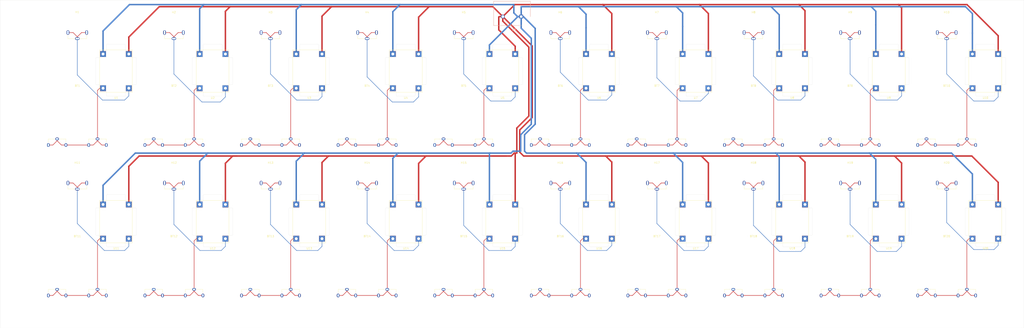
<source format=kicad_pcb>
(kicad_pcb (version 20171130) (host pcbnew "(5.1.5-0-10_14)")
  (layers (0 F.Cu signal) (31 B.Cu signal) (34 B.Paste user) (35 F.Paste user) (36 B.SilkS user) (37 F.SilkS user) (38 B.Mask user) (39 F.Mask user) (44 Edge.Cuts user))
  (net 0 "")
  (net 1 "Net-(BT1-Pad1)")
  (net 2 "Net-(BT1-Pad2)")
  (net 3 "Net-(BT2-Pad1)")
  (net 4 "Net-(BT2-Pad2)")
  (net 5 "Net-(BT3-Pad1)")
  (net 6 "Net-(BT3-Pad2)")
  (net 7 "Net-(BT4-Pad1)")
  (net 8 "Net-(BT4-Pad2)")
  (net 9 "Net-(BT5-Pad1)")
  (net 10 "Net-(BT5-Pad2)")
  (net 11 "Net-(BT6-Pad1)")
  (net 12 "Net-(BT6-Pad2)")
  (net 13 "Net-(BT7-Pad1)")
  (net 14 "Net-(BT7-Pad2)")
  (net 15 "Net-(BT8-Pad1)")
  (net 16 "Net-(BT8-Pad2)")
  (net 17 "Net-(BT9-Pad1)")
  (net 18 "Net-(BT9-Pad2)")
  (net 19 "Net-(BT10-Pad1)")
  (net 20 "Net-(BT10-Pad2)")
  (net 21 "Net-(BT11-Pad1)")
  (net 22 "Net-(BT11-Pad2)")
  (net 23 "Net-(BT12-Pad1)")
  (net 24 "Net-(BT12-Pad2)")
  (net 25 "Net-(BT13-Pad1)")
  (net 26 "Net-(BT13-Pad2)")
  (net 27 "Net-(BT14-Pad1)")
  (net 28 "Net-(BT14-Pad2)")
  (net 29 "Net-(BT15-Pad1)")
  (net 30 "Net-(BT15-Pad2)")
  (net 31 "Net-(BT16-Pad1)")
  (net 32 "Net-(BT16-Pad2)")
  (net 33 "Net-(BT17-Pad1)")
  (net 34 "Net-(BT17-Pad2)")
  (net 35 "Net-(BT18-Pad1)")
  (net 36 "Net-(BT18-Pad2)")
  (net 37 "Net-(BT19-Pad1)")
  (net 38 "Net-(BT19-Pad2)")
  (net 39 "Net-(BT20-Pad1)")
  (net 40 "Net-(BT20-Pad2)")
  (net 41 /5V)
  (net 42 /GND)
  (module MountingHole:MountingHole_2.7mm_M2.5 (layer F.Cu) (at 468.9 117.86)
    (fp_text reference H9 (at 0 -3.7) (layer F.SilkS))
    (fp_text value MountingHole)
    (pad 1 np_thru_hole circle (at 0 0) (size 2.7 2.7) (drill 2.7) (layers *.Cu *.Mask))
  )
  (module MountingHole:MountingHole_2.7mm_M2.5 (layer F.Cu) (at 518.9 195.86)
    (fp_text reference H20 (at 0 -3.7) (layer F.SilkS))
    (fp_text value MountingHole)
    (pad 1 np_thru_hole circle (at 0 0) (size 2.7 2.7) (drill 2.7) (layers *.Cu *.Mask))
  )
  (module MountingHole:MountingHole_2.7mm_M2.5 (layer F.Cu) (at 468.9 195.86)
    (fp_text reference H19 (at 0 -3.7) (layer F.SilkS))
    (fp_text value MountingHole)
    (pad 1 np_thru_hole circle (at 0 0) (size 2.7 2.7) (drill 2.7) (layers *.Cu *.Mask))
  )
  (module MountingHole:MountingHole_2.7mm_M2.5 (layer F.Cu) (at 418.9 195.86)
    (fp_text reference H18 (at 0 -3.7) (layer F.SilkS))
    (fp_text value MountingHole)
    (pad 1 np_thru_hole circle (at 0 0) (size 2.7 2.7) (drill 2.7) (layers *.Cu *.Mask))
  )
  (module MountingHole:MountingHole_2.7mm_M2.5 (layer F.Cu) (at 368.9 195.86)
    (fp_text reference H17 (at 0 -3.7) (layer F.SilkS))
    (fp_text value MountingHole)
    (pad 1 np_thru_hole circle (at 0 0) (size 2.7 2.7) (drill 2.7) (layers *.Cu *.Mask))
  )
  (module MountingHole:MountingHole_2.7mm_M2.5 (layer F.Cu) (at 318.9 195.86)
    (fp_text reference H16 (at 0 -3.7) (layer F.SilkS))
    (fp_text value MountingHole)
    (pad 1 np_thru_hole circle (at 0 0) (size 2.7 2.7) (drill 2.7) (layers *.Cu *.Mask))
  )
  (module MountingHole:MountingHole_2.7mm_M2.5 (layer F.Cu) (at 268.9 195.86)
    (fp_text reference H15 (at 0 -3.7) (layer F.SilkS))
    (fp_text value MountingHole)
    (pad 1 np_thru_hole circle (at 0 0) (size 2.7 2.7) (drill 2.7) (layers *.Cu *.Mask))
  )
  (module MountingHole:MountingHole_2.7mm_M2.5 (layer F.Cu) (at 218.9 195.86)
    (fp_text reference H14 (at 0 -3.7) (layer F.SilkS))
    (fp_text value MountingHole)
    (pad 1 np_thru_hole circle (at 0 0) (size 2.7 2.7) (drill 2.7) (layers *.Cu *.Mask))
  )
  (module MountingHole:MountingHole_2.7mm_M2.5 (layer F.Cu) (at 168.9 195.86)
    (fp_text reference H13 (at 0 -3.7) (layer F.SilkS))
    (fp_text value MountingHole)
    (pad 1 np_thru_hole circle (at 0 0) (size 2.7 2.7) (drill 2.7) (layers *.Cu *.Mask))
  )
  (module MountingHole:MountingHole_2.7mm_M2.5 (layer F.Cu) (at 118.9 195.86)
    (fp_text reference H12 (at 0 -3.7) (layer F.SilkS))
    (fp_text value MountingHole)
    (pad 1 np_thru_hole circle (at 0 0) (size 2.7 2.7) (drill 2.7) (layers *.Cu *.Mask))
  )
  (module MountingHole:MountingHole_2.7mm_M2.5 (layer F.Cu) (at 68.9 195.86)
    (fp_text reference H11 (at 0 -3.7) (layer F.SilkS))
    (fp_text value MountingHole)
    (pad 1 np_thru_hole circle (at 0 0) (size 2.7 2.7) (drill 2.7) (layers *.Cu *.Mask))
  )
  (module MountingHole:MountingHole_2.7mm_M2.5 (layer F.Cu) (at 518.9 117.86)
    (fp_text reference H10 (at 0 -3.7) (layer F.SilkS))
    (fp_text value MountingHole)
    (pad 1 np_thru_hole circle (at 0 0) (size 2.7 2.7) (drill 2.7) (layers *.Cu *.Mask))
  )
  (module MountingHole:MountingHole_2.7mm_M2.5 (layer F.Cu) (at 418.9 117.86)
    (fp_text reference H8 (at 0 -3.7) (layer F.SilkS))
    (fp_text value MountingHole)
    (pad 1 np_thru_hole circle (at 0 0) (size 2.7 2.7) (drill 2.7) (layers *.Cu *.Mask))
  )
  (module MountingHole:MountingHole_2.7mm_M2.5 (layer F.Cu) (at 368.9 117.86)
    (fp_text reference H7 (at 0 -3.7) (layer F.SilkS))
    (fp_text value MountingHole)
    (pad 1 np_thru_hole circle (at 0 0) (size 2.7 2.7) (drill 2.7) (layers *.Cu *.Mask))
  )
  (module MountingHole:MountingHole_2.7mm_M2.5 (layer F.Cu) (at 318.9 117.86)
    (fp_text reference H6 (at 0 -3.7) (layer F.SilkS))
    (fp_text value MountingHole)
    (pad 1 np_thru_hole circle (at 0 0) (size 2.7 2.7) (drill 2.7) (layers *.Cu *.Mask))
  )
  (module MountingHole:MountingHole_2.7mm_M2.5 (layer F.Cu) (at 268.9 117.86)
    (fp_text reference H5 (at 0 -3.7) (layer F.SilkS))
    (fp_text value MountingHole)
    (pad 1 np_thru_hole circle (at 0 0) (size 2.7 2.7) (drill 2.7) (layers *.Cu *.Mask))
  )
  (module MountingHole:MountingHole_2.7mm_M2.5 (layer F.Cu) (at 218.9 117.86)
    (fp_text reference H4 (at 0 -3.7) (layer F.SilkS))
    (fp_text value MountingHole)
    (pad 1 np_thru_hole circle (at 0 0) (size 2.7 2.7) (drill 2.7) (layers *.Cu *.Mask))
  )
  (module MountingHole:MountingHole_2.7mm_M2.5 (layer F.Cu) (at 168.9 117.86)
    (fp_text reference H3 (at 0 -3.7) (layer F.SilkS))
    (fp_text value MountingHole)
    (pad 1 np_thru_hole circle (at 0 0) (size 2.7 2.7) (drill 2.7) (layers *.Cu *.Mask))
  )
  (module MountingHole:MountingHole_2.7mm_M2.5 (layer F.Cu) (at 118.9 117.86)
    (fp_text reference H2 (at 0 -3.7) (layer F.SilkS))
    (fp_text value MountingHole)
    (pad 1 np_thru_hole circle (at 0 0) (size 2.7 2.7) (drill 2.7) (layers *.Cu *.Mask))
  )
  (module MountingHole:MountingHole_2.7mm_M2.5 (layer F.Cu) (at 68.9 117.86)
    (fp_text reference H1 (at -0.02 -3.8) (layer F.SilkS))
    (fp_text value MountingHole)
    (pad 1 np_thru_hole circle (at 0 0) (size 2.7 2.7) (drill 2.7) (layers *.Cu *.Mask))
  )
  (module e-puck-charger:Battery_holder (layer F.Cu) (at 268.9 186.66)
    (fp_text reference BT5 (at 0 -34.4) (layer F.SilkS))
    (fp_text value Battery)
    (pad 1 thru_hole oval (at 0 -58.85) (size 2.3 1.4) (drill oval 1.8 0.6) (layers *.Cu *.Mask) (net 9 "Net-(BT5-Pad1)"))
    (pad 1 thru_hole oval (at 4.85 -62 90) (size 2.3 1.4) (drill oval 1.8 0.6) (layers *.Cu *.Mask) (net 9 "Net-(BT5-Pad1)"))
    (pad 1 thru_hole oval (at -4.85 -62 90) (size 2.3 1.4) (drill oval 1.8 0.6) (layers *.Cu *.Mask) (net 9 "Net-(BT5-Pad1)"))
    (pad 2 thru_hole oval (at -10.45 -6.85 180) (size 1.9 1.4) (drill oval 1.2 0.6) (layers *.Cu *.Mask) (net 10 "Net-(BT5-Pad2)"))
    (pad 2 thru_hole oval (at -15 -3.7 270) (size 1.9 1.4) (drill oval 1.2 0.6) (layers *.Cu *.Mask) (net 10 "Net-(BT5-Pad2)"))
    (pad 2 thru_hole oval (at -5.9 -3.7 270) (size 1.9 1.4) (drill oval 1.2 0.6) (layers *.Cu *.Mask) (net 10 "Net-(BT5-Pad2)"))
    (pad 2 thru_hole oval (at 10.45 -6.85 180) (size 1.9 1.4) (drill oval 1.2 0.6) (layers *.Cu *.Mask) (net 10 "Net-(BT5-Pad2)"))
    (pad 2 thru_hole oval (at 5.9 -3.7 270) (size 1.9 1.4) (drill oval 1.2 0.6) (layers *.Cu *.Mask) (net 10 "Net-(BT5-Pad2)"))
    (pad 2 thru_hole oval (at 15 -3.7 270) (size 1.9 1.4) (drill oval 1.2 0.6) (layers *.Cu *.Mask) (net 10 "Net-(BT5-Pad2)"))
  )
  (module e-puck-charger:Battery_holder (layer F.Cu) (at 68.9 264.66)
    (fp_text reference BT11 (at 0 -34.4) (layer F.SilkS))
    (fp_text value Battery)
    (pad 1 thru_hole oval (at 0 -58.85) (size 2.3 1.4) (drill oval 1.8 0.6) (layers *.Cu *.Mask) (net 21 "Net-(BT11-Pad1)"))
    (pad 1 thru_hole oval (at 4.85 -62 90) (size 2.3 1.4) (drill oval 1.8 0.6) (layers *.Cu *.Mask) (net 21 "Net-(BT11-Pad1)"))
    (pad 1 thru_hole oval (at -4.85 -62 90) (size 2.3 1.4) (drill oval 1.8 0.6) (layers *.Cu *.Mask) (net 21 "Net-(BT11-Pad1)"))
    (pad 2 thru_hole oval (at -10.45 -6.85 180) (size 1.9 1.4) (drill oval 1.2 0.6) (layers *.Cu *.Mask) (net 22 "Net-(BT11-Pad2)"))
    (pad 2 thru_hole oval (at -15 -3.7 270) (size 1.9 1.4) (drill oval 1.2 0.6) (layers *.Cu *.Mask) (net 22 "Net-(BT11-Pad2)"))
    (pad 2 thru_hole oval (at -5.9 -3.7 270) (size 1.9 1.4) (drill oval 1.2 0.6) (layers *.Cu *.Mask) (net 22 "Net-(BT11-Pad2)"))
    (pad 2 thru_hole oval (at 10.45 -6.85 180) (size 1.9 1.4) (drill oval 1.2 0.6) (layers *.Cu *.Mask) (net 22 "Net-(BT11-Pad2)"))
    (pad 2 thru_hole oval (at 5.9 -3.7 270) (size 1.9 1.4) (drill oval 1.2 0.6) (layers *.Cu *.Mask) (net 22 "Net-(BT11-Pad2)"))
    (pad 2 thru_hole oval (at 15 -3.7 270) (size 1.9 1.4) (drill oval 1.2 0.6) (layers *.Cu *.Mask) (net 22 "Net-(BT11-Pad2)"))
  )
  (module e-puck-charger:Battery_holder (layer F.Cu) (at 118.9 264.66)
    (fp_text reference BT12 (at 0 -34.4) (layer F.SilkS))
    (fp_text value Battery)
    (pad 1 thru_hole oval (at 0 -58.85) (size 2.3 1.4) (drill oval 1.8 0.6) (layers *.Cu *.Mask) (net 11 "Net-(BT6-Pad1)"))
    (pad 1 thru_hole oval (at 4.85 -62 90) (size 2.3 1.4) (drill oval 1.8 0.6) (layers *.Cu *.Mask) (net 11 "Net-(BT6-Pad1)"))
    (pad 1 thru_hole oval (at -4.85 -62 90) (size 2.3 1.4) (drill oval 1.8 0.6) (layers *.Cu *.Mask) (net 11 "Net-(BT6-Pad1)"))
    (pad 2 thru_hole oval (at -10.45 -6.85 180) (size 1.9 1.4) (drill oval 1.2 0.6) (layers *.Cu *.Mask) (net 12 "Net-(BT6-Pad2)"))
    (pad 2 thru_hole oval (at -15 -3.7 270) (size 1.9 1.4) (drill oval 1.2 0.6) (layers *.Cu *.Mask) (net 12 "Net-(BT6-Pad2)"))
    (pad 2 thru_hole oval (at -5.9 -3.7 270) (size 1.9 1.4) (drill oval 1.2 0.6) (layers *.Cu *.Mask) (net 12 "Net-(BT6-Pad2)"))
    (pad 2 thru_hole oval (at 10.45 -6.85 180) (size 1.9 1.4) (drill oval 1.2 0.6) (layers *.Cu *.Mask) (net 12 "Net-(BT6-Pad2)"))
    (pad 2 thru_hole oval (at 5.9 -3.7 270) (size 1.9 1.4) (drill oval 1.2 0.6) (layers *.Cu *.Mask) (net 12 "Net-(BT6-Pad2)"))
    (pad 2 thru_hole oval (at 15 -3.7 270) (size 1.9 1.4) (drill oval 1.2 0.6) (layers *.Cu *.Mask) (net 12 "Net-(BT6-Pad2)"))
  )
  (module e-puck-charger:Battery_holder (layer F.Cu) (at 168.9 264.66)
    (fp_text reference BT13 (at 0 -34.4) (layer F.SilkS))
    (fp_text value Battery)
    (pad 1 thru_hole oval (at 0 -58.85) (size 2.3 1.4) (drill oval 1.8 0.6) (layers *.Cu *.Mask) (net 13 "Net-(BT7-Pad1)"))
    (pad 1 thru_hole oval (at 4.85 -62 90) (size 2.3 1.4) (drill oval 1.8 0.6) (layers *.Cu *.Mask) (net 13 "Net-(BT7-Pad1)"))
    (pad 1 thru_hole oval (at -4.85 -62 90) (size 2.3 1.4) (drill oval 1.8 0.6) (layers *.Cu *.Mask) (net 13 "Net-(BT7-Pad1)"))
    (pad 2 thru_hole oval (at -10.45 -6.85 180) (size 1.9 1.4) (drill oval 1.2 0.6) (layers *.Cu *.Mask) (net 14 "Net-(BT7-Pad2)"))
    (pad 2 thru_hole oval (at -15 -3.7 270) (size 1.9 1.4) (drill oval 1.2 0.6) (layers *.Cu *.Mask) (net 14 "Net-(BT7-Pad2)"))
    (pad 2 thru_hole oval (at -5.9 -3.7 270) (size 1.9 1.4) (drill oval 1.2 0.6) (layers *.Cu *.Mask) (net 14 "Net-(BT7-Pad2)"))
    (pad 2 thru_hole oval (at 10.45 -6.85 180) (size 1.9 1.4) (drill oval 1.2 0.6) (layers *.Cu *.Mask) (net 14 "Net-(BT7-Pad2)"))
    (pad 2 thru_hole oval (at 5.9 -3.7 270) (size 1.9 1.4) (drill oval 1.2 0.6) (layers *.Cu *.Mask) (net 14 "Net-(BT7-Pad2)"))
    (pad 2 thru_hole oval (at 15 -3.7 270) (size 1.9 1.4) (drill oval 1.2 0.6) (layers *.Cu *.Mask) (net 14 "Net-(BT7-Pad2)"))
  )
  (module e-puck-charger:Battery_holder (layer F.Cu) (at 218.9 264.66)
    (fp_text reference BT14 (at 0 -34.4) (layer F.SilkS))
    (fp_text value Battery)
    (pad 1 thru_hole oval (at 0 -58.85) (size 2.3 1.4) (drill oval 1.8 0.6) (layers *.Cu *.Mask) (net 15 "Net-(BT8-Pad1)"))
    (pad 1 thru_hole oval (at 4.85 -62 90) (size 2.3 1.4) (drill oval 1.8 0.6) (layers *.Cu *.Mask) (net 15 "Net-(BT8-Pad1)"))
    (pad 1 thru_hole oval (at -4.85 -62 90) (size 2.3 1.4) (drill oval 1.8 0.6) (layers *.Cu *.Mask) (net 15 "Net-(BT8-Pad1)"))
    (pad 2 thru_hole oval (at -10.45 -6.85 180) (size 1.9 1.4) (drill oval 1.2 0.6) (layers *.Cu *.Mask) (net 16 "Net-(BT8-Pad2)"))
    (pad 2 thru_hole oval (at -15 -3.7 270) (size 1.9 1.4) (drill oval 1.2 0.6) (layers *.Cu *.Mask) (net 16 "Net-(BT8-Pad2)"))
    (pad 2 thru_hole oval (at -5.9 -3.7 270) (size 1.9 1.4) (drill oval 1.2 0.6) (layers *.Cu *.Mask) (net 16 "Net-(BT8-Pad2)"))
    (pad 2 thru_hole oval (at 10.45 -6.85 180) (size 1.9 1.4) (drill oval 1.2 0.6) (layers *.Cu *.Mask) (net 16 "Net-(BT8-Pad2)"))
    (pad 2 thru_hole oval (at 5.9 -3.7 270) (size 1.9 1.4) (drill oval 1.2 0.6) (layers *.Cu *.Mask) (net 16 "Net-(BT8-Pad2)"))
    (pad 2 thru_hole oval (at 15 -3.7 270) (size 1.9 1.4) (drill oval 1.2 0.6) (layers *.Cu *.Mask) (net 16 "Net-(BT8-Pad2)"))
  )
  (module e-puck-charger:Battery_holder (layer F.Cu) (at 268.9 264.66)
    (fp_text reference BT15 (at 0 -34.4) (layer F.SilkS))
    (fp_text value Battery)
    (pad 1 thru_hole oval (at 0 -58.85) (size 2.3 1.4) (drill oval 1.8 0.6) (layers *.Cu *.Mask) (net 19 "Net-(BT10-Pad1)"))
    (pad 1 thru_hole oval (at 4.85 -62 90) (size 2.3 1.4) (drill oval 1.8 0.6) (layers *.Cu *.Mask) (net 19 "Net-(BT10-Pad1)"))
    (pad 1 thru_hole oval (at -4.85 -62 90) (size 2.3 1.4) (drill oval 1.8 0.6) (layers *.Cu *.Mask) (net 19 "Net-(BT10-Pad1)"))
    (pad 2 thru_hole oval (at -10.45 -6.85 180) (size 1.9 1.4) (drill oval 1.2 0.6) (layers *.Cu *.Mask) (net 20 "Net-(BT10-Pad2)"))
    (pad 2 thru_hole oval (at -15 -3.7 270) (size 1.9 1.4) (drill oval 1.2 0.6) (layers *.Cu *.Mask) (net 20 "Net-(BT10-Pad2)"))
    (pad 2 thru_hole oval (at -5.9 -3.7 270) (size 1.9 1.4) (drill oval 1.2 0.6) (layers *.Cu *.Mask) (net 20 "Net-(BT10-Pad2)"))
    (pad 2 thru_hole oval (at 10.45 -6.85 180) (size 1.9 1.4) (drill oval 1.2 0.6) (layers *.Cu *.Mask) (net 20 "Net-(BT10-Pad2)"))
    (pad 2 thru_hole oval (at 5.9 -3.7 270) (size 1.9 1.4) (drill oval 1.2 0.6) (layers *.Cu *.Mask) (net 20 "Net-(BT10-Pad2)"))
    (pad 2 thru_hole oval (at 15 -3.7 270) (size 1.9 1.4) (drill oval 1.2 0.6) (layers *.Cu *.Mask) (net 20 "Net-(BT10-Pad2)"))
  )
  (module e-puck-charger:Battery_holder (layer F.Cu) (at 318.9 264.66)
    (fp_text reference BT16 (at 0 -34.4) (layer F.SilkS))
    (fp_text value Battery)
    (pad 1 thru_hole oval (at 0 -58.85) (size 2.3 1.4) (drill oval 1.8 0.6) (layers *.Cu *.Mask) (net 27 "Net-(BT14-Pad1)"))
    (pad 1 thru_hole oval (at 4.85 -62 90) (size 2.3 1.4) (drill oval 1.8 0.6) (layers *.Cu *.Mask) (net 27 "Net-(BT14-Pad1)"))
    (pad 1 thru_hole oval (at -4.85 -62 90) (size 2.3 1.4) (drill oval 1.8 0.6) (layers *.Cu *.Mask) (net 27 "Net-(BT14-Pad1)"))
    (pad 2 thru_hole oval (at -10.45 -6.85 180) (size 1.9 1.4) (drill oval 1.2 0.6) (layers *.Cu *.Mask) (net 28 "Net-(BT14-Pad2)"))
    (pad 2 thru_hole oval (at -15 -3.7 270) (size 1.9 1.4) (drill oval 1.2 0.6) (layers *.Cu *.Mask) (net 28 "Net-(BT14-Pad2)"))
    (pad 2 thru_hole oval (at -5.9 -3.7 270) (size 1.9 1.4) (drill oval 1.2 0.6) (layers *.Cu *.Mask) (net 28 "Net-(BT14-Pad2)"))
    (pad 2 thru_hole oval (at 10.45 -6.85 180) (size 1.9 1.4) (drill oval 1.2 0.6) (layers *.Cu *.Mask) (net 28 "Net-(BT14-Pad2)"))
    (pad 2 thru_hole oval (at 5.9 -3.7 270) (size 1.9 1.4) (drill oval 1.2 0.6) (layers *.Cu *.Mask) (net 28 "Net-(BT14-Pad2)"))
    (pad 2 thru_hole oval (at 15 -3.7 270) (size 1.9 1.4) (drill oval 1.2 0.6) (layers *.Cu *.Mask) (net 28 "Net-(BT14-Pad2)"))
  )
  (module e-puck-charger:Battery_holder (layer F.Cu) (at 368.9 264.66)
    (fp_text reference BT17 (at 0 -34.4) (layer F.SilkS))
    (fp_text value Battery)
    (pad 1 thru_hole oval (at 0 -58.85) (size 2.3 1.4) (drill oval 1.8 0.6) (layers *.Cu *.Mask) (net 29 "Net-(BT15-Pad1)"))
    (pad 1 thru_hole oval (at 4.85 -62 90) (size 2.3 1.4) (drill oval 1.8 0.6) (layers *.Cu *.Mask) (net 29 "Net-(BT15-Pad1)"))
    (pad 1 thru_hole oval (at -4.85 -62 90) (size 2.3 1.4) (drill oval 1.8 0.6) (layers *.Cu *.Mask) (net 29 "Net-(BT15-Pad1)"))
    (pad 2 thru_hole oval (at -10.45 -6.85 180) (size 1.9 1.4) (drill oval 1.2 0.6) (layers *.Cu *.Mask) (net 30 "Net-(BT15-Pad2)"))
    (pad 2 thru_hole oval (at -15 -3.7 270) (size 1.9 1.4) (drill oval 1.2 0.6) (layers *.Cu *.Mask) (net 30 "Net-(BT15-Pad2)"))
    (pad 2 thru_hole oval (at -5.9 -3.7 270) (size 1.9 1.4) (drill oval 1.2 0.6) (layers *.Cu *.Mask) (net 30 "Net-(BT15-Pad2)"))
    (pad 2 thru_hole oval (at 10.45 -6.85 180) (size 1.9 1.4) (drill oval 1.2 0.6) (layers *.Cu *.Mask) (net 30 "Net-(BT15-Pad2)"))
    (pad 2 thru_hole oval (at 5.9 -3.7 270) (size 1.9 1.4) (drill oval 1.2 0.6) (layers *.Cu *.Mask) (net 30 "Net-(BT15-Pad2)"))
    (pad 2 thru_hole oval (at 15 -3.7 270) (size 1.9 1.4) (drill oval 1.2 0.6) (layers *.Cu *.Mask) (net 30 "Net-(BT15-Pad2)"))
  )
  (module e-puck-charger:Battery_holder (layer F.Cu) (at 418.9 264.66)
    (fp_text reference BT18 (at 0 -34.4) (layer F.SilkS))
    (fp_text value Battery)
    (pad 1 thru_hole oval (at 0 -58.85) (size 2.3 1.4) (drill oval 1.8 0.6) (layers *.Cu *.Mask) (net 33 "Net-(BT17-Pad1)"))
    (pad 1 thru_hole oval (at 4.85 -62 90) (size 2.3 1.4) (drill oval 1.8 0.6) (layers *.Cu *.Mask) (net 33 "Net-(BT17-Pad1)"))
    (pad 1 thru_hole oval (at -4.85 -62 90) (size 2.3 1.4) (drill oval 1.8 0.6) (layers *.Cu *.Mask) (net 33 "Net-(BT17-Pad1)"))
    (pad 2 thru_hole oval (at -10.45 -6.85 180) (size 1.9 1.4) (drill oval 1.2 0.6) (layers *.Cu *.Mask) (net 34 "Net-(BT17-Pad2)"))
    (pad 2 thru_hole oval (at -15 -3.7 270) (size 1.9 1.4) (drill oval 1.2 0.6) (layers *.Cu *.Mask) (net 34 "Net-(BT17-Pad2)"))
    (pad 2 thru_hole oval (at -5.9 -3.7 270) (size 1.9 1.4) (drill oval 1.2 0.6) (layers *.Cu *.Mask) (net 34 "Net-(BT17-Pad2)"))
    (pad 2 thru_hole oval (at 10.45 -6.85 180) (size 1.9 1.4) (drill oval 1.2 0.6) (layers *.Cu *.Mask) (net 34 "Net-(BT17-Pad2)"))
    (pad 2 thru_hole oval (at 5.9 -3.7 270) (size 1.9 1.4) (drill oval 1.2 0.6) (layers *.Cu *.Mask) (net 34 "Net-(BT17-Pad2)"))
    (pad 2 thru_hole oval (at 15 -3.7 270) (size 1.9 1.4) (drill oval 1.2 0.6) (layers *.Cu *.Mask) (net 34 "Net-(BT17-Pad2)"))
  )
  (module e-puck-charger:Battery_holder (layer F.Cu) (at 468.9 264.66)
    (fp_text reference BT19 (at 0 -34.4) (layer F.SilkS))
    (fp_text value Battery)
    (pad 1 thru_hole oval (at 0 -58.85) (size 2.3 1.4) (drill oval 1.8 0.6) (layers *.Cu *.Mask) (net 37 "Net-(BT19-Pad1)"))
    (pad 1 thru_hole oval (at 4.85 -62 90) (size 2.3 1.4) (drill oval 1.8 0.6) (layers *.Cu *.Mask) (net 37 "Net-(BT19-Pad1)"))
    (pad 1 thru_hole oval (at -4.85 -62 90) (size 2.3 1.4) (drill oval 1.8 0.6) (layers *.Cu *.Mask) (net 37 "Net-(BT19-Pad1)"))
    (pad 2 thru_hole oval (at -10.45 -6.85 180) (size 1.9 1.4) (drill oval 1.2 0.6) (layers *.Cu *.Mask) (net 38 "Net-(BT19-Pad2)"))
    (pad 2 thru_hole oval (at -15 -3.7 270) (size 1.9 1.4) (drill oval 1.2 0.6) (layers *.Cu *.Mask) (net 38 "Net-(BT19-Pad2)"))
    (pad 2 thru_hole oval (at -5.9 -3.7 270) (size 1.9 1.4) (drill oval 1.2 0.6) (layers *.Cu *.Mask) (net 38 "Net-(BT19-Pad2)"))
    (pad 2 thru_hole oval (at 10.45 -6.85 180) (size 1.9 1.4) (drill oval 1.2 0.6) (layers *.Cu *.Mask) (net 38 "Net-(BT19-Pad2)"))
    (pad 2 thru_hole oval (at 5.9 -3.7 270) (size 1.9 1.4) (drill oval 1.2 0.6) (layers *.Cu *.Mask) (net 38 "Net-(BT19-Pad2)"))
    (pad 2 thru_hole oval (at 15 -3.7 270) (size 1.9 1.4) (drill oval 1.2 0.6) (layers *.Cu *.Mask) (net 38 "Net-(BT19-Pad2)"))
  )
  (module e-puck-charger:Battery_holder (layer F.Cu) (at 518.9 264.66)
    (fp_text reference BT20 (at 0 -34.4) (layer F.SilkS))
    (fp_text value Battery)
    (pad 1 thru_hole oval (at 0 -58.85) (size 2.3 1.4) (drill oval 1.8 0.6) (layers *.Cu *.Mask) (net 39 "Net-(BT20-Pad1)"))
    (pad 1 thru_hole oval (at 4.85 -62 90) (size 2.3 1.4) (drill oval 1.8 0.6) (layers *.Cu *.Mask) (net 39 "Net-(BT20-Pad1)"))
    (pad 1 thru_hole oval (at -4.85 -62 90) (size 2.3 1.4) (drill oval 1.8 0.6) (layers *.Cu *.Mask) (net 39 "Net-(BT20-Pad1)"))
    (pad 2 thru_hole oval (at -10.45 -6.85 180) (size 1.9 1.4) (drill oval 1.2 0.6) (layers *.Cu *.Mask) (net 40 "Net-(BT20-Pad2)"))
    (pad 2 thru_hole oval (at -15 -3.7 270) (size 1.9 1.4) (drill oval 1.2 0.6) (layers *.Cu *.Mask) (net 40 "Net-(BT20-Pad2)"))
    (pad 2 thru_hole oval (at -5.9 -3.7 270) (size 1.9 1.4) (drill oval 1.2 0.6) (layers *.Cu *.Mask) (net 40 "Net-(BT20-Pad2)"))
    (pad 2 thru_hole oval (at 10.45 -6.85 180) (size 1.9 1.4) (drill oval 1.2 0.6) (layers *.Cu *.Mask) (net 40 "Net-(BT20-Pad2)"))
    (pad 2 thru_hole oval (at 5.9 -3.7 270) (size 1.9 1.4) (drill oval 1.2 0.6) (layers *.Cu *.Mask) (net 40 "Net-(BT20-Pad2)"))
    (pad 2 thru_hole oval (at 15 -3.7 270) (size 1.9 1.4) (drill oval 1.2 0.6) (layers *.Cu *.Mask) (net 40 "Net-(BT20-Pad2)"))
  )
  (module e-puck-charger:Battery_holder (layer F.Cu) (at 518.9 186.66)
    (fp_text reference BT10 (at 0 -34.4) (layer F.SilkS))
    (fp_text value Battery)
    (pad 1 thru_hole oval (at 0 -58.85) (size 2.3 1.4) (drill oval 1.8 0.6) (layers *.Cu *.Mask) (net 35 "Net-(BT18-Pad1)"))
    (pad 1 thru_hole oval (at 4.85 -62 90) (size 2.3 1.4) (drill oval 1.8 0.6) (layers *.Cu *.Mask) (net 35 "Net-(BT18-Pad1)"))
    (pad 1 thru_hole oval (at -4.85 -62 90) (size 2.3 1.4) (drill oval 1.8 0.6) (layers *.Cu *.Mask) (net 35 "Net-(BT18-Pad1)"))
    (pad 2 thru_hole oval (at -10.45 -6.85 180) (size 1.9 1.4) (drill oval 1.2 0.6) (layers *.Cu *.Mask) (net 36 "Net-(BT18-Pad2)"))
    (pad 2 thru_hole oval (at -15 -3.7 270) (size 1.9 1.4) (drill oval 1.2 0.6) (layers *.Cu *.Mask) (net 36 "Net-(BT18-Pad2)"))
    (pad 2 thru_hole oval (at -5.9 -3.7 270) (size 1.9 1.4) (drill oval 1.2 0.6) (layers *.Cu *.Mask) (net 36 "Net-(BT18-Pad2)"))
    (pad 2 thru_hole oval (at 10.45 -6.85 180) (size 1.9 1.4) (drill oval 1.2 0.6) (layers *.Cu *.Mask) (net 36 "Net-(BT18-Pad2)"))
    (pad 2 thru_hole oval (at 5.9 -3.7 270) (size 1.9 1.4) (drill oval 1.2 0.6) (layers *.Cu *.Mask) (net 36 "Net-(BT18-Pad2)"))
    (pad 2 thru_hole oval (at 15 -3.7 270) (size 1.9 1.4) (drill oval 1.2 0.6) (layers *.Cu *.Mask) (net 36 "Net-(BT18-Pad2)"))
  )
  (module e-puck-charger:Battery_holder (layer F.Cu) (at 468.9 186.66)
    (fp_text reference BT9 (at 0 -34.4) (layer F.SilkS))
    (fp_text value Battery)
    (pad 1 thru_hole oval (at 0 -58.85) (size 2.3 1.4) (drill oval 1.8 0.6) (layers *.Cu *.Mask) (net 31 "Net-(BT16-Pad1)"))
    (pad 1 thru_hole oval (at 4.85 -62 90) (size 2.3 1.4) (drill oval 1.8 0.6) (layers *.Cu *.Mask) (net 31 "Net-(BT16-Pad1)"))
    (pad 1 thru_hole oval (at -4.85 -62 90) (size 2.3 1.4) (drill oval 1.8 0.6) (layers *.Cu *.Mask) (net 31 "Net-(BT16-Pad1)"))
    (pad 2 thru_hole oval (at -10.45 -6.85 180) (size 1.9 1.4) (drill oval 1.2 0.6) (layers *.Cu *.Mask) (net 32 "Net-(BT16-Pad2)"))
    (pad 2 thru_hole oval (at -15 -3.7 270) (size 1.9 1.4) (drill oval 1.2 0.6) (layers *.Cu *.Mask) (net 32 "Net-(BT16-Pad2)"))
    (pad 2 thru_hole oval (at -5.9 -3.7 270) (size 1.9 1.4) (drill oval 1.2 0.6) (layers *.Cu *.Mask) (net 32 "Net-(BT16-Pad2)"))
    (pad 2 thru_hole oval (at 10.45 -6.85 180) (size 1.9 1.4) (drill oval 1.2 0.6) (layers *.Cu *.Mask) (net 32 "Net-(BT16-Pad2)"))
    (pad 2 thru_hole oval (at 5.9 -3.7 270) (size 1.9 1.4) (drill oval 1.2 0.6) (layers *.Cu *.Mask) (net 32 "Net-(BT16-Pad2)"))
    (pad 2 thru_hole oval (at 15 -3.7 270) (size 1.9 1.4) (drill oval 1.2 0.6) (layers *.Cu *.Mask) (net 32 "Net-(BT16-Pad2)"))
  )
  (module e-puck-charger:Battery_holder (layer F.Cu) (at 418.9 186.66)
    (fp_text reference BT8 (at 0 -34.4) (layer F.SilkS))
    (fp_text value Battery)
    (pad 1 thru_hole oval (at 0 -58.85) (size 2.3 1.4) (drill oval 1.8 0.6) (layers *.Cu *.Mask) (net 25 "Net-(BT13-Pad1)"))
    (pad 1 thru_hole oval (at 4.85 -62 90) (size 2.3 1.4) (drill oval 1.8 0.6) (layers *.Cu *.Mask) (net 25 "Net-(BT13-Pad1)"))
    (pad 1 thru_hole oval (at -4.85 -62 90) (size 2.3 1.4) (drill oval 1.8 0.6) (layers *.Cu *.Mask) (net 25 "Net-(BT13-Pad1)"))
    (pad 2 thru_hole oval (at -10.45 -6.85 180) (size 1.9 1.4) (drill oval 1.2 0.6) (layers *.Cu *.Mask) (net 26 "Net-(BT13-Pad2)"))
    (pad 2 thru_hole oval (at -15 -3.7 270) (size 1.9 1.4) (drill oval 1.2 0.6) (layers *.Cu *.Mask) (net 26 "Net-(BT13-Pad2)"))
    (pad 2 thru_hole oval (at -5.9 -3.7 270) (size 1.9 1.4) (drill oval 1.2 0.6) (layers *.Cu *.Mask) (net 26 "Net-(BT13-Pad2)"))
    (pad 2 thru_hole oval (at 10.45 -6.85 180) (size 1.9 1.4) (drill oval 1.2 0.6) (layers *.Cu *.Mask) (net 26 "Net-(BT13-Pad2)"))
    (pad 2 thru_hole oval (at 5.9 -3.7 270) (size 1.9 1.4) (drill oval 1.2 0.6) (layers *.Cu *.Mask) (net 26 "Net-(BT13-Pad2)"))
    (pad 2 thru_hole oval (at 15 -3.7 270) (size 1.9 1.4) (drill oval 1.2 0.6) (layers *.Cu *.Mask) (net 26 "Net-(BT13-Pad2)"))
  )
  (module e-puck-charger:Battery_holder (layer F.Cu) (at 368.9 186.66)
    (fp_text reference BT7 (at 0 -34.4) (layer F.SilkS))
    (fp_text value Battery)
    (pad 1 thru_hole oval (at 0 -58.85) (size 2.3 1.4) (drill oval 1.8 0.6) (layers *.Cu *.Mask) (net 23 "Net-(BT12-Pad1)"))
    (pad 1 thru_hole oval (at 4.85 -62 90) (size 2.3 1.4) (drill oval 1.8 0.6) (layers *.Cu *.Mask) (net 23 "Net-(BT12-Pad1)"))
    (pad 1 thru_hole oval (at -4.85 -62 90) (size 2.3 1.4) (drill oval 1.8 0.6) (layers *.Cu *.Mask) (net 23 "Net-(BT12-Pad1)"))
    (pad 2 thru_hole oval (at -10.45 -6.85 180) (size 1.9 1.4) (drill oval 1.2 0.6) (layers *.Cu *.Mask) (net 24 "Net-(BT12-Pad2)"))
    (pad 2 thru_hole oval (at -15 -3.7 270) (size 1.9 1.4) (drill oval 1.2 0.6) (layers *.Cu *.Mask) (net 24 "Net-(BT12-Pad2)"))
    (pad 2 thru_hole oval (at -5.9 -3.7 270) (size 1.9 1.4) (drill oval 1.2 0.6) (layers *.Cu *.Mask) (net 24 "Net-(BT12-Pad2)"))
    (pad 2 thru_hole oval (at 10.45 -6.85 180) (size 1.9 1.4) (drill oval 1.2 0.6) (layers *.Cu *.Mask) (net 24 "Net-(BT12-Pad2)"))
    (pad 2 thru_hole oval (at 5.9 -3.7 270) (size 1.9 1.4) (drill oval 1.2 0.6) (layers *.Cu *.Mask) (net 24 "Net-(BT12-Pad2)"))
    (pad 2 thru_hole oval (at 15 -3.7 270) (size 1.9 1.4) (drill oval 1.2 0.6) (layers *.Cu *.Mask) (net 24 "Net-(BT12-Pad2)"))
  )
  (module e-puck-charger:Battery_holder (layer F.Cu) (at 318.9 186.66)
    (fp_text reference BT6 (at 0 -34.4) (layer F.SilkS))
    (fp_text value Battery)
    (pad 1 thru_hole oval (at 0 -58.85) (size 2.3 1.4) (drill oval 1.8 0.6) (layers *.Cu *.Mask) (net 17 "Net-(BT9-Pad1)"))
    (pad 1 thru_hole oval (at 4.85 -62 90) (size 2.3 1.4) (drill oval 1.8 0.6) (layers *.Cu *.Mask) (net 17 "Net-(BT9-Pad1)"))
    (pad 1 thru_hole oval (at -4.85 -62 90) (size 2.3 1.4) (drill oval 1.8 0.6) (layers *.Cu *.Mask) (net 17 "Net-(BT9-Pad1)"))
    (pad 2 thru_hole oval (at -10.45 -6.85 180) (size 1.9 1.4) (drill oval 1.2 0.6) (layers *.Cu *.Mask) (net 18 "Net-(BT9-Pad2)"))
    (pad 2 thru_hole oval (at -15 -3.7 270) (size 1.9 1.4) (drill oval 1.2 0.6) (layers *.Cu *.Mask) (net 18 "Net-(BT9-Pad2)"))
    (pad 2 thru_hole oval (at -5.9 -3.7 270) (size 1.9 1.4) (drill oval 1.2 0.6) (layers *.Cu *.Mask) (net 18 "Net-(BT9-Pad2)"))
    (pad 2 thru_hole oval (at 10.45 -6.85 180) (size 1.9 1.4) (drill oval 1.2 0.6) (layers *.Cu *.Mask) (net 18 "Net-(BT9-Pad2)"))
    (pad 2 thru_hole oval (at 5.9 -3.7 270) (size 1.9 1.4) (drill oval 1.2 0.6) (layers *.Cu *.Mask) (net 18 "Net-(BT9-Pad2)"))
    (pad 2 thru_hole oval (at 15 -3.7 270) (size 1.9 1.4) (drill oval 1.2 0.6) (layers *.Cu *.Mask) (net 18 "Net-(BT9-Pad2)"))
  )
  (module e-puck-charger:Battery_holder (layer F.Cu) (at 218.9 186.66)
    (fp_text reference BT4 (at 0 -34.4) (layer F.SilkS))
    (fp_text value Battery)
    (pad 1 thru_hole oval (at 0 -58.85) (size 2.3 1.4) (drill oval 1.8 0.6) (layers *.Cu *.Mask) (net 7 "Net-(BT4-Pad1)"))
    (pad 1 thru_hole oval (at 4.85 -62 90) (size 2.3 1.4) (drill oval 1.8 0.6) (layers *.Cu *.Mask) (net 7 "Net-(BT4-Pad1)"))
    (pad 1 thru_hole oval (at -4.85 -62 90) (size 2.3 1.4) (drill oval 1.8 0.6) (layers *.Cu *.Mask) (net 7 "Net-(BT4-Pad1)"))
    (pad 2 thru_hole oval (at -10.45 -6.85 180) (size 1.9 1.4) (drill oval 1.2 0.6) (layers *.Cu *.Mask) (net 8 "Net-(BT4-Pad2)"))
    (pad 2 thru_hole oval (at -15 -3.7 270) (size 1.9 1.4) (drill oval 1.2 0.6) (layers *.Cu *.Mask) (net 8 "Net-(BT4-Pad2)"))
    (pad 2 thru_hole oval (at -5.9 -3.7 270) (size 1.9 1.4) (drill oval 1.2 0.6) (layers *.Cu *.Mask) (net 8 "Net-(BT4-Pad2)"))
    (pad 2 thru_hole oval (at 10.45 -6.85 180) (size 1.9 1.4) (drill oval 1.2 0.6) (layers *.Cu *.Mask) (net 8 "Net-(BT4-Pad2)"))
    (pad 2 thru_hole oval (at 5.9 -3.7 270) (size 1.9 1.4) (drill oval 1.2 0.6) (layers *.Cu *.Mask) (net 8 "Net-(BT4-Pad2)"))
    (pad 2 thru_hole oval (at 15 -3.7 270) (size 1.9 1.4) (drill oval 1.2 0.6) (layers *.Cu *.Mask) (net 8 "Net-(BT4-Pad2)"))
  )
  (module e-puck-charger:Battery_holder (layer F.Cu) (at 168.9 186.66)
    (fp_text reference BT3 (at 0 -34.4) (layer F.SilkS))
    (fp_text value Battery)
    (pad 1 thru_hole oval (at 0 -58.85) (size 2.3 1.4) (drill oval 1.8 0.6) (layers *.Cu *.Mask) (net 5 "Net-(BT3-Pad1)"))
    (pad 1 thru_hole oval (at 4.85 -62 90) (size 2.3 1.4) (drill oval 1.8 0.6) (layers *.Cu *.Mask) (net 5 "Net-(BT3-Pad1)"))
    (pad 1 thru_hole oval (at -4.85 -62 90) (size 2.3 1.4) (drill oval 1.8 0.6) (layers *.Cu *.Mask) (net 5 "Net-(BT3-Pad1)"))
    (pad 2 thru_hole oval (at -10.45 -6.85 180) (size 1.9 1.4) (drill oval 1.2 0.6) (layers *.Cu *.Mask) (net 6 "Net-(BT3-Pad2)"))
    (pad 2 thru_hole oval (at -15 -3.7 270) (size 1.9 1.4) (drill oval 1.2 0.6) (layers *.Cu *.Mask) (net 6 "Net-(BT3-Pad2)"))
    (pad 2 thru_hole oval (at -5.9 -3.7 270) (size 1.9 1.4) (drill oval 1.2 0.6) (layers *.Cu *.Mask) (net 6 "Net-(BT3-Pad2)"))
    (pad 2 thru_hole oval (at 10.45 -6.85 180) (size 1.9 1.4) (drill oval 1.2 0.6) (layers *.Cu *.Mask) (net 6 "Net-(BT3-Pad2)"))
    (pad 2 thru_hole oval (at 5.9 -3.7 270) (size 1.9 1.4) (drill oval 1.2 0.6) (layers *.Cu *.Mask) (net 6 "Net-(BT3-Pad2)"))
    (pad 2 thru_hole oval (at 15 -3.7 270) (size 1.9 1.4) (drill oval 1.2 0.6) (layers *.Cu *.Mask) (net 6 "Net-(BT3-Pad2)"))
  )
  (module e-puck-charger:Battery_holder (layer F.Cu) (at 118.9 186.66)
    (fp_text reference BT2 (at 0 -34.4) (layer F.SilkS))
    (fp_text value Battery)
    (pad 1 thru_hole oval (at 0 -58.85) (size 2.3 1.4) (drill oval 1.8 0.6) (layers *.Cu *.Mask) (net 3 "Net-(BT2-Pad1)"))
    (pad 1 thru_hole oval (at 4.85 -62 90) (size 2.3 1.4) (drill oval 1.8 0.6) (layers *.Cu *.Mask) (net 3 "Net-(BT2-Pad1)"))
    (pad 1 thru_hole oval (at -4.85 -62 90) (size 2.3 1.4) (drill oval 1.8 0.6) (layers *.Cu *.Mask) (net 3 "Net-(BT2-Pad1)"))
    (pad 2 thru_hole oval (at -10.45 -6.85 180) (size 1.9 1.4) (drill oval 1.2 0.6) (layers *.Cu *.Mask) (net 4 "Net-(BT2-Pad2)"))
    (pad 2 thru_hole oval (at -15 -3.7 270) (size 1.9 1.4) (drill oval 1.2 0.6) (layers *.Cu *.Mask) (net 4 "Net-(BT2-Pad2)"))
    (pad 2 thru_hole oval (at -5.9 -3.7 270) (size 1.9 1.4) (drill oval 1.2 0.6) (layers *.Cu *.Mask) (net 4 "Net-(BT2-Pad2)"))
    (pad 2 thru_hole oval (at 10.45 -6.85 180) (size 1.9 1.4) (drill oval 1.2 0.6) (layers *.Cu *.Mask) (net 4 "Net-(BT2-Pad2)"))
    (pad 2 thru_hole oval (at 5.9 -3.7 270) (size 1.9 1.4) (drill oval 1.2 0.6) (layers *.Cu *.Mask) (net 4 "Net-(BT2-Pad2)"))
    (pad 2 thru_hole oval (at 15 -3.7 270) (size 1.9 1.4) (drill oval 1.2 0.6) (layers *.Cu *.Mask) (net 4 "Net-(BT2-Pad2)"))
  )
  (module e-puck-charger:Battery_holder (layer F.Cu) (at 68.9 186.66)
    (fp_text reference BT1 (at 0 -34.4) (layer F.SilkS))
    (fp_text value Battery)
    (pad 1 thru_hole oval (at 0 -58.85) (size 2.3 1.4) (drill oval 1.8 0.6) (layers *.Cu *.Mask) (net 1 "Net-(BT1-Pad1)"))
    (pad 1 thru_hole oval (at 4.85 -62 90) (size 2.3 1.4) (drill oval 1.8 0.6) (layers *.Cu *.Mask) (net 1 "Net-(BT1-Pad1)"))
    (pad 1 thru_hole oval (at -4.85 -62 90) (size 2.3 1.4) (drill oval 1.8 0.6) (layers *.Cu *.Mask) (net 1 "Net-(BT1-Pad1)"))
    (pad 2 thru_hole oval (at -10.45 -6.85 180) (size 1.9 1.4) (drill oval 1.2 0.6) (layers *.Cu *.Mask) (net 2 "Net-(BT1-Pad2)"))
    (pad 2 thru_hole oval (at -15 -3.7 270) (size 1.9 1.4) (drill oval 1.2 0.6) (layers *.Cu *.Mask) (net 2 "Net-(BT1-Pad2)"))
    (pad 2 thru_hole oval (at -5.9 -3.7 270) (size 1.9 1.4) (drill oval 1.2 0.6) (layers *.Cu *.Mask) (net 2 "Net-(BT1-Pad2)"))
    (pad 2 thru_hole oval (at 10.45 -6.85 180) (size 1.9 1.4) (drill oval 1.2 0.6) (layers *.Cu *.Mask) (net 2 "Net-(BT1-Pad2)"))
    (pad 2 thru_hole oval (at 5.9 -3.7 270) (size 1.9 1.4) (drill oval 1.2 0.6) (layers *.Cu *.Mask) (net 2 "Net-(BT1-Pad2)"))
    (pad 2 thru_hole oval (at 15 -3.7 270) (size 1.9 1.4) (drill oval 1.2 0.6) (layers *.Cu *.Mask) (net 2 "Net-(BT1-Pad2)"))
  )
  (module e-puck-charger:TP4056 (layer F.Cu) (at 538.9 222.66)
    (fp_text reference U20 (at 0.0762 13.843) (layer F.SilkS))
    (fp_text value TP4056)
    (pad 3 thru_hole rect (at 6.6548 8.8646) (size 3 3) (drill 1.5) (layers *.Cu *.Mask) (net 39 "Net-(BT20-Pad1)"))
    (pad 4 thru_hole rect (at -6.6802 8.8646) (size 3 3) (drill 1.5) (layers *.Cu *.Mask) (net 40 "Net-(BT20-Pad2)"))
    (pad 2 thru_hole rect (at -6.6802 -8.8646) (size 3 3) (drill 1.5) (layers *.Cu *.Mask) (net 42 /GND))
    (pad 1 thru_hole rect (at 6.6548 -8.8646) (size 3 3) (drill 1.5) (layers *.Cu *.Mask) (net 41 /5V))
  )
  (module e-puck-charger:TP4056 (layer F.Cu) (at 488.9 222.66)
    (fp_text reference U19 (at 0.0762 13.843) (layer F.SilkS))
    (fp_text value TP4056)
    (pad 3 thru_hole rect (at 6.6548 8.8646) (size 3 3) (drill 1.5) (layers *.Cu *.Mask) (net 37 "Net-(BT19-Pad1)"))
    (pad 4 thru_hole rect (at -6.6802 8.8646) (size 3 3) (drill 1.5) (layers *.Cu *.Mask) (net 38 "Net-(BT19-Pad2)"))
    (pad 2 thru_hole rect (at -6.6802 -8.8646) (size 3 3) (drill 1.5) (layers *.Cu *.Mask) (net 42 /GND))
    (pad 1 thru_hole rect (at 6.6548 -8.8646) (size 3 3) (drill 1.5) (layers *.Cu *.Mask) (net 41 /5V))
  )
  (module e-puck-charger:TP4056 (layer F.Cu) (at 538.9 144.66)
    (fp_text reference U10 (at 0.0762 13.843) (layer F.SilkS))
    (fp_text value TP4056)
    (pad 3 thru_hole rect (at 6.6548 8.8646) (size 3 3) (drill 1.5) (layers *.Cu *.Mask) (net 35 "Net-(BT18-Pad1)"))
    (pad 4 thru_hole rect (at -6.6802 8.8646) (size 3 3) (drill 1.5) (layers *.Cu *.Mask) (net 36 "Net-(BT18-Pad2)"))
    (pad 2 thru_hole rect (at -6.6802 -8.8646) (size 3 3) (drill 1.5) (layers *.Cu *.Mask) (net 42 /GND))
    (pad 1 thru_hole rect (at 6.6548 -8.8646) (size 3 3) (drill 1.5) (layers *.Cu *.Mask) (net 41 /5V))
  )
  (module e-puck-charger:TP4056 (layer F.Cu) (at 438.9 222.66)
    (fp_text reference U18 (at 0.0762 13.843) (layer F.SilkS))
    (fp_text value TP4056)
    (pad 3 thru_hole rect (at 6.6548 8.8646) (size 3 3) (drill 1.5) (layers *.Cu *.Mask) (net 33 "Net-(BT17-Pad1)"))
    (pad 4 thru_hole rect (at -6.6802 8.8646) (size 3 3) (drill 1.5) (layers *.Cu *.Mask) (net 34 "Net-(BT17-Pad2)"))
    (pad 2 thru_hole rect (at -6.6802 -8.8646) (size 3 3) (drill 1.5) (layers *.Cu *.Mask) (net 42 /GND))
    (pad 1 thru_hole rect (at 6.6548 -8.8646) (size 3 3) (drill 1.5) (layers *.Cu *.Mask) (net 41 /5V))
  )
  (module e-puck-charger:TP4056 (layer F.Cu) (at 488.9 144.66)
    (fp_text reference U9 (at 0.0762 13.843) (layer F.SilkS))
    (fp_text value TP4056)
    (pad 3 thru_hole rect (at 6.6548 8.8646) (size 3 3) (drill 1.5) (layers *.Cu *.Mask) (net 31 "Net-(BT16-Pad1)"))
    (pad 4 thru_hole rect (at -6.6802 8.8646) (size 3 3) (drill 1.5) (layers *.Cu *.Mask) (net 32 "Net-(BT16-Pad2)"))
    (pad 2 thru_hole rect (at -6.6802 -8.8646) (size 3 3) (drill 1.5) (layers *.Cu *.Mask) (net 42 /GND))
    (pad 1 thru_hole rect (at 6.6548 -8.8646) (size 3 3) (drill 1.5) (layers *.Cu *.Mask) (net 41 /5V))
  )
  (module e-puck-charger:TP4056 (layer F.Cu) (at 388.9 222.66)
    (fp_text reference U17 (at 0.0762 13.843) (layer F.SilkS))
    (fp_text value TP4056)
    (pad 3 thru_hole rect (at 6.6548 8.8646) (size 3 3) (drill 1.5) (layers *.Cu *.Mask) (net 29 "Net-(BT15-Pad1)"))
    (pad 4 thru_hole rect (at -6.6802 8.8646) (size 3 3) (drill 1.5) (layers *.Cu *.Mask) (net 30 "Net-(BT15-Pad2)"))
    (pad 2 thru_hole rect (at -6.6802 -8.8646) (size 3 3) (drill 1.5) (layers *.Cu *.Mask) (net 42 /GND))
    (pad 1 thru_hole rect (at 6.6548 -8.8646) (size 3 3) (drill 1.5) (layers *.Cu *.Mask) (net 41 /5V))
  )
  (module e-puck-charger:TP4056 (layer F.Cu) (at 338.9 222.66)
    (fp_text reference U16 (at 0.0762 13.843) (layer F.SilkS))
    (fp_text value TP4056)
    (pad 3 thru_hole rect (at 6.6548 8.8646) (size 3 3) (drill 1.5) (layers *.Cu *.Mask) (net 27 "Net-(BT14-Pad1)"))
    (pad 4 thru_hole rect (at -6.6802 8.8646) (size 3 3) (drill 1.5) (layers *.Cu *.Mask) (net 28 "Net-(BT14-Pad2)"))
    (pad 2 thru_hole rect (at -6.6802 -8.8646) (size 3 3) (drill 1.5) (layers *.Cu *.Mask) (net 42 /GND))
    (pad 1 thru_hole rect (at 6.6548 -8.8646) (size 3 3) (drill 1.5) (layers *.Cu *.Mask) (net 41 /5V))
  )
  (module e-puck-charger:TP4056 (layer F.Cu) (at 438.9 144.66)
    (fp_text reference U8 (at 0.0762 13.843) (layer F.SilkS))
    (fp_text value TP4056)
    (pad 3 thru_hole rect (at 6.6548 8.8646) (size 3 3) (drill 1.5) (layers *.Cu *.Mask) (net 25 "Net-(BT13-Pad1)"))
    (pad 4 thru_hole rect (at -6.6802 8.8646) (size 3 3) (drill 1.5) (layers *.Cu *.Mask) (net 26 "Net-(BT13-Pad2)"))
    (pad 2 thru_hole rect (at -6.6802 -8.8646) (size 3 3) (drill 1.5) (layers *.Cu *.Mask) (net 42 /GND))
    (pad 1 thru_hole rect (at 6.6548 -8.8646) (size 3 3) (drill 1.5) (layers *.Cu *.Mask) (net 41 /5V))
  )
  (module e-puck-charger:TP4056 (layer F.Cu) (at 388.9 144.66)
    (fp_text reference U7 (at 0.0762 13.843) (layer F.SilkS))
    (fp_text value TP4056)
    (pad 3 thru_hole rect (at 6.6548 8.8646) (size 3 3) (drill 1.5) (layers *.Cu *.Mask) (net 23 "Net-(BT12-Pad1)"))
    (pad 4 thru_hole rect (at -6.6802 8.8646) (size 3 3) (drill 1.5) (layers *.Cu *.Mask) (net 24 "Net-(BT12-Pad2)"))
    (pad 2 thru_hole rect (at -6.6802 -8.8646) (size 3 3) (drill 1.5) (layers *.Cu *.Mask) (net 42 /GND))
    (pad 1 thru_hole rect (at 6.6548 -8.8646) (size 3 3) (drill 1.5) (layers *.Cu *.Mask) (net 41 /5V))
  )
  (module e-puck-charger:TP4056 (layer F.Cu) (at 88.9 222.66)
    (fp_text reference U11 (at 0.0762 13.843) (layer F.SilkS))
    (fp_text value TP4056)
    (pad 3 thru_hole rect (at 6.6548 8.8646) (size 3 3) (drill 1.5) (layers *.Cu *.Mask) (net 21 "Net-(BT11-Pad1)"))
    (pad 4 thru_hole rect (at -6.6802 8.8646) (size 3 3) (drill 1.5) (layers *.Cu *.Mask) (net 22 "Net-(BT11-Pad2)"))
    (pad 2 thru_hole rect (at -6.6802 -8.8646) (size 3 3) (drill 1.5) (layers *.Cu *.Mask) (net 42 /GND))
    (pad 1 thru_hole rect (at 6.6548 -8.8646) (size 3 3) (drill 1.5) (layers *.Cu *.Mask) (net 41 /5V))
  )
  (module e-puck-charger:TP4056 (layer F.Cu) (at 288.9 222.66)
    (fp_text reference U15 (at 0.0762 13.843) (layer F.SilkS))
    (fp_text value TP4056)
    (pad 3 thru_hole rect (at 6.6548 8.8646) (size 3 3) (drill 1.5) (layers *.Cu *.Mask) (net 19 "Net-(BT10-Pad1)"))
    (pad 4 thru_hole rect (at -6.6802 8.8646) (size 3 3) (drill 1.5) (layers *.Cu *.Mask) (net 20 "Net-(BT10-Pad2)"))
    (pad 2 thru_hole rect (at -6.6802 -8.8646) (size 3 3) (drill 1.5) (layers *.Cu *.Mask) (net 42 /GND))
    (pad 1 thru_hole rect (at 6.6548 -8.8646) (size 3 3) (drill 1.5) (layers *.Cu *.Mask) (net 41 /5V))
  )
  (module e-puck-charger:TP4056 (layer F.Cu) (at 338.9 144.66)
    (fp_text reference U6 (at 0.0762 13.843) (layer F.SilkS))
    (fp_text value TP4056)
    (pad 3 thru_hole rect (at 6.6548 8.8646) (size 3 3) (drill 1.5) (layers *.Cu *.Mask) (net 17 "Net-(BT9-Pad1)"))
    (pad 4 thru_hole rect (at -6.6802 8.8646) (size 3 3) (drill 1.5) (layers *.Cu *.Mask) (net 18 "Net-(BT9-Pad2)"))
    (pad 2 thru_hole rect (at -6.6802 -8.8646) (size 3 3) (drill 1.5) (layers *.Cu *.Mask) (net 42 /GND))
    (pad 1 thru_hole rect (at 6.6548 -8.8646) (size 3 3) (drill 1.5) (layers *.Cu *.Mask) (net 41 /5V))
  )
  (module e-puck-charger:TP4056 (layer F.Cu) (at 238.9 222.66)
    (fp_text reference U14 (at 0.0762 13.843) (layer F.SilkS))
    (fp_text value TP4056)
    (pad 3 thru_hole rect (at 6.6548 8.8646) (size 3 3) (drill 1.5) (layers *.Cu *.Mask) (net 15 "Net-(BT8-Pad1)"))
    (pad 4 thru_hole rect (at -6.6802 8.8646) (size 3 3) (drill 1.5) (layers *.Cu *.Mask) (net 16 "Net-(BT8-Pad2)"))
    (pad 2 thru_hole rect (at -6.6802 -8.8646) (size 3 3) (drill 1.5) (layers *.Cu *.Mask) (net 42 /GND))
    (pad 1 thru_hole rect (at 6.6548 -8.8646) (size 3 3) (drill 1.5) (layers *.Cu *.Mask) (net 41 /5V))
  )
  (module e-puck-charger:TP4056 (layer F.Cu) (at 188.9 222.66)
    (fp_text reference U13 (at 0.0762 13.843) (layer F.SilkS))
    (fp_text value TP4056)
    (pad 3 thru_hole rect (at 6.6548 8.8646) (size 3 3) (drill 1.5) (layers *.Cu *.Mask) (net 13 "Net-(BT7-Pad1)"))
    (pad 4 thru_hole rect (at -6.6802 8.8646) (size 3 3) (drill 1.5) (layers *.Cu *.Mask) (net 14 "Net-(BT7-Pad2)"))
    (pad 2 thru_hole rect (at -6.6802 -8.8646) (size 3 3) (drill 1.5) (layers *.Cu *.Mask) (net 42 /GND))
    (pad 1 thru_hole rect (at 6.6548 -8.8646) (size 3 3) (drill 1.5) (layers *.Cu *.Mask) (net 41 /5V))
  )
  (module e-puck-charger:TP4056 (layer F.Cu) (at 138.9 222.66)
    (fp_text reference U12 (at 0.0762 13.843) (layer F.SilkS))
    (fp_text value TP4056)
    (pad 3 thru_hole rect (at 6.6548 8.8646) (size 3 3) (drill 1.5) (layers *.Cu *.Mask) (net 11 "Net-(BT6-Pad1)"))
    (pad 4 thru_hole rect (at -6.6802 8.8646) (size 3 3) (drill 1.5) (layers *.Cu *.Mask) (net 12 "Net-(BT6-Pad2)"))
    (pad 2 thru_hole rect (at -6.6802 -8.8646) (size 3 3) (drill 1.5) (layers *.Cu *.Mask) (net 42 /GND))
    (pad 1 thru_hole rect (at 6.6548 -8.8646) (size 3 3) (drill 1.5) (layers *.Cu *.Mask) (net 41 /5V))
  )
  (module e-puck-charger:TP4056 (layer F.Cu) (at 288.9 144.66)
    (fp_text reference U5 (at 0.0762 13.843) (layer F.SilkS))
    (fp_text value TP4056)
    (pad 3 thru_hole rect (at 6.6548 8.8646) (size 3 3) (drill 1.5) (layers *.Cu *.Mask) (net 9 "Net-(BT5-Pad1)"))
    (pad 4 thru_hole rect (at -6.6802 8.8646) (size 3 3) (drill 1.5) (layers *.Cu *.Mask) (net 10 "Net-(BT5-Pad2)"))
    (pad 2 thru_hole rect (at -6.6802 -8.8646) (size 3 3) (drill 1.5) (layers *.Cu *.Mask) (net 42 /GND))
    (pad 1 thru_hole rect (at 6.6548 -8.8646) (size 3 3) (drill 1.5) (layers *.Cu *.Mask) (net 41 /5V))
  )
  (module e-puck-charger:TP4056 (layer F.Cu) (at 238.9 144.66)
    (fp_text reference U4 (at 0.0762 13.843) (layer F.SilkS))
    (fp_text value TP4056)
    (pad 3 thru_hole rect (at 6.6548 8.8646) (size 3 3) (drill 1.5) (layers *.Cu *.Mask) (net 7 "Net-(BT4-Pad1)"))
    (pad 4 thru_hole rect (at -6.6802 8.8646) (size 3 3) (drill 1.5) (layers *.Cu *.Mask) (net 8 "Net-(BT4-Pad2)"))
    (pad 2 thru_hole rect (at -6.6802 -8.8646) (size 3 3) (drill 1.5) (layers *.Cu *.Mask) (net 42 /GND))
    (pad 1 thru_hole rect (at 6.6548 -8.8646) (size 3 3) (drill 1.5) (layers *.Cu *.Mask) (net 41 /5V))
  )
  (module e-puck-charger:TP4056 (layer F.Cu) (at 188.9 144.66)
    (fp_text reference U3 (at 0.0762 13.843) (layer F.SilkS))
    (fp_text value TP4056)
    (pad 3 thru_hole rect (at 6.6548 8.8646) (size 3 3) (drill 1.5) (layers *.Cu *.Mask) (net 5 "Net-(BT3-Pad1)"))
    (pad 4 thru_hole rect (at -6.6802 8.8646) (size 3 3) (drill 1.5) (layers *.Cu *.Mask) (net 6 "Net-(BT3-Pad2)"))
    (pad 2 thru_hole rect (at -6.6802 -8.8646) (size 3 3) (drill 1.5) (layers *.Cu *.Mask) (net 42 /GND))
    (pad 1 thru_hole rect (at 6.6548 -8.8646) (size 3 3) (drill 1.5) (layers *.Cu *.Mask) (net 41 /5V))
  )
  (module e-puck-charger:TP4056 (layer F.Cu) (at 138.9 144.66)
    (fp_text reference U2 (at 0.0762 13.843) (layer F.SilkS))
    (fp_text value TP4056)
    (pad 3 thru_hole rect (at 6.6548 8.8646) (size 3 3) (drill 1.5) (layers *.Cu *.Mask) (net 3 "Net-(BT2-Pad1)"))
    (pad 4 thru_hole rect (at -6.6802 8.8646) (size 3 3) (drill 1.5) (layers *.Cu *.Mask) (net 4 "Net-(BT2-Pad2)"))
    (pad 2 thru_hole rect (at -6.6802 -8.8646) (size 3 3) (drill 1.5) (layers *.Cu *.Mask) (net 42 /GND))
    (pad 1 thru_hole rect (at 6.6548 -8.8646) (size 3 3) (drill 1.5) (layers *.Cu *.Mask) (net 41 /5V))
  )
  (module e-puck-charger:TP4056 (layer F.Cu) (at 88.9 144.66)
    (fp_text reference U1 (at 0.0762 13.843) (layer F.SilkS))
    (fp_text value TP4056)
    (pad 3 thru_hole rect (at 6.6548 8.8646) (size 3 3) (drill 1.5) (layers *.Cu *.Mask) (net 1 "Net-(BT1-Pad1)"))
    (pad 4 thru_hole rect (at -6.6802 8.8646) (size 3 3) (drill 1.5) (layers *.Cu *.Mask) (net 2 "Net-(BT1-Pad2)"))
    (pad 2 thru_hole rect (at -6.6802 -8.8646) (size 3 3) (drill 1.5) (layers *.Cu *.Mask) (net 42 /GND))
    (pad 1 thru_hole rect (at 6.6548 -8.8646) (size 3 3) (drill 1.5) (layers *.Cu *.Mask) (net 41 /5V))
  )
  (module e-puck-charger:Terminal_block (layer B.Cu) (at 298.66 116.39 180)
    (fp_text reference J1 (at 3.61 -6.68) (layer B.SilkS) (effects (font (size 1.27 1.27) (thickness 0.254)) (justify mirror)))
    (fp_text value 1714971 hide)
    (pad 1 thru_hole rect (at 0 0 180) (size 1.95 1.95) (drill 1.3) (layers *.Cu *.Mask) (net 42 /GND))
    (pad 2 thru_hole circle (at 9.52 0 180) (size 1.95 1.95) (drill 1.3) (layers *.Cu *.Mask) (net 41 /5V))
  )
  (gr_line (start 28.9 107.81) (end 558.9 107.81) (layer Edge.Cuts) (width 0.05))
  (gr_arc (start 543.4 209.06) (end 543.8 209.06) (angle -90) (layer Edge.Cuts) (width 0.05))
  (gr_line (start 543.8 215.16) (end 543.8 209.06) (layer Edge.Cuts) (width 0.05))
  (gr_line (start 534.4 208.66) (end 543.4 208.66) (layer Edge.Cuts) (width 0.05))
  (gr_arc (start 84.4 131.06) (end 84.4 130.66) (angle -90) (layer Edge.Cuts) (width 0.05))
  (gr_line (start 234 230.16) (end 234 235.26) (layer Edge.Cuts) (width 0.05))
  (gr_line (start 243.8 235.26) (end 243.8 230.16) (layer Edge.Cuts) (width 0.05))
  (gr_arc (start 233.6 230.16) (end 234 230.16) (angle -90) (layer Edge.Cuts) (width 0.05))
  (gr_line (start 234.4 235.66) (end 243.4 235.66) (layer Edge.Cuts) (width 0.05))
  (gr_line (start 249.4 229.36) (end 249.4 215.96) (layer Edge.Cuts) (width 0.05))
  (gr_line (start 249 215.56) (end 244.2 215.56) (layer Edge.Cuts) (width 0.05))
  (gr_line (start 243.8 215.16) (end 243.8 209.06) (layer Edge.Cuts) (width 0.05))
  (gr_arc (start 233.6 215.16) (end 233.6 215.56) (angle -90) (layer Edge.Cuts) (width 0.05))
  (gr_arc (start 244.2 230.16) (end 244.2 229.76) (angle -90) (layer Edge.Cuts) (width 0.05))
  (gr_line (start 228.8 215.56) (end 233.6 215.56) (layer Edge.Cuts) (width 0.05))
  (gr_line (start 243.4 208.66) (end 234.4 208.66) (layer Edge.Cuts) (width 0.05))
  (gr_arc (start 249 215.96) (end 249.4 215.96) (angle -90) (layer Edge.Cuts) (width 0.05))
  (gr_line (start 234 209.06) (end 234 215.16) (layer Edge.Cuts) (width 0.05))
  (gr_arc (start 228.8 229.36) (end 228.4 229.36) (angle -90) (layer Edge.Cuts) (width 0.05))
  (gr_arc (start 228.8 215.96) (end 228.8 215.56) (angle -90) (layer Edge.Cuts) (width 0.05))
  (gr_arc (start 234.4 235.26) (end 234 235.26) (angle -90) (layer Edge.Cuts) (width 0.05))
  (gr_arc (start 249 229.36) (end 249 229.76) (angle -90) (layer Edge.Cuts) (width 0.05))
  (gr_arc (start 234.4 209.06) (end 234.4 208.66) (angle -90) (layer Edge.Cuts) (width 0.05))
  (gr_line (start 228.4 215.96) (end 228.4 229.36) (layer Edge.Cuts) (width 0.05))
  (gr_arc (start 243.4 209.06) (end 243.8 209.06) (angle -90) (layer Edge.Cuts) (width 0.05))
  (gr_line (start 228.8 229.76) (end 233.6 229.76) (layer Edge.Cuts) (width 0.05))
  (gr_line (start 244.2 229.76) (end 249 229.76) (layer Edge.Cuts) (width 0.05))
  (gr_arc (start 244.2 215.16) (end 243.8 215.16) (angle -90) (layer Edge.Cuts) (width 0.05))
  (gr_arc (start 243.4 235.26) (end 243.4 235.66) (angle -90) (layer Edge.Cuts) (width 0.05))
  (gr_line (start 534 131.06) (end 534 137.16) (layer Edge.Cuts) (width 0.05))
  (gr_line (start 544.2 151.76) (end 549 151.76) (layer Edge.Cuts) (width 0.05))
  (gr_arc (start 549 137.96) (end 549.4 137.96) (angle -90) (layer Edge.Cuts) (width 0.05))
  (gr_arc (start 543.4 131.06) (end 543.8 131.06) (angle -90) (layer Edge.Cuts) (width 0.05))
  (gr_line (start 534 152.16) (end 534 157.26) (layer Edge.Cuts) (width 0.05))
  (gr_arc (start 544.2 137.16) (end 543.8 137.16) (angle -90) (layer Edge.Cuts) (width 0.05))
  (gr_arc (start 534.4 157.26) (end 534 157.26) (angle -90) (layer Edge.Cuts) (width 0.05))
  (gr_arc (start 528.8 151.36) (end 528.4 151.36) (angle -90) (layer Edge.Cuts) (width 0.05))
  (gr_line (start 528.4 137.96) (end 528.4 151.36) (layer Edge.Cuts) (width 0.05))
  (gr_arc (start 543.4 157.26) (end 543.4 157.66) (angle -90) (layer Edge.Cuts) (width 0.05))
  (gr_line (start 549 137.56) (end 544.2 137.56) (layer Edge.Cuts) (width 0.05))
  (gr_arc (start 533.6 137.16) (end 533.6 137.56) (angle -90) (layer Edge.Cuts) (width 0.05))
  (gr_line (start 528.8 151.76) (end 533.6 151.76) (layer Edge.Cuts) (width 0.05))
  (gr_line (start 528.8 137.56) (end 533.6 137.56) (layer Edge.Cuts) (width 0.05))
  (gr_arc (start 544.2 152.16) (end 544.2 151.76) (angle -90) (layer Edge.Cuts) (width 0.05))
  (gr_line (start 549.4 151.36) (end 549.4 137.96) (layer Edge.Cuts) (width 0.05))
  (gr_arc (start 528.8 137.96) (end 528.8 137.56) (angle -90) (layer Edge.Cuts) (width 0.05))
  (gr_arc (start 534.4 131.06) (end 534.4 130.66) (angle -90) (layer Edge.Cuts) (width 0.05))
  (gr_arc (start 549 151.36) (end 549 151.76) (angle -90) (layer Edge.Cuts) (width 0.05))
  (gr_line (start 543.8 137.16) (end 543.8 131.06) (layer Edge.Cuts) (width 0.05))
  (gr_arc (start 533.6 152.16) (end 534 152.16) (angle -90) (layer Edge.Cuts) (width 0.05))
  (gr_line (start 543.8 157.26) (end 543.8 152.16) (layer Edge.Cuts) (width 0.05))
  (gr_line (start 543.4 130.66) (end 534.4 130.66) (layer Edge.Cuts) (width 0.05))
  (gr_line (start 534.4 157.66) (end 543.4 157.66) (layer Edge.Cuts) (width 0.05))
  (gr_line (start 93.8 215.16) (end 93.8 209.06) (layer Edge.Cuts) (width 0.05))
  (gr_arc (start 84.4 235.26) (end 84 235.26) (angle -90) (layer Edge.Cuts) (width 0.05))
  (gr_line (start 84 209.06) (end 84 215.16) (layer Edge.Cuts) (width 0.05))
  (gr_line (start 99 215.56) (end 94.2 215.56) (layer Edge.Cuts) (width 0.05))
  (gr_arc (start 78.8 215.96) (end 78.8 215.56) (angle -90) (layer Edge.Cuts) (width 0.05))
  (gr_line (start 84.4 235.66) (end 93.4 235.66) (layer Edge.Cuts) (width 0.05))
  (gr_line (start 78.4 215.96) (end 78.4 229.36) (layer Edge.Cuts) (width 0.05))
  (gr_arc (start 83.6 230.16) (end 84 230.16) (angle -90) (layer Edge.Cuts) (width 0.05))
  (gr_arc (start 94.2 215.16) (end 93.8 215.16) (angle -90) (layer Edge.Cuts) (width 0.05))
  (gr_line (start 99.4 229.36) (end 99.4 215.96) (layer Edge.Cuts) (width 0.05))
  (gr_line (start 84 230.16) (end 84 235.26) (layer Edge.Cuts) (width 0.05))
  (gr_arc (start 84.4 209.06) (end 84.4 208.66) (angle -90) (layer Edge.Cuts) (width 0.05))
  (gr_arc (start 93.4 209.06) (end 93.8 209.06) (angle -90) (layer Edge.Cuts) (width 0.05))
  (gr_line (start 94.2 229.76) (end 99 229.76) (layer Edge.Cuts) (width 0.05))
  (gr_line (start 93.4 208.66) (end 84.4 208.66) (layer Edge.Cuts) (width 0.05))
  (gr_arc (start 94.2 230.16) (end 94.2 229.76) (angle -90) (layer Edge.Cuts) (width 0.05))
  (gr_arc (start 83.6 215.16) (end 83.6 215.56) (angle -90) (layer Edge.Cuts) (width 0.05))
  (gr_line (start 93.8 235.26) (end 93.8 230.16) (layer Edge.Cuts) (width 0.05))
  (gr_arc (start 78.8 229.36) (end 78.4 229.36) (angle -90) (layer Edge.Cuts) (width 0.05))
  (gr_arc (start 93.4 235.26) (end 93.4 235.66) (angle -90) (layer Edge.Cuts) (width 0.05))
  (gr_arc (start 99 229.36) (end 99 229.76) (angle -90) (layer Edge.Cuts) (width 0.05))
  (gr_line (start 78.8 229.76) (end 83.6 229.76) (layer Edge.Cuts) (width 0.05))
  (gr_line (start 78.8 215.56) (end 83.6 215.56) (layer Edge.Cuts) (width 0.05))
  (gr_arc (start 99 215.96) (end 99.4 215.96) (angle -90) (layer Edge.Cuts) (width 0.05))
  (gr_arc (start 143.4 209.06) (end 143.8 209.06) (angle -90) (layer Edge.Cuts) (width 0.05))
  (gr_line (start 128.8 215.56) (end 133.6 215.56) (layer Edge.Cuts) (width 0.05))
  (gr_line (start 149.4 229.36) (end 149.4 215.96) (layer Edge.Cuts) (width 0.05))
  (gr_arc (start 134.4 235.26) (end 134 235.26) (angle -90) (layer Edge.Cuts) (width 0.05))
  (gr_line (start 143.8 215.16) (end 143.8 209.06) (layer Edge.Cuts) (width 0.05))
  (gr_arc (start 144.2 215.16) (end 143.8 215.16) (angle -90) (layer Edge.Cuts) (width 0.05))
  (gr_line (start 134 209.06) (end 134 215.16) (layer Edge.Cuts) (width 0.05))
  (gr_arc (start 149 229.36) (end 149 229.76) (angle -90) (layer Edge.Cuts) (width 0.05))
  (gr_arc (start 143.4 235.26) (end 143.4 235.66) (angle -90) (layer Edge.Cuts) (width 0.05))
  (gr_arc (start 128.8 229.36) (end 128.4 229.36) (angle -90) (layer Edge.Cuts) (width 0.05))
  (gr_line (start 149 215.56) (end 144.2 215.56) (layer Edge.Cuts) (width 0.05))
  (gr_line (start 128.4 215.96) (end 128.4 229.36) (layer Edge.Cuts) (width 0.05))
  (gr_line (start 134.4 235.66) (end 143.4 235.66) (layer Edge.Cuts) (width 0.05))
  (gr_arc (start 149 215.96) (end 149.4 215.96) (angle -90) (layer Edge.Cuts) (width 0.05))
  (gr_line (start 143.8 235.26) (end 143.8 230.16) (layer Edge.Cuts) (width 0.05))
  (gr_line (start 143.4 208.66) (end 134.4 208.66) (layer Edge.Cuts) (width 0.05))
  (gr_line (start 144.2 229.76) (end 149 229.76) (layer Edge.Cuts) (width 0.05))
  (gr_arc (start 128.8 215.96) (end 128.8 215.56) (angle -90) (layer Edge.Cuts) (width 0.05))
  (gr_arc (start 133.6 215.16) (end 133.6 215.56) (angle -90) (layer Edge.Cuts) (width 0.05))
  (gr_line (start 128.8 229.76) (end 133.6 229.76) (layer Edge.Cuts) (width 0.05))
  (gr_arc (start 133.6 230.16) (end 134 230.16) (angle -90) (layer Edge.Cuts) (width 0.05))
  (gr_arc (start 134.4 209.06) (end 134.4 208.66) (angle -90) (layer Edge.Cuts) (width 0.05))
  (gr_arc (start 144.2 230.16) (end 144.2 229.76) (angle -90) (layer Edge.Cuts) (width 0.05))
  (gr_line (start 134 230.16) (end 134 235.26) (layer Edge.Cuts) (width 0.05))
  (gr_arc (start 199 229.36) (end 199 229.76) (angle -90) (layer Edge.Cuts) (width 0.05))
  (gr_arc (start 199 215.96) (end 199.4 215.96) (angle -90) (layer Edge.Cuts) (width 0.05))
  (gr_line (start 178.8 229.76) (end 183.6 229.76) (layer Edge.Cuts) (width 0.05))
  (gr_arc (start 184.4 209.06) (end 184.4 208.66) (angle -90) (layer Edge.Cuts) (width 0.05))
  (gr_line (start 199.4 229.36) (end 199.4 215.96) (layer Edge.Cuts) (width 0.05))
  (gr_arc (start 183.6 215.16) (end 183.6 215.56) (angle -90) (layer Edge.Cuts) (width 0.05))
  (gr_line (start 193.4 208.66) (end 184.4 208.66) (layer Edge.Cuts) (width 0.05))
  (gr_arc (start 178.8 215.96) (end 178.8 215.56) (angle -90) (layer Edge.Cuts) (width 0.05))
  (gr_arc (start 183.6 230.16) (end 184 230.16) (angle -90) (layer Edge.Cuts) (width 0.05))
  (gr_line (start 178.8 215.56) (end 183.6 215.56) (layer Edge.Cuts) (width 0.05))
  (gr_arc (start 194.2 215.16) (end 193.8 215.16) (angle -90) (layer Edge.Cuts) (width 0.05))
  (gr_line (start 178.4 215.96) (end 178.4 229.36) (layer Edge.Cuts) (width 0.05))
  (gr_line (start 184.4 235.66) (end 193.4 235.66) (layer Edge.Cuts) (width 0.05))
  (gr_arc (start 194.2 230.16) (end 194.2 229.76) (angle -90) (layer Edge.Cuts) (width 0.05))
  (gr_line (start 184 230.16) (end 184 235.26) (layer Edge.Cuts) (width 0.05))
  (gr_line (start 193.8 235.26) (end 193.8 230.16) (layer Edge.Cuts) (width 0.05))
  (gr_line (start 194.2 229.76) (end 199 229.76) (layer Edge.Cuts) (width 0.05))
  (gr_arc (start 178.8 229.36) (end 178.4 229.36) (angle -90) (layer Edge.Cuts) (width 0.05))
  (gr_arc (start 184.4 235.26) (end 184 235.26) (angle -90) (layer Edge.Cuts) (width 0.05))
  (gr_line (start 193.8 215.16) (end 193.8 209.06) (layer Edge.Cuts) (width 0.05))
  (gr_arc (start 193.4 235.26) (end 193.4 235.66) (angle -90) (layer Edge.Cuts) (width 0.05))
  (gr_line (start 199 215.56) (end 194.2 215.56) (layer Edge.Cuts) (width 0.05))
  (gr_line (start 184 209.06) (end 184 215.16) (layer Edge.Cuts) (width 0.05))
  (gr_arc (start 193.4 209.06) (end 193.8 209.06) (angle -90) (layer Edge.Cuts) (width 0.05))
  (gr_arc (start 293.4 209.06) (end 293.8 209.06) (angle -90) (layer Edge.Cuts) (width 0.05))
  (gr_arc (start 299 215.96) (end 299.4 215.96) (angle -90) (layer Edge.Cuts) (width 0.05))
  (gr_arc (start 294.2 230.16) (end 294.2 229.76) (angle -90) (layer Edge.Cuts) (width 0.05))
  (gr_line (start 293.8 235.26) (end 293.8 230.16) (layer Edge.Cuts) (width 0.05))
  (gr_arc (start 283.6 215.16) (end 283.6 215.56) (angle -90) (layer Edge.Cuts) (width 0.05))
  (gr_line (start 284.4 235.66) (end 293.4 235.66) (layer Edge.Cuts) (width 0.05))
  (gr_line (start 278.8 229.76) (end 283.6 229.76) (layer Edge.Cuts) (width 0.05))
  (gr_arc (start 278.8 229.36) (end 278.4 229.36) (angle -90) (layer Edge.Cuts) (width 0.05))
  (gr_arc (start 284.4 209.06) (end 284.4 208.66) (angle -90) (layer Edge.Cuts) (width 0.05))
  (gr_line (start 293.4 208.66) (end 284.4 208.66) (layer Edge.Cuts) (width 0.05))
  (gr_arc (start 278.8 215.96) (end 278.8 215.56) (angle -90) (layer Edge.Cuts) (width 0.05))
  (gr_line (start 284 230.16) (end 284 235.26) (layer Edge.Cuts) (width 0.05))
  (gr_line (start 278.8 215.56) (end 283.6 215.56) (layer Edge.Cuts) (width 0.05))
  (gr_arc (start 294.2 215.16) (end 293.8 215.16) (angle -90) (layer Edge.Cuts) (width 0.05))
  (gr_line (start 299.4 229.36) (end 299.4 215.96) (layer Edge.Cuts) (width 0.05))
  (gr_line (start 293.8 215.16) (end 293.8 209.06) (layer Edge.Cuts) (width 0.05))
  (gr_arc (start 299 229.36) (end 299 229.76) (angle -90) (layer Edge.Cuts) (width 0.05))
  (gr_arc (start 293.4 235.26) (end 293.4 235.66) (angle -90) (layer Edge.Cuts) (width 0.05))
  (gr_line (start 299 215.56) (end 294.2 215.56) (layer Edge.Cuts) (width 0.05))
  (gr_arc (start 284.4 235.26) (end 284 235.26) (angle -90) (layer Edge.Cuts) (width 0.05))
  (gr_line (start 278.4 215.96) (end 278.4 229.36) (layer Edge.Cuts) (width 0.05))
  (gr_arc (start 283.6 230.16) (end 284 230.16) (angle -90) (layer Edge.Cuts) (width 0.05))
  (gr_line (start 294.2 229.76) (end 299 229.76) (layer Edge.Cuts) (width 0.05))
  (gr_line (start 284 209.06) (end 284 215.16) (layer Edge.Cuts) (width 0.05))
  (gr_line (start 349 215.56) (end 344.2 215.56) (layer Edge.Cuts) (width 0.05))
  (gr_arc (start 343.4 209.06) (end 343.8 209.06) (angle -90) (layer Edge.Cuts) (width 0.05))
  (gr_line (start 343.8 235.26) (end 343.8 230.16) (layer Edge.Cuts) (width 0.05))
  (gr_line (start 344.2 229.76) (end 349 229.76) (layer Edge.Cuts) (width 0.05))
  (gr_line (start 334 230.16) (end 334 235.26) (layer Edge.Cuts) (width 0.05))
  (gr_line (start 343.8 215.16) (end 343.8 209.06) (layer Edge.Cuts) (width 0.05))
  (gr_arc (start 344.2 230.16) (end 344.2 229.76) (angle -90) (layer Edge.Cuts) (width 0.05))
  (gr_line (start 334.4 235.66) (end 343.4 235.66) (layer Edge.Cuts) (width 0.05))
  (gr_line (start 328.4 215.96) (end 328.4 229.36) (layer Edge.Cuts) (width 0.05))
  (gr_line (start 328.8 215.56) (end 333.6 215.56) (layer Edge.Cuts) (width 0.05))
  (gr_line (start 328.8 229.76) (end 333.6 229.76) (layer Edge.Cuts) (width 0.05))
  (gr_arc (start 349 229.36) (end 349 229.76) (angle -90) (layer Edge.Cuts) (width 0.05))
  (gr_arc (start 333.6 215.16) (end 333.6 215.56) (angle -90) (layer Edge.Cuts) (width 0.05))
  (gr_line (start 349.4 229.36) (end 349.4 215.96) (layer Edge.Cuts) (width 0.05))
  (gr_arc (start 344.2 215.16) (end 343.8 215.16) (angle -90) (layer Edge.Cuts) (width 0.05))
  (gr_line (start 343.4 208.66) (end 334.4 208.66) (layer Edge.Cuts) (width 0.05))
  (gr_arc (start 343.4 235.26) (end 343.4 235.66) (angle -90) (layer Edge.Cuts) (width 0.05))
  (gr_arc (start 349 215.96) (end 349.4 215.96) (angle -90) (layer Edge.Cuts) (width 0.05))
  (gr_arc (start 334.4 209.06) (end 334.4 208.66) (angle -90) (layer Edge.Cuts) (width 0.05))
  (gr_line (start 334 209.06) (end 334 215.16) (layer Edge.Cuts) (width 0.05))
  (gr_arc (start 334.4 235.26) (end 334 235.26) (angle -90) (layer Edge.Cuts) (width 0.05))
  (gr_arc (start 328.8 215.96) (end 328.8 215.56) (angle -90) (layer Edge.Cuts) (width 0.05))
  (gr_arc (start 328.8 229.36) (end 328.4 229.36) (angle -90) (layer Edge.Cuts) (width 0.05))
  (gr_arc (start 333.6 230.16) (end 334 230.16) (angle -90) (layer Edge.Cuts) (width 0.05))
  (gr_line (start 384.4 235.66) (end 393.4 235.66) (layer Edge.Cuts) (width 0.05))
  (gr_line (start 384 230.16) (end 384 235.26) (layer Edge.Cuts) (width 0.05))
  (gr_line (start 393.4 208.66) (end 384.4 208.66) (layer Edge.Cuts) (width 0.05))
  (gr_arc (start 394.2 230.16) (end 394.2 229.76) (angle -90) (layer Edge.Cuts) (width 0.05))
  (gr_arc (start 378.8 215.96) (end 378.8 215.56) (angle -90) (layer Edge.Cuts) (width 0.05))
  (gr_arc (start 393.4 235.26) (end 393.4 235.66) (angle -90) (layer Edge.Cuts) (width 0.05))
  (gr_arc (start 384.4 235.26) (end 384 235.26) (angle -90) (layer Edge.Cuts) (width 0.05))
  (gr_arc (start 399 229.36) (end 399 229.76) (angle -90) (layer Edge.Cuts) (width 0.05))
  (gr_arc (start 383.6 230.16) (end 384 230.16) (angle -90) (layer Edge.Cuts) (width 0.05))
  (gr_line (start 393.8 235.26) (end 393.8 230.16) (layer Edge.Cuts) (width 0.05))
  (gr_arc (start 399 215.96) (end 399.4 215.96) (angle -90) (layer Edge.Cuts) (width 0.05))
  (gr_line (start 399 215.56) (end 394.2 215.56) (layer Edge.Cuts) (width 0.05))
  (gr_line (start 394.2 229.76) (end 399 229.76) (layer Edge.Cuts) (width 0.05))
  (gr_arc (start 378.8 229.36) (end 378.4 229.36) (angle -90) (layer Edge.Cuts) (width 0.05))
  (gr_line (start 393.8 215.16) (end 393.8 209.06) (layer Edge.Cuts) (width 0.05))
  (gr_line (start 399.4 229.36) (end 399.4 215.96) (layer Edge.Cuts) (width 0.05))
  (gr_arc (start 393.4 209.06) (end 393.8 209.06) (angle -90) (layer Edge.Cuts) (width 0.05))
  (gr_line (start 378.4 215.96) (end 378.4 229.36) (layer Edge.Cuts) (width 0.05))
  (gr_arc (start 383.6 215.16) (end 383.6 215.56) (angle -90) (layer Edge.Cuts) (width 0.05))
  (gr_line (start 378.8 229.76) (end 383.6 229.76) (layer Edge.Cuts) (width 0.05))
  (gr_arc (start 394.2 215.16) (end 393.8 215.16) (angle -90) (layer Edge.Cuts) (width 0.05))
  (gr_line (start 384 209.06) (end 384 215.16) (layer Edge.Cuts) (width 0.05))
  (gr_arc (start 384.4 209.06) (end 384.4 208.66) (angle -90) (layer Edge.Cuts) (width 0.05))
  (gr_line (start 378.8 215.56) (end 383.6 215.56) (layer Edge.Cuts) (width 0.05))
  (gr_line (start 449 215.56) (end 444.2 215.56) (layer Edge.Cuts) (width 0.05))
  (gr_line (start 434 230.16) (end 434 235.26) (layer Edge.Cuts) (width 0.05))
  (gr_line (start 428.8 215.56) (end 433.6 215.56) (layer Edge.Cuts) (width 0.05))
  (gr_arc (start 444.2 215.16) (end 443.8 215.16) (angle -90) (layer Edge.Cuts) (width 0.05))
  (gr_arc (start 443.4 235.26) (end 443.4 235.66) (angle -90) (layer Edge.Cuts) (width 0.05))
  (gr_line (start 444.2 229.76) (end 449 229.76) (layer Edge.Cuts) (width 0.05))
  (gr_line (start 428.8 229.76) (end 433.6 229.76) (layer Edge.Cuts) (width 0.05))
  (gr_arc (start 449 229.36) (end 449 229.76) (angle -90) (layer Edge.Cuts) (width 0.05))
  (gr_line (start 443.8 215.16) (end 443.8 209.06) (layer Edge.Cuts) (width 0.05))
  (gr_arc (start 443.4 209.06) (end 443.8 209.06) (angle -90) (layer Edge.Cuts) (width 0.05))
  (gr_arc (start 434.4 209.06) (end 434.4 208.66) (angle -90) (layer Edge.Cuts) (width 0.05))
  (gr_line (start 443.8 235.26) (end 443.8 230.16) (layer Edge.Cuts) (width 0.05))
  (gr_arc (start 428.8 229.36) (end 428.4 229.36) (angle -90) (layer Edge.Cuts) (width 0.05))
  (gr_line (start 428.4 215.96) (end 428.4 229.36) (layer Edge.Cuts) (width 0.05))
  (gr_line (start 449.4 229.36) (end 449.4 215.96) (layer Edge.Cuts) (width 0.05))
  (gr_arc (start 449 215.96) (end 449.4 215.96) (angle -90) (layer Edge.Cuts) (width 0.05))
  (gr_line (start 434.4 235.66) (end 443.4 235.66) (layer Edge.Cuts) (width 0.05))
  (gr_arc (start 434.4 235.26) (end 434 235.26) (angle -90) (layer Edge.Cuts) (width 0.05))
  (gr_line (start 443.4 208.66) (end 434.4 208.66) (layer Edge.Cuts) (width 0.05))
  (gr_line (start 434 209.06) (end 434 215.16) (layer Edge.Cuts) (width 0.05))
  (gr_arc (start 433.6 215.16) (end 433.6 215.56) (angle -90) (layer Edge.Cuts) (width 0.05))
  (gr_arc (start 428.8 215.96) (end 428.8 215.56) (angle -90) (layer Edge.Cuts) (width 0.05))
  (gr_arc (start 444.2 230.16) (end 444.2 229.76) (angle -90) (layer Edge.Cuts) (width 0.05))
  (gr_arc (start 433.6 230.16) (end 434 230.16) (angle -90) (layer Edge.Cuts) (width 0.05))
  (gr_line (start 484 230.16) (end 484 235.26) (layer Edge.Cuts) (width 0.05))
  (gr_line (start 493.8 235.26) (end 493.8 230.16) (layer Edge.Cuts) (width 0.05))
  (gr_arc (start 483.6 230.16) (end 484 230.16) (angle -90) (layer Edge.Cuts) (width 0.05))
  (gr_line (start 484.4 235.66) (end 493.4 235.66) (layer Edge.Cuts) (width 0.05))
  (gr_line (start 499.4 229.36) (end 499.4 215.96) (layer Edge.Cuts) (width 0.05))
  (gr_line (start 499 215.56) (end 494.2 215.56) (layer Edge.Cuts) (width 0.05))
  (gr_line (start 493.8 215.16) (end 493.8 209.06) (layer Edge.Cuts) (width 0.05))
  (gr_arc (start 483.6 215.16) (end 483.6 215.56) (angle -90) (layer Edge.Cuts) (width 0.05))
  (gr_arc (start 494.2 230.16) (end 494.2 229.76) (angle -90) (layer Edge.Cuts) (width 0.05))
  (gr_line (start 478.8 215.56) (end 483.6 215.56) (layer Edge.Cuts) (width 0.05))
  (gr_line (start 493.4 208.66) (end 484.4 208.66) (layer Edge.Cuts) (width 0.05))
  (gr_arc (start 499 215.96) (end 499.4 215.96) (angle -90) (layer Edge.Cuts) (width 0.05))
  (gr_line (start 484 209.06) (end 484 215.16) (layer Edge.Cuts) (width 0.05))
  (gr_arc (start 478.8 229.36) (end 478.4 229.36) (angle -90) (layer Edge.Cuts) (width 0.05))
  (gr_arc (start 478.8 215.96) (end 478.8 215.56) (angle -90) (layer Edge.Cuts) (width 0.05))
  (gr_arc (start 484.4 235.26) (end 484 235.26) (angle -90) (layer Edge.Cuts) (width 0.05))
  (gr_arc (start 499 229.36) (end 499 229.76) (angle -90) (layer Edge.Cuts) (width 0.05))
  (gr_arc (start 484.4 209.06) (end 484.4 208.66) (angle -90) (layer Edge.Cuts) (width 0.05))
  (gr_line (start 478.4 215.96) (end 478.4 229.36) (layer Edge.Cuts) (width 0.05))
  (gr_arc (start 493.4 209.06) (end 493.8 209.06) (angle -90) (layer Edge.Cuts) (width 0.05))
  (gr_line (start 478.8 229.76) (end 483.6 229.76) (layer Edge.Cuts) (width 0.05))
  (gr_line (start 494.2 229.76) (end 499 229.76) (layer Edge.Cuts) (width 0.05))
  (gr_arc (start 494.2 215.16) (end 493.8 215.16) (angle -90) (layer Edge.Cuts) (width 0.05))
  (gr_arc (start 493.4 235.26) (end 493.4 235.66) (angle -90) (layer Edge.Cuts) (width 0.05))
  (gr_arc (start 533.6 215.16) (end 533.6 215.56) (angle -90) (layer Edge.Cuts) (width 0.05))
  (gr_arc (start 549 215.96) (end 549.4 215.96) (angle -90) (layer Edge.Cuts) (width 0.05))
  (gr_arc (start 528.8 229.36) (end 528.4 229.36) (angle -90) (layer Edge.Cuts) (width 0.05))
  (gr_line (start 534 230.16) (end 534 235.26) (layer Edge.Cuts) (width 0.05))
  (gr_line (start 528.8 215.56) (end 533.6 215.56) (layer Edge.Cuts) (width 0.05))
  (gr_arc (start 549 229.36) (end 549 229.76) (angle -90) (layer Edge.Cuts) (width 0.05))
  (gr_line (start 544.2 229.76) (end 549 229.76) (layer Edge.Cuts) (width 0.05))
  (gr_arc (start 534.4 209.06) (end 534.4 208.66) (angle -90) (layer Edge.Cuts) (width 0.05))
  (gr_arc (start 528.8 215.96) (end 528.8 215.56) (angle -90) (layer Edge.Cuts) (width 0.05))
  (gr_line (start 528.8 229.76) (end 533.6 229.76) (layer Edge.Cuts) (width 0.05))
  (gr_arc (start 534.4 235.26) (end 534 235.26) (angle -90) (layer Edge.Cuts) (width 0.05))
  (gr_arc (start 533.6 230.16) (end 534 230.16) (angle -90) (layer Edge.Cuts) (width 0.05))
  (gr_arc (start 544.2 215.16) (end 543.8 215.16) (angle -90) (layer Edge.Cuts) (width 0.05))
  (gr_line (start 534 209.06) (end 534 215.16) (layer Edge.Cuts) (width 0.05))
  (gr_line (start 543.8 235.26) (end 543.8 230.16) (layer Edge.Cuts) (width 0.05))
  (gr_line (start 549.4 229.36) (end 549.4 215.96) (layer Edge.Cuts) (width 0.05))
  (gr_arc (start 544.2 230.16) (end 544.2 229.76) (angle -90) (layer Edge.Cuts) (width 0.05))
  (gr_line (start 534.4 235.66) (end 543.4 235.66) (layer Edge.Cuts) (width 0.05))
  (gr_line (start 549 215.56) (end 544.2 215.56) (layer Edge.Cuts) (width 0.05))
  (gr_line (start 528.4 215.96) (end 528.4 229.36) (layer Edge.Cuts) (width 0.05))
  (gr_arc (start 543.4 235.26) (end 543.4 235.66) (angle -90) (layer Edge.Cuts) (width 0.05))
  (gr_arc (start 494.2 137.16) (end 493.8 137.16) (angle -90) (layer Edge.Cuts) (width 0.05))
  (gr_arc (start 478.8 137.96) (end 478.8 137.56) (angle -90) (layer Edge.Cuts) (width 0.05))
  (gr_line (start 484.4 157.66) (end 493.4 157.66) (layer Edge.Cuts) (width 0.05))
  (gr_line (start 493.8 157.26) (end 493.8 152.16) (layer Edge.Cuts) (width 0.05))
  (gr_line (start 494.2 151.76) (end 499 151.76) (layer Edge.Cuts) (width 0.05))
  (gr_arc (start 484.4 131.06) (end 484.4 130.66) (angle -90) (layer Edge.Cuts) (width 0.05))
  (gr_arc (start 499 151.36) (end 499 151.76) (angle -90) (layer Edge.Cuts) (width 0.05))
  (gr_line (start 493.4 130.66) (end 484.4 130.66) (layer Edge.Cuts) (width 0.05))
  (gr_line (start 478.8 137.56) (end 483.6 137.56) (layer Edge.Cuts) (width 0.05))
  (gr_line (start 484 131.06) (end 484 137.16) (layer Edge.Cuts) (width 0.05))
  (gr_arc (start 483.6 137.16) (end 483.6 137.56) (angle -90) (layer Edge.Cuts) (width 0.05))
  (gr_line (start 499.4 151.36) (end 499.4 137.96) (layer Edge.Cuts) (width 0.05))
  (gr_arc (start 478.8 151.36) (end 478.4 151.36) (angle -90) (layer Edge.Cuts) (width 0.05))
  (gr_arc (start 493.4 131.06) (end 493.8 131.06) (angle -90) (layer Edge.Cuts) (width 0.05))
  (gr_arc (start 499 137.96) (end 499.4 137.96) (angle -90) (layer Edge.Cuts) (width 0.05))
  (gr_line (start 484 152.16) (end 484 157.26) (layer Edge.Cuts) (width 0.05))
  (gr_arc (start 483.6 152.16) (end 484 152.16) (angle -90) (layer Edge.Cuts) (width 0.05))
  (gr_arc (start 493.4 157.26) (end 493.4 157.66) (angle -90) (layer Edge.Cuts) (width 0.05))
  (gr_line (start 493.8 137.16) (end 493.8 131.06) (layer Edge.Cuts) (width 0.05))
  (gr_line (start 499 137.56) (end 494.2 137.56) (layer Edge.Cuts) (width 0.05))
  (gr_line (start 478.4 137.96) (end 478.4 151.36) (layer Edge.Cuts) (width 0.05))
  (gr_line (start 478.8 151.76) (end 483.6 151.76) (layer Edge.Cuts) (width 0.05))
  (gr_arc (start 494.2 152.16) (end 494.2 151.76) (angle -90) (layer Edge.Cuts) (width 0.05))
  (gr_arc (start 484.4 157.26) (end 484 157.26) (angle -90) (layer Edge.Cuts) (width 0.05))
  (gr_arc (start 434.4 157.26) (end 434 157.26) (angle -90) (layer Edge.Cuts) (width 0.05))
  (gr_arc (start 449 137.96) (end 449.4 137.96) (angle -90) (layer Edge.Cuts) (width 0.05))
  (gr_arc (start 434.4 131.06) (end 434.4 130.66) (angle -90) (layer Edge.Cuts) (width 0.05))
  (gr_line (start 443.8 157.26) (end 443.8 152.16) (layer Edge.Cuts) (width 0.05))
  (gr_line (start 428.8 137.56) (end 433.6 137.56) (layer Edge.Cuts) (width 0.05))
  (gr_arc (start 449 151.36) (end 449 151.76) (angle -90) (layer Edge.Cuts) (width 0.05))
  (gr_arc (start 433.6 152.16) (end 434 152.16) (angle -90) (layer Edge.Cuts) (width 0.05))
  (gr_line (start 443.4 130.66) (end 434.4 130.66) (layer Edge.Cuts) (width 0.05))
  (gr_line (start 428.4 137.96) (end 428.4 151.36) (layer Edge.Cuts) (width 0.05))
  (gr_line (start 443.8 137.16) (end 443.8 131.06) (layer Edge.Cuts) (width 0.05))
  (gr_line (start 434 131.06) (end 434 137.16) (layer Edge.Cuts) (width 0.05))
  (gr_line (start 449 137.56) (end 444.2 137.56) (layer Edge.Cuts) (width 0.05))
  (gr_arc (start 444.2 137.16) (end 443.8 137.16) (angle -90) (layer Edge.Cuts) (width 0.05))
  (gr_arc (start 428.8 137.96) (end 428.8 137.56) (angle -90) (layer Edge.Cuts) (width 0.05))
  (gr_line (start 434 152.16) (end 434 157.26) (layer Edge.Cuts) (width 0.05))
  (gr_line (start 444.2 151.76) (end 449 151.76) (layer Edge.Cuts) (width 0.05))
  (gr_arc (start 443.4 157.26) (end 443.4 157.66) (angle -90) (layer Edge.Cuts) (width 0.05))
  (gr_arc (start 428.8 151.36) (end 428.4 151.36) (angle -90) (layer Edge.Cuts) (width 0.05))
  (gr_line (start 434.4 157.66) (end 443.4 157.66) (layer Edge.Cuts) (width 0.05))
  (gr_line (start 449.4 151.36) (end 449.4 137.96) (layer Edge.Cuts) (width 0.05))
  (gr_arc (start 433.6 137.16) (end 433.6 137.56) (angle -90) (layer Edge.Cuts) (width 0.05))
  (gr_arc (start 443.4 131.06) (end 443.8 131.06) (angle -90) (layer Edge.Cuts) (width 0.05))
  (gr_line (start 428.8 151.76) (end 433.6 151.76) (layer Edge.Cuts) (width 0.05))
  (gr_arc (start 444.2 152.16) (end 444.2 151.76) (angle -90) (layer Edge.Cuts) (width 0.05))
  (gr_line (start 399.4 151.36) (end 399.4 137.96) (layer Edge.Cuts) (width 0.05))
  (gr_arc (start 383.6 137.16) (end 383.6 137.56) (angle -90) (layer Edge.Cuts) (width 0.05))
  (gr_arc (start 378.8 137.96) (end 378.8 137.56) (angle -90) (layer Edge.Cuts) (width 0.05))
  (gr_line (start 393.8 137.16) (end 393.8 131.06) (layer Edge.Cuts) (width 0.05))
  (gr_line (start 393.8 157.26) (end 393.8 152.16) (layer Edge.Cuts) (width 0.05))
  (gr_arc (start 383.6 152.16) (end 384 152.16) (angle -90) (layer Edge.Cuts) (width 0.05))
  (gr_arc (start 393.4 157.26) (end 393.4 157.66) (angle -90) (layer Edge.Cuts) (width 0.05))
  (gr_line (start 384 131.06) (end 384 137.16) (layer Edge.Cuts) (width 0.05))
  (gr_arc (start 378.8 151.36) (end 378.4 151.36) (angle -90) (layer Edge.Cuts) (width 0.05))
  (gr_line (start 384.4 157.66) (end 393.4 157.66) (layer Edge.Cuts) (width 0.05))
  (gr_line (start 384 152.16) (end 384 157.26) (layer Edge.Cuts) (width 0.05))
  (gr_arc (start 399 137.96) (end 399.4 137.96) (angle -90) (layer Edge.Cuts) (width 0.05))
  (gr_line (start 378.8 151.76) (end 383.6 151.76) (layer Edge.Cuts) (width 0.05))
  (gr_arc (start 384.4 157.26) (end 384 157.26) (angle -90) (layer Edge.Cuts) (width 0.05))
  (gr_arc (start 399 151.36) (end 399 151.76) (angle -90) (layer Edge.Cuts) (width 0.05))
  (gr_line (start 394.2 151.76) (end 399 151.76) (layer Edge.Cuts) (width 0.05))
  (gr_arc (start 393.4 131.06) (end 393.8 131.06) (angle -90) (layer Edge.Cuts) (width 0.05))
  (gr_line (start 399 137.56) (end 394.2 137.56) (layer Edge.Cuts) (width 0.05))
  (gr_line (start 393.4 130.66) (end 384.4 130.66) (layer Edge.Cuts) (width 0.05))
  (gr_line (start 378.4 137.96) (end 378.4 151.36) (layer Edge.Cuts) (width 0.05))
  (gr_arc (start 394.2 152.16) (end 394.2 151.76) (angle -90) (layer Edge.Cuts) (width 0.05))
  (gr_arc (start 394.2 137.16) (end 393.8 137.16) (angle -90) (layer Edge.Cuts) (width 0.05))
  (gr_arc (start 384.4 131.06) (end 384.4 130.66) (angle -90) (layer Edge.Cuts) (width 0.05))
  (gr_line (start 378.8 137.56) (end 383.6 137.56) (layer Edge.Cuts) (width 0.05))
  (gr_line (start 344.2 151.76) (end 349 151.76) (layer Edge.Cuts) (width 0.05))
  (gr_line (start 349.4 151.36) (end 349.4 137.96) (layer Edge.Cuts) (width 0.05))
  (gr_arc (start 334.4 157.26) (end 334 157.26) (angle -90) (layer Edge.Cuts) (width 0.05))
  (gr_line (start 343.8 157.26) (end 343.8 152.16) (layer Edge.Cuts) (width 0.05))
  (gr_line (start 334.4 157.66) (end 343.4 157.66) (layer Edge.Cuts) (width 0.05))
  (gr_arc (start 344.2 137.16) (end 343.8 137.16) (angle -90) (layer Edge.Cuts) (width 0.05))
  (gr_arc (start 328.8 137.96) (end 328.8 137.56) (angle -90) (layer Edge.Cuts) (width 0.05))
  (gr_arc (start 349 137.96) (end 349.4 137.96) (angle -90) (layer Edge.Cuts) (width 0.05))
  (gr_line (start 334 152.16) (end 334 157.26) (layer Edge.Cuts) (width 0.05))
  (gr_arc (start 333.6 152.16) (end 334 152.16) (angle -90) (layer Edge.Cuts) (width 0.05))
  (gr_line (start 343.8 137.16) (end 343.8 131.06) (layer Edge.Cuts) (width 0.05))
  (gr_line (start 328.8 151.76) (end 333.6 151.76) (layer Edge.Cuts) (width 0.05))
  (gr_arc (start 343.4 131.06) (end 343.8 131.06) (angle -90) (layer Edge.Cuts) (width 0.05))
  (gr_arc (start 343.4 157.26) (end 343.4 157.66) (angle -90) (layer Edge.Cuts) (width 0.05))
  (gr_line (start 343.4 130.66) (end 334.4 130.66) (layer Edge.Cuts) (width 0.05))
  (gr_arc (start 328.8 151.36) (end 328.4 151.36) (angle -90) (layer Edge.Cuts) (width 0.05))
  (gr_line (start 328.8 137.56) (end 333.6 137.56) (layer Edge.Cuts) (width 0.05))
  (gr_arc (start 349 151.36) (end 349 151.76) (angle -90) (layer Edge.Cuts) (width 0.05))
  (gr_arc (start 344.2 152.16) (end 344.2 151.76) (angle -90) (layer Edge.Cuts) (width 0.05))
  (gr_line (start 349 137.56) (end 344.2 137.56) (layer Edge.Cuts) (width 0.05))
  (gr_arc (start 334.4 131.06) (end 334.4 130.66) (angle -90) (layer Edge.Cuts) (width 0.05))
  (gr_line (start 328.4 137.96) (end 328.4 151.36) (layer Edge.Cuts) (width 0.05))
  (gr_line (start 334 131.06) (end 334 137.16) (layer Edge.Cuts) (width 0.05))
  (gr_arc (start 333.6 137.16) (end 333.6 137.56) (angle -90) (layer Edge.Cuts) (width 0.05))
  (gr_line (start 293.4 130.66) (end 284.4 130.66) (layer Edge.Cuts) (width 0.05))
  (gr_arc (start 283.6 137.16) (end 283.6 137.56) (angle -90) (layer Edge.Cuts) (width 0.05))
  (gr_arc (start 294.2 137.16) (end 293.8 137.16) (angle -90) (layer Edge.Cuts) (width 0.05))
  (gr_arc (start 293.4 131.06) (end 293.8 131.06) (angle -90) (layer Edge.Cuts) (width 0.05))
  (gr_arc (start 299 137.96) (end 299.4 137.96) (angle -90) (layer Edge.Cuts) (width 0.05))
  (gr_arc (start 294.2 152.16) (end 294.2 151.76) (angle -90) (layer Edge.Cuts) (width 0.05))
  (gr_arc (start 284.4 157.26) (end 284 157.26) (angle -90) (layer Edge.Cuts) (width 0.05))
  (gr_arc (start 284.4 131.06) (end 284.4 130.66) (angle -90) (layer Edge.Cuts) (width 0.05))
  (gr_line (start 299.4 151.36) (end 299.4 137.96) (layer Edge.Cuts) (width 0.05))
  (gr_line (start 278.8 137.56) (end 283.6 137.56) (layer Edge.Cuts) (width 0.05))
  (gr_arc (start 299 151.36) (end 299 151.76) (angle -90) (layer Edge.Cuts) (width 0.05))
  (gr_line (start 278.8 151.76) (end 283.6 151.76) (layer Edge.Cuts) (width 0.05))
  (gr_arc (start 278.8 151.36) (end 278.4 151.36) (angle -90) (layer Edge.Cuts) (width 0.05))
  (gr_line (start 293.8 137.16) (end 293.8 131.06) (layer Edge.Cuts) (width 0.05))
  (gr_line (start 299 137.56) (end 294.2 137.56) (layer Edge.Cuts) (width 0.05))
  (gr_line (start 278.4 137.96) (end 278.4 151.36) (layer Edge.Cuts) (width 0.05))
  (gr_arc (start 278.8 137.96) (end 278.8 137.56) (angle -90) (layer Edge.Cuts) (width 0.05))
  (gr_line (start 294.2 151.76) (end 299 151.76) (layer Edge.Cuts) (width 0.05))
  (gr_arc (start 283.6 152.16) (end 284 152.16) (angle -90) (layer Edge.Cuts) (width 0.05))
  (gr_line (start 284.4 157.66) (end 293.4 157.66) (layer Edge.Cuts) (width 0.05))
  (gr_line (start 293.8 157.26) (end 293.8 152.16) (layer Edge.Cuts) (width 0.05))
  (gr_arc (start 293.4 157.26) (end 293.4 157.66) (angle -90) (layer Edge.Cuts) (width 0.05))
  (gr_line (start 284 152.16) (end 284 157.26) (layer Edge.Cuts) (width 0.05))
  (gr_line (start 284 131.06) (end 284 137.16) (layer Edge.Cuts) (width 0.05))
  (gr_line (start 228.8 151.76) (end 233.6 151.76) (layer Edge.Cuts) (width 0.05))
  (gr_line (start 244.2 151.76) (end 249 151.76) (layer Edge.Cuts) (width 0.05))
  (gr_arc (start 228.8 151.36) (end 228.4 151.36) (angle -90) (layer Edge.Cuts) (width 0.05))
  (gr_arc (start 234.4 157.26) (end 234 157.26) (angle -90) (layer Edge.Cuts) (width 0.05))
  (gr_line (start 234.4 157.66) (end 243.4 157.66) (layer Edge.Cuts) (width 0.05))
  (gr_line (start 243.4 130.66) (end 234.4 130.66) (layer Edge.Cuts) (width 0.05))
  (gr_line (start 228.8 137.56) (end 233.6 137.56) (layer Edge.Cuts) (width 0.05))
  (gr_arc (start 243.4 131.06) (end 243.8 131.06) (angle -90) (layer Edge.Cuts) (width 0.05))
  (gr_arc (start 234.4 131.06) (end 234.4 130.66) (angle -90) (layer Edge.Cuts) (width 0.05))
  (gr_arc (start 233.6 152.16) (end 234 152.16) (angle -90) (layer Edge.Cuts) (width 0.05))
  (gr_arc (start 249 137.96) (end 249.4 137.96) (angle -90) (layer Edge.Cuts) (width 0.05))
  (gr_arc (start 244.2 137.16) (end 243.8 137.16) (angle -90) (layer Edge.Cuts) (width 0.05))
  (gr_line (start 243.8 157.26) (end 243.8 152.16) (layer Edge.Cuts) (width 0.05))
  (gr_line (start 249.4 151.36) (end 249.4 137.96) (layer Edge.Cuts) (width 0.05))
  (gr_line (start 243.8 137.16) (end 243.8 131.06) (layer Edge.Cuts) (width 0.05))
  (gr_arc (start 249 151.36) (end 249 151.76) (angle -90) (layer Edge.Cuts) (width 0.05))
  (gr_arc (start 228.8 137.96) (end 228.8 137.56) (angle -90) (layer Edge.Cuts) (width 0.05))
  (gr_arc (start 243.4 157.26) (end 243.4 157.66) (angle -90) (layer Edge.Cuts) (width 0.05))
  (gr_line (start 234 152.16) (end 234 157.26) (layer Edge.Cuts) (width 0.05))
  (gr_line (start 228.4 137.96) (end 228.4 151.36) (layer Edge.Cuts) (width 0.05))
  (gr_arc (start 244.2 152.16) (end 244.2 151.76) (angle -90) (layer Edge.Cuts) (width 0.05))
  (gr_line (start 249 137.56) (end 244.2 137.56) (layer Edge.Cuts) (width 0.05))
  (gr_arc (start 233.6 137.16) (end 233.6 137.56) (angle -90) (layer Edge.Cuts) (width 0.05))
  (gr_line (start 234 131.06) (end 234 137.16) (layer Edge.Cuts) (width 0.05))
  (gr_arc (start 199 137.96) (end 199.4 137.96) (angle -90) (layer Edge.Cuts) (width 0.05))
  (gr_arc (start 184.4 157.26) (end 184 157.26) (angle -90) (layer Edge.Cuts) (width 0.05))
  (gr_line (start 184 131.06) (end 184 137.16) (layer Edge.Cuts) (width 0.05))
  (gr_arc (start 184.4 131.06) (end 184.4 130.66) (angle -90) (layer Edge.Cuts) (width 0.05))
  (gr_line (start 184.4 157.66) (end 193.4 157.66) (layer Edge.Cuts) (width 0.05))
  (gr_arc (start 193.4 131.06) (end 193.8 131.06) (angle -90) (layer Edge.Cuts) (width 0.05))
  (gr_arc (start 178.8 137.96) (end 178.8 137.56) (angle -90) (layer Edge.Cuts) (width 0.05))
  (gr_arc (start 183.6 152.16) (end 184 152.16) (angle -90) (layer Edge.Cuts) (width 0.05))
  (gr_line (start 178.4 137.96) (end 178.4 151.36) (layer Edge.Cuts) (width 0.05))
  (gr_arc (start 194.2 152.16) (end 194.2 151.76) (angle -90) (layer Edge.Cuts) (width 0.05))
  (gr_line (start 193.4 130.66) (end 184.4 130.66) (layer Edge.Cuts) (width 0.05))
  (gr_line (start 199 137.56) (end 194.2 137.56) (layer Edge.Cuts) (width 0.05))
  (gr_line (start 178.8 151.76) (end 183.6 151.76) (layer Edge.Cuts) (width 0.05))
  (gr_line (start 184 152.16) (end 184 157.26) (layer Edge.Cuts) (width 0.05))
  (gr_line (start 178.8 137.56) (end 183.6 137.56) (layer Edge.Cuts) (width 0.05))
  (gr_line (start 193.8 137.16) (end 193.8 131.06) (layer Edge.Cuts) (width 0.05))
  (gr_line (start 193.8 157.26) (end 193.8 152.16) (layer Edge.Cuts) (width 0.05))
  (gr_arc (start 194.2 137.16) (end 193.8 137.16) (angle -90) (layer Edge.Cuts) (width 0.05))
  (gr_arc (start 193.4 157.26) (end 193.4 157.66) (angle -90) (layer Edge.Cuts) (width 0.05))
  (gr_line (start 194.2 151.76) (end 199 151.76) (layer Edge.Cuts) (width 0.05))
  (gr_line (start 199.4 151.36) (end 199.4 137.96) (layer Edge.Cuts) (width 0.05))
  (gr_arc (start 178.8 151.36) (end 178.4 151.36) (angle -90) (layer Edge.Cuts) (width 0.05))
  (gr_arc (start 199 151.36) (end 199 151.76) (angle -90) (layer Edge.Cuts) (width 0.05))
  (gr_arc (start 183.6 137.16) (end 183.6 137.56) (angle -90) (layer Edge.Cuts) (width 0.05))
  (gr_line (start 143.8 137.16) (end 143.8 131.06) (layer Edge.Cuts) (width 0.05))
  (gr_line (start 149 137.56) (end 144.2 137.56) (layer Edge.Cuts) (width 0.05))
  (gr_arc (start 134.4 131.06) (end 134.4 130.66) (angle -90) (layer Edge.Cuts) (width 0.05))
  (gr_arc (start 143.4 157.26) (end 143.4 157.66) (angle -90) (layer Edge.Cuts) (width 0.05))
  (gr_arc (start 144.2 137.16) (end 143.8 137.16) (angle -90) (layer Edge.Cuts) (width 0.05))
  (gr_arc (start 144.2 152.16) (end 144.2 151.76) (angle -90) (layer Edge.Cuts) (width 0.05))
  (gr_arc (start 149 151.36) (end 149 151.76) (angle -90) (layer Edge.Cuts) (width 0.05))
  (gr_arc (start 133.6 137.16) (end 133.6 137.56) (angle -90) (layer Edge.Cuts) (width 0.05))
  (gr_arc (start 128.8 137.96) (end 128.8 137.56) (angle -90) (layer Edge.Cuts) (width 0.05))
  (gr_arc (start 149 137.96) (end 149.4 137.96) (angle -90) (layer Edge.Cuts) (width 0.05))
  (gr_line (start 134 131.06) (end 134 137.16) (layer Edge.Cuts) (width 0.05))
  (gr_line (start 143.4 130.66) (end 134.4 130.66) (layer Edge.Cuts) (width 0.05))
  (gr_arc (start 143.4 131.06) (end 143.8 131.06) (angle -90) (layer Edge.Cuts) (width 0.05))
  (gr_line (start 134.4 157.66) (end 143.4 157.66) (layer Edge.Cuts) (width 0.05))
  (gr_arc (start 128.8 151.36) (end 128.4 151.36) (angle -90) (layer Edge.Cuts) (width 0.05))
  (gr_line (start 143.8 157.26) (end 143.8 152.16) (layer Edge.Cuts) (width 0.05))
  (gr_line (start 128.4 137.96) (end 128.4 151.36) (layer Edge.Cuts) (width 0.05))
  (gr_arc (start 133.6 152.16) (end 134 152.16) (angle -90) (layer Edge.Cuts) (width 0.05))
  (gr_line (start 128.8 151.76) (end 133.6 151.76) (layer Edge.Cuts) (width 0.05))
  (gr_line (start 149.4 151.36) (end 149.4 137.96) (layer Edge.Cuts) (width 0.05))
  (gr_arc (start 134.4 157.26) (end 134 157.26) (angle -90) (layer Edge.Cuts) (width 0.05))
  (gr_line (start 134 152.16) (end 134 157.26) (layer Edge.Cuts) (width 0.05))
  (gr_line (start 144.2 151.76) (end 149 151.76) (layer Edge.Cuts) (width 0.05))
  (gr_line (start 128.8 137.56) (end 133.6 137.56) (layer Edge.Cuts) (width 0.05))
  (gr_arc (start 83.6 152.16) (end 84 152.16) (angle -90) (layer Edge.Cuts) (width 0.05))
  (gr_arc (start 84.4 157.26) (end 84 157.26) (angle -90) (layer Edge.Cuts) (width 0.05))
  (gr_arc (start 93.4 157.26) (end 93.4 157.66) (angle -90) (layer Edge.Cuts) (width 0.05))
  (gr_arc (start 94.2 152.16) (end 94.2 151.76) (angle -90) (layer Edge.Cuts) (width 0.05))
  (gr_arc (start 99 151.36) (end 99 151.76) (angle -90) (layer Edge.Cuts) (width 0.05))
  (gr_arc (start 99 137.96) (end 99.4 137.96) (angle -90) (layer Edge.Cuts) (width 0.05))
  (gr_arc (start 78.8 151.36) (end 78.4 151.36) (angle -90) (layer Edge.Cuts) (width 0.05))
  (gr_arc (start 94.2 137.16) (end 93.8 137.16) (angle -90) (layer Edge.Cuts) (width 0.05))
  (gr_arc (start 93.4 131.06) (end 93.8 131.06) (angle -90) (layer Edge.Cuts) (width 0.05))
  (gr_arc (start 83.6 137.16) (end 83.6 137.56) (angle -90) (layer Edge.Cuts) (width 0.05))
  (gr_line (start 78.8 137.56) (end 83.6 137.56) (layer Edge.Cuts) (width 0.05))
  (gr_arc (start 78.8 137.96) (end 78.8 137.56) (angle -90) (layer Edge.Cuts) (width 0.05))
  (gr_line (start 84 131.06) (end 84 137.16) (layer Edge.Cuts) (width 0.05))
  (gr_line (start 93.4 130.66) (end 84.4 130.66) (layer Edge.Cuts) (width 0.05))
  (gr_line (start 93.8 137.16) (end 93.8 131.06) (layer Edge.Cuts) (width 0.05))
  (gr_line (start 99 137.56) (end 94.2 137.56) (layer Edge.Cuts) (width 0.05))
  (gr_line (start 99.4 151.36) (end 99.4 137.96) (layer Edge.Cuts) (width 0.05))
  (gr_line (start 94.2 151.76) (end 99 151.76) (layer Edge.Cuts) (width 0.05))
  (gr_line (start 93.8 157.26) (end 93.8 152.16) (layer Edge.Cuts) (width 0.05))
  (gr_line (start 84.4 157.66) (end 93.4 157.66) (layer Edge.Cuts) (width 0.05))
  (gr_line (start 84 152.16) (end 84 157.26) (layer Edge.Cuts) (width 0.05))
  (gr_line (start 78.8 151.76) (end 83.6 151.76) (layer Edge.Cuts) (width 0.05))
  (gr_line (start 78.4 137.96) (end 78.4 151.36) (layer Edge.Cuts) (width 0.05))
  (gr_line (start 28.9 277.81) (end 28.9 107.81) (layer Edge.Cuts) (width 0.05))
  (gr_line (start 558.9 277.81) (end 28.9 277.81) (layer Edge.Cuts) (width 0.05))
  (gr_line (start 558.9 107.81) (end 558.9 277.81) (layer Edge.Cuts) (width 0.05))
  (segment (start 66.7 124.66) (end 68.9 126.86) (width 0.25) (layer F.Cu) (net 1))
  (segment (start 64.05 124.66) (end 66.7 124.66) (width 0.25) (layer F.Cu) (net 1))
  (segment (start 68.9 126.86) (end 68.9 127.81) (width 0.25) (layer F.Cu) (net 1))
  (segment (start 71.1 124.66) (end 68.9 126.86) (width 0.25) (layer F.Cu) (net 1))
  (segment (start 73.75 124.66) (end 71.1 124.66) (width 0.25) (layer F.Cu) (net 1))
  (segment (start 95.5548 155.2746) (end 95.5548 153.5246) (width 0.25) (layer B.Cu) (net 1))
  (segment (start 68.9 146.66) (end 81.9 159.66) (width 0.25) (layer B.Cu) (net 1))
  (segment (start 68.9 127.81) (end 68.9 146.66) (width 0.25) (layer B.Cu) (net 1))
  (segment (start 93.4 159.66) (end 95.5548 157.5052) (width 0.25) (layer B.Cu) (net 1))
  (segment (start 81.9 159.66) (end 93.4 159.66) (width 0.25) (layer B.Cu) (net 1))
  (segment (start 95.5548 157.5052) (end 95.5548 155.2746) (width 0.25) (layer B.Cu) (net 1))
  (segment (start 56.25 182.96) (end 58.45 180.76) (width 0.25) (layer F.Cu) (net 2))
  (segment (start 53.9 182.96) (end 56.25 182.96) (width 0.25) (layer F.Cu) (net 2))
  (segment (start 60.65 182.96) (end 58.45 180.76) (width 0.25) (layer F.Cu) (net 2))
  (segment (start 58.45 180.76) (end 58.45 179.81) (width 0.25) (layer F.Cu) (net 2))
  (segment (start 63 182.96) (end 60.65 182.96) (width 0.25) (layer F.Cu) (net 2))
  (segment (start 63.95 182.96) (end 74.8 182.96) (width 0.25) (layer F.Cu) (net 2))
  (segment (start 63 182.96) (end 63.95 182.96) (width 0.25) (layer F.Cu) (net 2))
  (segment (start 77.15 182.96) (end 79.35 180.76) (width 0.25) (layer F.Cu) (net 2))
  (segment (start 74.8 182.96) (end 77.15 182.96) (width 0.25) (layer F.Cu) (net 2))
  (segment (start 79.35 180.76) (end 79.35 179.81) (width 0.25) (layer F.Cu) (net 2))
  (segment (start 81.55 182.96) (end 79.35 180.76) (width 0.25) (layer F.Cu) (net 2))
  (segment (start 83.9 182.96) (end 81.55 182.96) (width 0.25) (layer F.Cu) (net 2))
  (segment (start 80.4698 153.5246) (end 82.2198 153.5246) (width 0.25) (layer F.Cu) (net 2))
  (segment (start 79.35 154.6444) (end 80.4698 153.5246) (width 0.25) (layer F.Cu) (net 2))
  (segment (start 79.35 179.81) (end 79.35 154.6444) (width 0.25) (layer F.Cu) (net 2))
  (segment (start 116.7 124.66) (end 118.9 126.86) (width 0.25) (layer F.Cu) (net 3))
  (segment (start 114.05 124.66) (end 116.7 124.66) (width 0.25) (layer F.Cu) (net 3))
  (segment (start 121.1 124.66) (end 118.9 126.86) (width 0.25) (layer F.Cu) (net 3))
  (segment (start 118.9 126.86) (end 118.9 127.81) (width 0.25) (layer F.Cu) (net 3))
  (segment (start 123.75 124.66) (end 121.1 124.66) (width 0.25) (layer F.Cu) (net 3))
  (segment (start 145.5548 155.2746) (end 145.5548 153.5246) (width 0.25) (layer B.Cu) (net 3))
  (segment (start 118.9 146.16) (end 133.4 160.66) (width 0.25) (layer B.Cu) (net 3))
  (segment (start 118.9 127.81) (end 118.9 146.16) (width 0.25) (layer B.Cu) (net 3))
  (segment (start 145.5548 158.0052) (end 145.5548 155.2746) (width 0.25) (layer B.Cu) (net 3))
  (segment (start 133.4 160.66) (end 142.9 160.66) (width 0.25) (layer B.Cu) (net 3))
  (segment (start 142.9 160.66) (end 145.5548 158.0052) (width 0.25) (layer B.Cu) (net 3))
  (segment (start 130.4698 153.5246) (end 132.2198 153.5246) (width 0.25) (layer F.Cu) (net 4))
  (segment (start 129.35 154.6444) (end 130.4698 153.5246) (width 0.25) (layer F.Cu) (net 4))
  (segment (start 129.35 179.81) (end 129.35 154.6444) (width 0.25) (layer F.Cu) (net 4))
  (segment (start 131.55 182.96) (end 129.35 180.76) (width 0.25) (layer F.Cu) (net 4))
  (segment (start 133.9 182.96) (end 131.55 182.96) (width 0.25) (layer F.Cu) (net 4))
  (segment (start 129.35 180.76) (end 129.35 179.81) (width 0.25) (layer F.Cu) (net 4))
  (segment (start 127.15 182.96) (end 129.35 180.76) (width 0.25) (layer F.Cu) (net 4))
  (segment (start 124.8 182.96) (end 127.15 182.96) (width 0.25) (layer F.Cu) (net 4))
  (segment (start 123.85 182.96) (end 113 182.96) (width 0.25) (layer F.Cu) (net 4))
  (segment (start 124.8 182.96) (end 123.85 182.96) (width 0.25) (layer F.Cu) (net 4))
  (segment (start 110.65 182.96) (end 108.45 180.76) (width 0.25) (layer F.Cu) (net 4))
  (segment (start 113 182.96) (end 110.65 182.96) (width 0.25) (layer F.Cu) (net 4))
  (segment (start 108.45 180.76) (end 108.45 179.81) (width 0.25) (layer F.Cu) (net 4))
  (segment (start 106.25 182.96) (end 108.45 180.76) (width 0.25) (layer F.Cu) (net 4))
  (segment (start 103.9 182.96) (end 106.25 182.96) (width 0.25) (layer F.Cu) (net 4))
  (segment (start 166.7 124.66) (end 168.9 126.86) (width 0.25) (layer F.Cu) (net 5))
  (segment (start 164.05 124.66) (end 166.7 124.66) (width 0.25) (layer F.Cu) (net 5))
  (segment (start 168.9 126.86) (end 168.9 127.81) (width 0.25) (layer F.Cu) (net 5))
  (segment (start 171.1 124.66) (end 168.9 126.86) (width 0.25) (layer F.Cu) (net 5))
  (segment (start 173.75 124.66) (end 171.1 124.66) (width 0.25) (layer F.Cu) (net 5))
  (segment (start 168.9 146.16) (end 182.4 159.66) (width 0.25) (layer B.Cu) (net 5))
  (segment (start 195.5548 155.2746) (end 195.5548 153.5246) (width 0.25) (layer B.Cu) (net 5))
  (segment (start 195.5548 157.843426) (end 195.5548 155.2746) (width 0.25) (layer B.Cu) (net 5))
  (segment (start 168.9 127.81) (end 168.9 146.16) (width 0.25) (layer B.Cu) (net 5))
  (segment (start 182.4 159.66) (end 193.738226 159.66) (width 0.25) (layer B.Cu) (net 5))
  (segment (start 193.738226 159.66) (end 195.5548 157.843426) (width 0.25) (layer B.Cu) (net 5))
  (segment (start 181.55 182.96) (end 179.35 180.76) (width 0.25) (layer F.Cu) (net 6))
  (segment (start 183.9 182.96) (end 181.55 182.96) (width 0.25) (layer F.Cu) (net 6))
  (segment (start 179.35 180.76) (end 179.35 179.81) (width 0.25) (layer F.Cu) (net 6))
  (segment (start 177.15 182.96) (end 179.35 180.76) (width 0.25) (layer F.Cu) (net 6))
  (segment (start 174.8 182.96) (end 177.15 182.96) (width 0.25) (layer F.Cu) (net 6))
  (segment (start 180.4698 153.5246) (end 182.2198 153.5246) (width 0.25) (layer F.Cu) (net 6))
  (segment (start 179.35 154.6444) (end 180.4698 153.5246) (width 0.25) (layer F.Cu) (net 6))
  (segment (start 179.35 179.81) (end 179.35 154.6444) (width 0.25) (layer F.Cu) (net 6))
  (segment (start 174.8 182.96) (end 163 182.96) (width 0.25) (layer F.Cu) (net 6))
  (segment (start 160.65 182.96) (end 158.45 180.76) (width 0.25) (layer F.Cu) (net 6))
  (segment (start 163 182.96) (end 160.65 182.96) (width 0.25) (layer F.Cu) (net 6))
  (segment (start 158.45 180.76) (end 158.45 179.81) (width 0.25) (layer F.Cu) (net 6))
  (segment (start 156.25 182.96) (end 158.45 180.76) (width 0.25) (layer F.Cu) (net 6))
  (segment (start 153.9 182.96) (end 156.25 182.96) (width 0.25) (layer F.Cu) (net 6))
  (segment (start 216.7 124.66) (end 218.9 126.86) (width 0.25) (layer F.Cu) (net 7))
  (segment (start 214.05 124.66) (end 216.7 124.66) (width 0.25) (layer F.Cu) (net 7))
  (segment (start 221.1 124.66) (end 218.9 126.86) (width 0.25) (layer F.Cu) (net 7))
  (segment (start 218.9 126.86) (end 218.9 127.81) (width 0.25) (layer F.Cu) (net 7))
  (segment (start 223.75 124.66) (end 221.1 124.66) (width 0.25) (layer F.Cu) (net 7))
  (segment (start 245.5548 155.2746) (end 245.5548 153.5246) (width 0.25) (layer B.Cu) (net 7))
  (segment (start 218.9 147.66) (end 231.9 160.66) (width 0.25) (layer B.Cu) (net 7))
  (segment (start 231.9 160.66) (end 242.9 160.66) (width 0.25) (layer B.Cu) (net 7))
  (segment (start 218.9 127.81) (end 218.9 147.66) (width 0.25) (layer B.Cu) (net 7))
  (segment (start 242.9 160.66) (end 245.5548 158.0052) (width 0.25) (layer B.Cu) (net 7))
  (segment (start 245.5548 158.0052) (end 245.5548 155.2746) (width 0.25) (layer B.Cu) (net 7))
  (segment (start 231.55 182.96) (end 229.35 180.76) (width 0.25) (layer F.Cu) (net 8))
  (segment (start 233.9 182.96) (end 231.55 182.96) (width 0.25) (layer F.Cu) (net 8))
  (segment (start 229.35 180.76) (end 229.35 179.81) (width 0.25) (layer F.Cu) (net 8))
  (segment (start 227.15 182.96) (end 229.35 180.76) (width 0.25) (layer F.Cu) (net 8))
  (segment (start 224.8 182.96) (end 227.15 182.96) (width 0.25) (layer F.Cu) (net 8))
  (segment (start 230.4698 153.5246) (end 232.2198 153.5246) (width 0.25) (layer F.Cu) (net 8))
  (segment (start 229.35 154.6444) (end 230.4698 153.5246) (width 0.25) (layer F.Cu) (net 8))
  (segment (start 229.35 179.81) (end 229.35 154.6444) (width 0.25) (layer F.Cu) (net 8))
  (segment (start 224.8 182.96) (end 213 182.96) (width 0.25) (layer F.Cu) (net 8))
  (segment (start 210.65 182.96) (end 208.45 180.76) (width 0.25) (layer F.Cu) (net 8))
  (segment (start 213 182.96) (end 210.65 182.96) (width 0.25) (layer F.Cu) (net 8))
  (segment (start 208.45 180.76) (end 208.45 179.81) (width 0.25) (layer F.Cu) (net 8))
  (segment (start 206.25 182.96) (end 208.45 180.76) (width 0.25) (layer F.Cu) (net 8))
  (segment (start 203.9 182.96) (end 206.25 182.96) (width 0.25) (layer F.Cu) (net 8))
  (segment (start 266.7 124.66) (end 268.9 126.86) (width 0.25) (layer F.Cu) (net 9))
  (segment (start 264.05 124.66) (end 266.7 124.66) (width 0.25) (layer F.Cu) (net 9))
  (segment (start 268.9 126.86) (end 268.9 127.81) (width 0.25) (layer F.Cu) (net 9))
  (segment (start 271.1 124.66) (end 268.9 126.86) (width 0.25) (layer F.Cu) (net 9))
  (segment (start 273.75 124.66) (end 271.1 124.66) (width 0.25) (layer F.Cu) (net 9))
  (segment (start 268.9 146.16) (end 282.9 160.16) (width 0.25) (layer B.Cu) (net 9))
  (segment (start 295.5548 155.2746) (end 295.5548 153.5246) (width 0.25) (layer B.Cu) (net 9))
  (segment (start 295.5548 158.0052) (end 295.5548 155.2746) (width 0.25) (layer B.Cu) (net 9))
  (segment (start 268.9 127.81) (end 268.9 146.16) (width 0.25) (layer B.Cu) (net 9))
  (segment (start 282.9 160.16) (end 293.4 160.16) (width 0.25) (layer B.Cu) (net 9))
  (segment (start 293.4 160.16) (end 295.5548 158.0052) (width 0.25) (layer B.Cu) (net 9))
  (segment (start 281.55 182.96) (end 279.35 180.76) (width 0.25) (layer F.Cu) (net 10))
  (segment (start 283.9 182.96) (end 281.55 182.96) (width 0.25) (layer F.Cu) (net 10))
  (segment (start 279.35 180.76) (end 279.35 179.81) (width 0.25) (layer F.Cu) (net 10))
  (segment (start 277.15 182.96) (end 279.35 180.76) (width 0.25) (layer F.Cu) (net 10))
  (segment (start 274.8 182.96) (end 277.15 182.96) (width 0.25) (layer F.Cu) (net 10))
  (segment (start 280.4698 153.5246) (end 282.2198 153.5246) (width 0.25) (layer F.Cu) (net 10))
  (segment (start 279.35 154.6444) (end 280.4698 153.5246) (width 0.25) (layer F.Cu) (net 10))
  (segment (start 279.35 179.81) (end 279.35 154.6444) (width 0.25) (layer F.Cu) (net 10))
  (segment (start 273.85 182.96) (end 263 182.96) (width 0.25) (layer F.Cu) (net 10))
  (segment (start 274.8 182.96) (end 273.85 182.96) (width 0.25) (layer F.Cu) (net 10))
  (segment (start 260.65 182.96) (end 258.45 180.76) (width 0.25) (layer F.Cu) (net 10))
  (segment (start 263 182.96) (end 260.65 182.96) (width 0.25) (layer F.Cu) (net 10))
  (segment (start 258.45 180.76) (end 258.45 179.81) (width 0.25) (layer F.Cu) (net 10))
  (segment (start 256.25 182.96) (end 258.45 180.76) (width 0.25) (layer F.Cu) (net 10))
  (segment (start 253.9 182.96) (end 256.25 182.96) (width 0.25) (layer F.Cu) (net 10))
  (segment (start 121.1 202.66) (end 118.9 204.86) (width 0.25) (layer F.Cu) (net 11))
  (segment (start 123.75 202.66) (end 121.1 202.66) (width 0.25) (layer F.Cu) (net 11))
  (segment (start 118.9 204.86) (end 118.9 205.81) (width 0.25) (layer F.Cu) (net 11))
  (segment (start 116.7 202.66) (end 118.9 204.86) (width 0.25) (layer F.Cu) (net 11))
  (segment (start 114.05 202.66) (end 116.7 202.66) (width 0.25) (layer F.Cu) (net 11))
  (segment (start 145.5548 233.2746) (end 145.5548 231.5246) (width 0.25) (layer B.Cu) (net 11))
  (segment (start 118.9 224.16) (end 132.4 237.66) (width 0.25) (layer B.Cu) (net 11))
  (segment (start 118.9 205.81) (end 118.9 224.16) (width 0.25) (layer B.Cu) (net 11))
  (segment (start 132.4 237.66) (end 143.4 237.66) (width 0.25) (layer B.Cu) (net 11))
  (segment (start 143.4 237.66) (end 145.5548 235.5052) (width 0.25) (layer B.Cu) (net 11))
  (segment (start 145.5548 235.5052) (end 145.5548 233.2746) (width 0.25) (layer B.Cu) (net 11))
  (segment (start 131.55 260.96) (end 129.35 258.76) (width 0.25) (layer F.Cu) (net 12))
  (segment (start 133.9 260.96) (end 131.55 260.96) (width 0.25) (layer F.Cu) (net 12))
  (segment (start 129.35 258.76) (end 129.35 257.81) (width 0.25) (layer F.Cu) (net 12))
  (segment (start 127.15 260.96) (end 129.35 258.76) (width 0.25) (layer F.Cu) (net 12))
  (segment (start 124.8 260.96) (end 127.15 260.96) (width 0.25) (layer F.Cu) (net 12))
  (segment (start 123.85 260.96) (end 113 260.96) (width 0.25) (layer F.Cu) (net 12))
  (segment (start 124.8 260.96) (end 123.85 260.96) (width 0.25) (layer F.Cu) (net 12))
  (segment (start 110.65 260.96) (end 108.45 258.76) (width 0.25) (layer F.Cu) (net 12))
  (segment (start 113 260.96) (end 110.65 260.96) (width 0.25) (layer F.Cu) (net 12))
  (segment (start 108.45 258.76) (end 108.45 257.81) (width 0.25) (layer F.Cu) (net 12))
  (segment (start 106.25 260.96) (end 108.45 258.76) (width 0.25) (layer F.Cu) (net 12))
  (segment (start 103.9 260.96) (end 106.25 260.96) (width 0.25) (layer F.Cu) (net 12))
  (segment (start 130.4698 231.5246) (end 132.2198 231.5246) (width 0.25) (layer F.Cu) (net 12))
  (segment (start 129.35 232.6444) (end 130.4698 231.5246) (width 0.25) (layer F.Cu) (net 12))
  (segment (start 129.35 257.81) (end 129.35 232.6444) (width 0.25) (layer F.Cu) (net 12))
  (segment (start 171.1 202.66) (end 168.9 204.86) (width 0.25) (layer F.Cu) (net 13))
  (segment (start 173.75 202.66) (end 171.1 202.66) (width 0.25) (layer F.Cu) (net 13))
  (segment (start 168.9 204.86) (end 168.9 205.81) (width 0.25) (layer F.Cu) (net 13))
  (segment (start 166.7 202.66) (end 168.9 204.86) (width 0.25) (layer F.Cu) (net 13))
  (segment (start 164.05 202.66) (end 166.7 202.66) (width 0.25) (layer F.Cu) (net 13))
  (segment (start 195.5548 233.2746) (end 195.5548 231.5246) (width 0.25) (layer B.Cu) (net 13))
  (segment (start 168.9 224.16) (end 182.4 237.66) (width 0.25) (layer B.Cu) (net 13))
  (segment (start 168.9 205.81) (end 168.9 224.16) (width 0.25) (layer B.Cu) (net 13))
  (segment (start 182.4 237.66) (end 193.4 237.66) (width 0.25) (layer B.Cu) (net 13))
  (segment (start 195.5548 235.5052) (end 195.5548 233.2746) (width 0.25) (layer B.Cu) (net 13))
  (segment (start 193.4 237.66) (end 195.5548 235.5052) (width 0.25) (layer B.Cu) (net 13))
  (segment (start 181.55 260.96) (end 179.35 258.76) (width 0.25) (layer F.Cu) (net 14))
  (segment (start 183.9 260.96) (end 181.55 260.96) (width 0.25) (layer F.Cu) (net 14))
  (segment (start 179.35 258.76) (end 179.35 257.81) (width 0.25) (layer F.Cu) (net 14))
  (segment (start 177.15 260.96) (end 179.35 258.76) (width 0.25) (layer F.Cu) (net 14))
  (segment (start 174.8 260.96) (end 177.15 260.96) (width 0.25) (layer F.Cu) (net 14))
  (segment (start 180.4698 231.5246) (end 182.2198 231.5246) (width 0.25) (layer F.Cu) (net 14))
  (segment (start 179.35 232.6444) (end 180.4698 231.5246) (width 0.25) (layer F.Cu) (net 14))
  (segment (start 179.35 257.81) (end 179.35 232.6444) (width 0.25) (layer F.Cu) (net 14))
  (segment (start 174.8 260.96) (end 163 260.96) (width 0.25) (layer F.Cu) (net 14))
  (segment (start 160.65 260.96) (end 158.45 258.76) (width 0.25) (layer F.Cu) (net 14))
  (segment (start 163 260.96) (end 160.65 260.96) (width 0.25) (layer F.Cu) (net 14))
  (segment (start 158.45 258.76) (end 158.45 257.81) (width 0.25) (layer F.Cu) (net 14))
  (segment (start 156.25 260.96) (end 158.45 258.76) (width 0.25) (layer F.Cu) (net 14))
  (segment (start 153.9 260.96) (end 156.25 260.96) (width 0.25) (layer F.Cu) (net 14))
  (segment (start 221.1 202.66) (end 218.9 204.86) (width 0.25) (layer F.Cu) (net 15))
  (segment (start 223.75 202.66) (end 221.1 202.66) (width 0.25) (layer F.Cu) (net 15))
  (segment (start 218.9 204.86) (end 218.9 205.81) (width 0.25) (layer F.Cu) (net 15))
  (segment (start 216.7 202.66) (end 218.9 204.86) (width 0.25) (layer F.Cu) (net 15))
  (segment (start 214.05 202.66) (end 216.7 202.66) (width 0.25) (layer F.Cu) (net 15))
  (segment (start 218.9 223.66) (end 232.9 237.66) (width 0.25) (layer B.Cu) (net 15))
  (segment (start 242.9 237.66) (end 245.5548 235.0052) (width 0.25) (layer B.Cu) (net 15))
  (segment (start 218.9 205.81) (end 218.9 223.66) (width 0.25) (layer B.Cu) (net 15))
  (segment (start 232.9 237.66) (end 242.9 237.66) (width 0.25) (layer B.Cu) (net 15))
  (segment (start 245.5548 233.2746) (end 245.5548 231.5246) (width 0.25) (layer B.Cu) (net 15))
  (segment (start 245.5548 235.0052) (end 245.5548 233.2746) (width 0.25) (layer B.Cu) (net 15))
  (segment (start 231.55 260.96) (end 229.35 258.76) (width 0.25) (layer F.Cu) (net 16))
  (segment (start 233.9 260.96) (end 231.55 260.96) (width 0.25) (layer F.Cu) (net 16))
  (segment (start 229.35 258.76) (end 229.35 257.81) (width 0.25) (layer F.Cu) (net 16))
  (segment (start 227.15 260.96) (end 229.35 258.76) (width 0.25) (layer F.Cu) (net 16))
  (segment (start 224.8 260.96) (end 227.15 260.96) (width 0.25) (layer F.Cu) (net 16))
  (segment (start 224.8 260.96) (end 213 260.96) (width 0.25) (layer F.Cu) (net 16))
  (segment (start 210.65 260.96) (end 208.45 258.76) (width 0.25) (layer F.Cu) (net 16))
  (segment (start 213 260.96) (end 210.65 260.96) (width 0.25) (layer F.Cu) (net 16))
  (segment (start 208.45 258.76) (end 208.45 257.81) (width 0.25) (layer F.Cu) (net 16))
  (segment (start 206.25 260.96) (end 208.45 258.76) (width 0.25) (layer F.Cu) (net 16))
  (segment (start 203.9 260.96) (end 206.25 260.96) (width 0.25) (layer F.Cu) (net 16))
  (segment (start 230.4698 231.5246) (end 232.2198 231.5246) (width 0.25) (layer F.Cu) (net 16))
  (segment (start 229.35 232.6444) (end 230.4698 231.5246) (width 0.25) (layer F.Cu) (net 16))
  (segment (start 229.35 257.81) (end 229.35 232.6444) (width 0.25) (layer F.Cu) (net 16))
  (segment (start 316.7 124.66) (end 318.9 126.86) (width 0.25) (layer F.Cu) (net 17))
  (segment (start 314.05 124.66) (end 316.7 124.66) (width 0.25) (layer F.Cu) (net 17))
  (segment (start 318.9 126.86) (end 318.9 127.81) (width 0.25) (layer F.Cu) (net 17))
  (segment (start 321.1 124.66) (end 318.9 126.86) (width 0.25) (layer F.Cu) (net 17))
  (segment (start 323.75 124.66) (end 321.1 124.66) (width 0.25) (layer F.Cu) (net 17))
  (segment (start 345.5548 155.2746) (end 345.5548 153.5246) (width 0.25) (layer B.Cu) (net 17))
  (segment (start 318.9 127.81) (end 318.9 145.224901) (width 0.25) (layer B.Cu) (net 17))
  (segment (start 318.9 145.224901) (end 333.335099 159.66) (width 0.25) (layer B.Cu) (net 17))
  (segment (start 333.335099 159.66) (end 342.9 159.66) (width 0.25) (layer B.Cu) (net 17))
  (segment (start 342.9 159.66) (end 345.5548 157.0052) (width 0.25) (layer B.Cu) (net 17))
  (segment (start 345.5548 157.0052) (end 345.5548 155.2746) (width 0.25) (layer B.Cu) (net 17))
  (segment (start 330.4698 153.5246) (end 332.2198 153.5246) (width 0.25) (layer F.Cu) (net 18))
  (segment (start 329.35 154.6444) (end 330.4698 153.5246) (width 0.25) (layer F.Cu) (net 18))
  (segment (start 329.35 179.81) (end 329.35 154.6444) (width 0.25) (layer F.Cu) (net 18))
  (segment (start 331.55 182.96) (end 329.35 180.76) (width 0.25) (layer F.Cu) (net 18))
  (segment (start 333.9 182.96) (end 331.55 182.96) (width 0.25) (layer F.Cu) (net 18))
  (segment (start 329.35 180.76) (end 329.35 179.81) (width 0.25) (layer F.Cu) (net 18))
  (segment (start 327.15 182.96) (end 329.35 180.76) (width 0.25) (layer F.Cu) (net 18))
  (segment (start 324.8 182.96) (end 327.15 182.96) (width 0.25) (layer F.Cu) (net 18))
  (segment (start 324.8 182.96) (end 313 182.96) (width 0.25) (layer F.Cu) (net 18))
  (segment (start 310.65 182.96) (end 308.45 180.76) (width 0.25) (layer F.Cu) (net 18))
  (segment (start 313 182.96) (end 310.65 182.96) (width 0.25) (layer F.Cu) (net 18))
  (segment (start 308.45 180.76) (end 308.45 179.81) (width 0.25) (layer F.Cu) (net 18))
  (segment (start 306.25 182.96) (end 308.45 180.76) (width 0.25) (layer F.Cu) (net 18))
  (segment (start 303.9 182.96) (end 306.25 182.96) (width 0.25) (layer F.Cu) (net 18))
  (segment (start 271.1 202.66) (end 268.9 204.86) (width 0.25) (layer F.Cu) (net 19))
  (segment (start 273.75 202.66) (end 271.1 202.66) (width 0.25) (layer F.Cu) (net 19))
  (segment (start 268.9 204.86) (end 268.9 205.81) (width 0.25) (layer F.Cu) (net 19))
  (segment (start 266.7 202.66) (end 268.9 204.86) (width 0.25) (layer F.Cu) (net 19))
  (segment (start 264.05 202.66) (end 266.7 202.66) (width 0.25) (layer F.Cu) (net 19))
  (segment (start 295.5548 233.2746) (end 295.5548 231.5246) (width 0.25) (layer B.Cu) (net 19))
  (segment (start 268.9 205.81) (end 268.9 224.66) (width 0.25) (layer B.Cu) (net 19))
  (segment (start 281.9 237.66) (end 293.485066 237.66) (width 0.25) (layer B.Cu) (net 19))
  (segment (start 268.9 224.66) (end 281.9 237.66) (width 0.25) (layer B.Cu) (net 19))
  (segment (start 293.485066 237.66) (end 295.5548 235.590266) (width 0.25) (layer B.Cu) (net 19))
  (segment (start 295.5548 235.590266) (end 295.5548 233.2746) (width 0.25) (layer B.Cu) (net 19))
  (segment (start 281.55 260.96) (end 279.35 258.76) (width 0.25) (layer F.Cu) (net 20))
  (segment (start 283.9 260.96) (end 281.55 260.96) (width 0.25) (layer F.Cu) (net 20))
  (segment (start 279.35 258.76) (end 279.35 257.81) (width 0.25) (layer F.Cu) (net 20))
  (segment (start 277.15 260.96) (end 279.35 258.76) (width 0.25) (layer F.Cu) (net 20))
  (segment (start 274.8 260.96) (end 277.15 260.96) (width 0.25) (layer F.Cu) (net 20))
  (segment (start 280.4698 231.5246) (end 282.2198 231.5246) (width 0.25) (layer F.Cu) (net 20))
  (segment (start 279.35 232.6444) (end 280.4698 231.5246) (width 0.25) (layer F.Cu) (net 20))
  (segment (start 279.35 257.81) (end 279.35 232.6444) (width 0.25) (layer F.Cu) (net 20))
  (segment (start 273.85 260.96) (end 263 260.96) (width 0.25) (layer F.Cu) (net 20))
  (segment (start 274.8 260.96) (end 273.85 260.96) (width 0.25) (layer F.Cu) (net 20))
  (segment (start 260.65 260.96) (end 258.45 258.76) (width 0.25) (layer F.Cu) (net 20))
  (segment (start 263 260.96) (end 260.65 260.96) (width 0.25) (layer F.Cu) (net 20))
  (segment (start 258.45 258.76) (end 258.45 257.81) (width 0.25) (layer F.Cu) (net 20))
  (segment (start 256.25 260.96) (end 258.45 258.76) (width 0.25) (layer F.Cu) (net 20))
  (segment (start 253.9 260.96) (end 256.25 260.96) (width 0.25) (layer F.Cu) (net 20))
  (segment (start 66.7 202.66) (end 68.9 204.86) (width 0.25) (layer F.Cu) (net 21))
  (segment (start 64.05 202.66) (end 66.7 202.66) (width 0.25) (layer F.Cu) (net 21))
  (segment (start 68.9 204.86) (end 68.9 205.81) (width 0.25) (layer F.Cu) (net 21))
  (segment (start 71.1 202.66) (end 68.9 204.86) (width 0.25) (layer F.Cu) (net 21))
  (segment (start 73.75 202.66) (end 71.1 202.66) (width 0.25) (layer F.Cu) (net 21))
  (segment (start 68.9 223.66) (end 82.9 237.66) (width 0.25) (layer B.Cu) (net 21))
  (segment (start 68.9 205.81) (end 68.9 223.66) (width 0.25) (layer B.Cu) (net 21))
  (segment (start 82.9 237.66) (end 93.4 237.66) (width 0.25) (layer B.Cu) (net 21))
  (segment (start 93.4 237.66) (end 95.5548 235.5052) (width 0.25) (layer B.Cu) (net 21))
  (segment (start 95.5548 233.2746) (end 95.5548 231.5246) (width 0.25) (layer B.Cu) (net 21))
  (segment (start 95.5548 235.5052) (end 95.5548 233.2746) (width 0.25) (layer B.Cu) (net 21))
  (segment (start 81.55 260.96) (end 79.35 258.76) (width 0.25) (layer F.Cu) (net 22))
  (segment (start 83.9 260.96) (end 81.55 260.96) (width 0.25) (layer F.Cu) (net 22))
  (segment (start 79.35 258.76) (end 79.35 257.81) (width 0.25) (layer F.Cu) (net 22))
  (segment (start 77.15 260.96) (end 79.35 258.76) (width 0.25) (layer F.Cu) (net 22))
  (segment (start 74.8 260.96) (end 77.15 260.96) (width 0.25) (layer F.Cu) (net 22))
  (segment (start 74.8 260.96) (end 63 260.96) (width 0.25) (layer F.Cu) (net 22))
  (segment (start 60.65 260.96) (end 58.45 258.76) (width 0.25) (layer F.Cu) (net 22))
  (segment (start 63 260.96) (end 60.65 260.96) (width 0.25) (layer F.Cu) (net 22))
  (segment (start 58.45 258.76) (end 58.45 257.81) (width 0.25) (layer F.Cu) (net 22))
  (segment (start 56.25 260.96) (end 58.45 258.76) (width 0.25) (layer F.Cu) (net 22))
  (segment (start 53.9 260.96) (end 56.25 260.96) (width 0.25) (layer F.Cu) (net 22))
  (segment (start 80.4698 231.5246) (end 82.2198 231.5246) (width 0.25) (layer F.Cu) (net 22))
  (segment (start 79.35 232.6444) (end 80.4698 231.5246) (width 0.25) (layer F.Cu) (net 22))
  (segment (start 79.35 257.81) (end 79.35 232.6444) (width 0.25) (layer F.Cu) (net 22))
  (segment (start 366.7 124.66) (end 368.9 126.86) (width 0.25) (layer F.Cu) (net 23))
  (segment (start 364.05 124.66) (end 366.7 124.66) (width 0.25) (layer F.Cu) (net 23))
  (segment (start 371.1 124.66) (end 368.9 126.86) (width 0.25) (layer F.Cu) (net 23))
  (segment (start 368.9 126.86) (end 368.9 127.81) (width 0.25) (layer F.Cu) (net 23))
  (segment (start 373.75 124.66) (end 371.1 124.66) (width 0.25) (layer F.Cu) (net 23))
  (segment (start 368.9 127.81) (end 368.9 148.16) (width 0.25) (layer B.Cu) (net 23))
  (segment (start 368.9 148.16) (end 380.9 160.16) (width 0.25) (layer B.Cu) (net 23))
  (segment (start 395.5548 155.2746) (end 395.5548 153.5246) (width 0.25) (layer B.Cu) (net 23))
  (segment (start 395.5548 156.181651) (end 395.5548 155.2746) (width 0.25) (layer B.Cu) (net 23))
  (segment (start 391.576451 160.16) (end 395.5548 156.181651) (width 0.25) (layer B.Cu) (net 23))
  (segment (start 380.9 160.16) (end 391.576451 160.16) (width 0.25) (layer B.Cu) (net 23))
  (segment (start 381.55 182.96) (end 379.35 180.76) (width 0.25) (layer F.Cu) (net 24))
  (segment (start 383.9 182.96) (end 381.55 182.96) (width 0.25) (layer F.Cu) (net 24))
  (segment (start 379.35 180.76) (end 379.35 179.81) (width 0.25) (layer F.Cu) (net 24))
  (segment (start 377.15 182.96) (end 379.35 180.76) (width 0.25) (layer F.Cu) (net 24))
  (segment (start 374.8 182.96) (end 377.15 182.96) (width 0.25) (layer F.Cu) (net 24))
  (segment (start 380.4698 153.5246) (end 382.2198 153.5246) (width 0.25) (layer F.Cu) (net 24))
  (segment (start 379.35 154.6444) (end 380.4698 153.5246) (width 0.25) (layer F.Cu) (net 24))
  (segment (start 379.35 179.81) (end 379.35 154.6444) (width 0.25) (layer F.Cu) (net 24))
  (segment (start 374.8 182.96) (end 363 182.96) (width 0.25) (layer F.Cu) (net 24))
  (segment (start 360.65 182.96) (end 358.45 180.76) (width 0.25) (layer F.Cu) (net 24))
  (segment (start 363 182.96) (end 360.65 182.96) (width 0.25) (layer F.Cu) (net 24))
  (segment (start 358.45 180.76) (end 358.45 179.81) (width 0.25) (layer F.Cu) (net 24))
  (segment (start 356.25 182.96) (end 358.45 180.76) (width 0.25) (layer F.Cu) (net 24))
  (segment (start 353.9 182.96) (end 356.25 182.96) (width 0.25) (layer F.Cu) (net 24))
  (segment (start 416.7 124.66) (end 418.9 126.86) (width 0.25) (layer F.Cu) (net 25))
  (segment (start 414.05 124.66) (end 416.7 124.66) (width 0.25) (layer F.Cu) (net 25))
  (segment (start 418.9 126.86) (end 418.9 127.81) (width 0.25) (layer F.Cu) (net 25))
  (segment (start 421.1 124.66) (end 418.9 126.86) (width 0.25) (layer F.Cu) (net 25))
  (segment (start 423.75 124.66) (end 421.1 124.66) (width 0.25) (layer F.Cu) (net 25))
  (segment (start 418.9 147.16) (end 431.4 159.66) (width 0.25) (layer B.Cu) (net 25))
  (segment (start 445.5548 155.2746) (end 445.5548 153.5246) (width 0.25) (layer B.Cu) (net 25))
  (segment (start 431.4 159.66) (end 443.4 159.66) (width 0.25) (layer B.Cu) (net 25))
  (segment (start 443.4 159.66) (end 445.5548 157.5052) (width 0.25) (layer B.Cu) (net 25))
  (segment (start 418.9 127.81) (end 418.9 147.16) (width 0.25) (layer B.Cu) (net 25))
  (segment (start 445.5548 157.5052) (end 445.5548 155.2746) (width 0.25) (layer B.Cu) (net 25))
  (segment (start 431.55 182.96) (end 429.35 180.76) (width 0.25) (layer F.Cu) (net 26))
  (segment (start 433.9 182.96) (end 431.55 182.96) (width 0.25) (layer F.Cu) (net 26))
  (segment (start 429.35 180.76) (end 429.35 179.81) (width 0.25) (layer F.Cu) (net 26))
  (segment (start 427.15 182.96) (end 429.35 180.76) (width 0.25) (layer F.Cu) (net 26))
  (segment (start 424.8 182.96) (end 427.15 182.96) (width 0.25) (layer F.Cu) (net 26))
  (segment (start 424.8 182.96) (end 413 182.96) (width 0.25) (layer F.Cu) (net 26))
  (segment (start 410.65 182.96) (end 408.45 180.76) (width 0.25) (layer F.Cu) (net 26))
  (segment (start 413 182.96) (end 410.65 182.96) (width 0.25) (layer F.Cu) (net 26))
  (segment (start 408.45 180.76) (end 408.45 179.81) (width 0.25) (layer F.Cu) (net 26))
  (segment (start 406.25 182.96) (end 408.45 180.76) (width 0.25) (layer F.Cu) (net 26))
  (segment (start 403.9 182.96) (end 406.25 182.96) (width 0.25) (layer F.Cu) (net 26))
  (segment (start 430.4698 153.5246) (end 432.2198 153.5246) (width 0.25) (layer F.Cu) (net 26))
  (segment (start 429.35 154.6444) (end 430.4698 153.5246) (width 0.25) (layer F.Cu) (net 26))
  (segment (start 429.35 179.81) (end 429.35 154.6444) (width 0.25) (layer F.Cu) (net 26))
  (segment (start 321.1 202.66) (end 318.9 204.86) (width 0.25) (layer F.Cu) (net 27))
  (segment (start 323.75 202.66) (end 321.1 202.66) (width 0.25) (layer F.Cu) (net 27))
  (segment (start 318.9 204.86) (end 318.9 205.81) (width 0.25) (layer F.Cu) (net 27))
  (segment (start 316.7 202.66) (end 318.9 204.86) (width 0.25) (layer F.Cu) (net 27))
  (segment (start 314.05 202.66) (end 316.7 202.66) (width 0.25) (layer F.Cu) (net 27))
  (segment (start 345.5548 233.2746) (end 345.5548 231.5246) (width 0.25) (layer B.Cu) (net 27))
  (segment (start 318.9 223.66) (end 332.9 237.66) (width 0.25) (layer B.Cu) (net 27))
  (segment (start 318.9 205.81) (end 318.9 223.66) (width 0.25) (layer B.Cu) (net 27))
  (segment (start 342.9 237.66) (end 345.5548 235.0052) (width 0.25) (layer B.Cu) (net 27))
  (segment (start 332.9 237.66) (end 342.9 237.66) (width 0.25) (layer B.Cu) (net 27))
  (segment (start 345.5548 235.0052) (end 345.5548 233.2746) (width 0.25) (layer B.Cu) (net 27))
  (segment (start 331.55 260.96) (end 329.35 258.76) (width 0.25) (layer F.Cu) (net 28))
  (segment (start 333.9 260.96) (end 331.55 260.96) (width 0.25) (layer F.Cu) (net 28))
  (segment (start 329.35 258.76) (end 329.35 257.81) (width 0.25) (layer F.Cu) (net 28))
  (segment (start 327.15 260.96) (end 329.35 258.76) (width 0.25) (layer F.Cu) (net 28))
  (segment (start 324.8 260.96) (end 327.15 260.96) (width 0.25) (layer F.Cu) (net 28))
  (segment (start 330.4698 231.5246) (end 332.2198 231.5246) (width 0.25) (layer F.Cu) (net 28))
  (segment (start 329.35 232.6444) (end 330.4698 231.5246) (width 0.25) (layer F.Cu) (net 28))
  (segment (start 329.35 257.81) (end 329.35 232.6444) (width 0.25) (layer F.Cu) (net 28))
  (segment (start 324.8 260.96) (end 313 260.96) (width 0.25) (layer F.Cu) (net 28))
  (segment (start 310.65 260.96) (end 308.45 258.76) (width 0.25) (layer F.Cu) (net 28))
  (segment (start 313 260.96) (end 310.65 260.96) (width 0.25) (layer F.Cu) (net 28))
  (segment (start 308.45 258.76) (end 308.45 257.81) (width 0.25) (layer F.Cu) (net 28))
  (segment (start 306.25 260.96) (end 308.45 258.76) (width 0.25) (layer F.Cu) (net 28))
  (segment (start 303.9 260.96) (end 306.25 260.96) (width 0.25) (layer F.Cu) (net 28))
  (segment (start 371.1 202.66) (end 368.9 204.86) (width 0.25) (layer F.Cu) (net 29))
  (segment (start 373.75 202.66) (end 371.1 202.66) (width 0.25) (layer F.Cu) (net 29))
  (segment (start 368.9 204.86) (end 368.9 205.81) (width 0.25) (layer F.Cu) (net 29))
  (segment (start 366.7 202.66) (end 368.9 204.86) (width 0.25) (layer F.Cu) (net 29))
  (segment (start 364.05 202.66) (end 366.7 202.66) (width 0.25) (layer F.Cu) (net 29))
  (segment (start 395.5548 233.2746) (end 395.5548 231.5246) (width 0.25) (layer B.Cu) (net 29))
  (segment (start 368.9 223.66) (end 382.9 237.66) (width 0.25) (layer B.Cu) (net 29))
  (segment (start 393.4 237.66) (end 395.5548 235.5052) (width 0.25) (layer B.Cu) (net 29))
  (segment (start 382.9 237.66) (end 393.4 237.66) (width 0.25) (layer B.Cu) (net 29))
  (segment (start 368.9 205.81) (end 368.9 223.66) (width 0.25) (layer B.Cu) (net 29))
  (segment (start 395.5548 235.5052) (end 395.5548 233.2746) (width 0.25) (layer B.Cu) (net 29))
  (segment (start 381.55 260.96) (end 379.35 258.76) (width 0.25) (layer F.Cu) (net 30))
  (segment (start 383.9 260.96) (end 381.55 260.96) (width 0.25) (layer F.Cu) (net 30))
  (segment (start 379.35 258.76) (end 379.35 257.81) (width 0.25) (layer F.Cu) (net 30))
  (segment (start 377.15 260.96) (end 379.35 258.76) (width 0.25) (layer F.Cu) (net 30))
  (segment (start 374.8 260.96) (end 377.15 260.96) (width 0.25) (layer F.Cu) (net 30))
  (segment (start 380.4698 231.5246) (end 382.2198 231.5246) (width 0.25) (layer F.Cu) (net 30))
  (segment (start 379.35 232.6444) (end 380.4698 231.5246) (width 0.25) (layer F.Cu) (net 30))
  (segment (start 379.35 257.81) (end 379.35 232.6444) (width 0.25) (layer F.Cu) (net 30))
  (segment (start 374.8 260.96) (end 363 260.96) (width 0.25) (layer F.Cu) (net 30))
  (segment (start 360.65 260.96) (end 358.45 258.76) (width 0.25) (layer F.Cu) (net 30))
  (segment (start 363 260.96) (end 360.65 260.96) (width 0.25) (layer F.Cu) (net 30))
  (segment (start 356.25 260.96) (end 358.45 258.76) (width 0.25) (layer F.Cu) (net 30))
  (segment (start 358.45 258.76) (end 358.45 257.81) (width 0.25) (layer F.Cu) (net 30))
  (segment (start 353.9 260.96) (end 356.25 260.96) (width 0.25) (layer F.Cu) (net 30))
  (segment (start 466.7 124.66) (end 468.9 126.86) (width 0.25) (layer F.Cu) (net 31))
  (segment (start 464.05 124.66) (end 466.7 124.66) (width 0.25) (layer F.Cu) (net 31))
  (segment (start 468.9 126.86) (end 468.9 127.81) (width 0.25) (layer F.Cu) (net 31))
  (segment (start 471.1 124.66) (end 468.9 126.86) (width 0.25) (layer F.Cu) (net 31))
  (segment (start 473.75 124.66) (end 471.1 124.66) (width 0.25) (layer F.Cu) (net 31))
  (segment (start 495.5548 155.2746) (end 495.5548 153.5246) (width 0.25) (layer B.Cu) (net 31))
  (segment (start 468.9 127.81) (end 468.9 146.16) (width 0.25) (layer B.Cu) (net 31))
  (segment (start 493.4 159.66) (end 495.5548 157.5052) (width 0.25) (layer B.Cu) (net 31))
  (segment (start 468.9 146.16) (end 482.4 159.66) (width 0.25) (layer B.Cu) (net 31))
  (segment (start 482.4 159.66) (end 493.4 159.66) (width 0.25) (layer B.Cu) (net 31))
  (segment (start 495.5548 157.5052) (end 495.5548 155.2746) (width 0.25) (layer B.Cu) (net 31))
  (segment (start 481.55 182.96) (end 479.35 180.76) (width 0.25) (layer F.Cu) (net 32))
  (segment (start 483.9 182.96) (end 481.55 182.96) (width 0.25) (layer F.Cu) (net 32))
  (segment (start 479.35 180.76) (end 479.35 179.81) (width 0.25) (layer F.Cu) (net 32))
  (segment (start 477.15 182.96) (end 479.35 180.76) (width 0.25) (layer F.Cu) (net 32))
  (segment (start 474.8 182.96) (end 477.15 182.96) (width 0.25) (layer F.Cu) (net 32))
  (segment (start 474.8 182.96) (end 463 182.96) (width 0.25) (layer F.Cu) (net 32))
  (segment (start 460.65 182.96) (end 458.45 180.76) (width 0.25) (layer F.Cu) (net 32))
  (segment (start 463 182.96) (end 460.65 182.96) (width 0.25) (layer F.Cu) (net 32))
  (segment (start 456.25 182.96) (end 458.45 180.76) (width 0.25) (layer F.Cu) (net 32))
  (segment (start 458.45 180.76) (end 458.45 179.81) (width 0.25) (layer F.Cu) (net 32))
  (segment (start 453.9 182.96) (end 456.25 182.96) (width 0.25) (layer F.Cu) (net 32))
  (segment (start 480.4698 153.5246) (end 482.2198 153.5246) (width 0.25) (layer F.Cu) (net 32))
  (segment (start 479.35 154.6444) (end 480.4698 153.5246) (width 0.25) (layer F.Cu) (net 32))
  (segment (start 479.35 179.81) (end 479.35 154.6444) (width 0.25) (layer F.Cu) (net 32))
  (segment (start 421.1 202.66) (end 418.9 204.86) (width 0.25) (layer F.Cu) (net 33))
  (segment (start 423.75 202.66) (end 421.1 202.66) (width 0.25) (layer F.Cu) (net 33))
  (segment (start 418.9 204.86) (end 418.9 205.81) (width 0.25) (layer F.Cu) (net 33))
  (segment (start 416.7 202.66) (end 418.9 204.86) (width 0.25) (layer F.Cu) (net 33))
  (segment (start 414.05 202.66) (end 416.7 202.66) (width 0.25) (layer F.Cu) (net 33))
  (segment (start 445.5548 233.2746) (end 445.5548 231.5246) (width 0.25) (layer B.Cu) (net 33))
  (segment (start 418.9 224.66) (end 432.4 238.16) (width 0.25) (layer B.Cu) (net 33))
  (segment (start 418.9 205.81) (end 418.9 224.66) (width 0.25) (layer B.Cu) (net 33))
  (segment (start 432.4 238.16) (end 443.4 238.16) (width 0.25) (layer B.Cu) (net 33))
  (segment (start 445.5548 236.0052) (end 445.5548 233.2746) (width 0.25) (layer B.Cu) (net 33))
  (segment (start 443.4 238.16) (end 445.5548 236.0052) (width 0.25) (layer B.Cu) (net 33))
  (segment (start 431.55 260.96) (end 429.35 258.76) (width 0.25) (layer F.Cu) (net 34))
  (segment (start 433.9 260.96) (end 431.55 260.96) (width 0.25) (layer F.Cu) (net 34))
  (segment (start 429.35 258.76) (end 429.35 257.81) (width 0.25) (layer F.Cu) (net 34))
  (segment (start 427.15 260.96) (end 429.35 258.76) (width 0.25) (layer F.Cu) (net 34))
  (segment (start 424.8 260.96) (end 427.15 260.96) (width 0.25) (layer F.Cu) (net 34))
  (segment (start 424.8 260.96) (end 413 260.96) (width 0.25) (layer F.Cu) (net 34))
  (segment (start 410.65 260.96) (end 408.45 258.76) (width 0.25) (layer F.Cu) (net 34))
  (segment (start 413 260.96) (end 410.65 260.96) (width 0.25) (layer F.Cu) (net 34))
  (segment (start 408.45 258.76) (end 408.45 257.81) (width 0.25) (layer F.Cu) (net 34))
  (segment (start 406.25 260.96) (end 408.45 258.76) (width 0.25) (layer F.Cu) (net 34))
  (segment (start 403.9 260.96) (end 406.25 260.96) (width 0.25) (layer F.Cu) (net 34))
  (segment (start 430.4698 231.5246) (end 432.2198 231.5246) (width 0.25) (layer F.Cu) (net 34))
  (segment (start 429.35 232.6444) (end 430.4698 231.5246) (width 0.25) (layer F.Cu) (net 34))
  (segment (start 429.35 257.81) (end 429.35 232.6444) (width 0.25) (layer F.Cu) (net 34))
  (segment (start 516.7 124.66) (end 518.9 126.86) (width 0.25) (layer F.Cu) (net 35))
  (segment (start 514.05 124.66) (end 516.7 124.66) (width 0.25) (layer F.Cu) (net 35))
  (segment (start 521.1 124.66) (end 518.9 126.86) (width 0.25) (layer F.Cu) (net 35))
  (segment (start 518.9 126.86) (end 518.9 127.81) (width 0.25) (layer F.Cu) (net 35))
  (segment (start 523.75 124.66) (end 521.1 124.66) (width 0.25) (layer F.Cu) (net 35))
  (segment (start 518.9 146.16) (end 532.9 160.16) (width 0.25) (layer B.Cu) (net 35))
  (segment (start 545.5548 155.2746) (end 545.5548 153.5246) (width 0.25) (layer B.Cu) (net 35))
  (segment (start 545.5548 158.0052) (end 545.5548 155.2746) (width 0.25) (layer B.Cu) (net 35))
  (segment (start 518.9 127.81) (end 518.9 146.16) (width 0.25) (layer B.Cu) (net 35))
  (segment (start 532.9 160.16) (end 543.4 160.16) (width 0.25) (layer B.Cu) (net 35))
  (segment (start 543.4 160.16) (end 545.5548 158.0052) (width 0.25) (layer B.Cu) (net 35))
  (segment (start 531.55 182.96) (end 529.35 180.76) (width 0.25) (layer F.Cu) (net 36))
  (segment (start 533.9 182.96) (end 531.55 182.96) (width 0.25) (layer F.Cu) (net 36))
  (segment (start 529.35 180.76) (end 529.35 179.81) (width 0.25) (layer F.Cu) (net 36))
  (segment (start 527.15 182.96) (end 529.35 180.76) (width 0.25) (layer F.Cu) (net 36))
  (segment (start 524.8 182.96) (end 527.15 182.96) (width 0.25) (layer F.Cu) (net 36))
  (segment (start 524.8 182.96) (end 513 182.96) (width 0.25) (layer F.Cu) (net 36))
  (segment (start 510.65 182.96) (end 508.45 180.76) (width 0.25) (layer F.Cu) (net 36))
  (segment (start 513 182.96) (end 510.65 182.96) (width 0.25) (layer F.Cu) (net 36))
  (segment (start 508.45 180.76) (end 508.45 179.81) (width 0.25) (layer F.Cu) (net 36))
  (segment (start 506.25 182.96) (end 508.45 180.76) (width 0.25) (layer F.Cu) (net 36))
  (segment (start 503.9 182.96) (end 506.25 182.96) (width 0.25) (layer F.Cu) (net 36))
  (segment (start 529.35 154.6444) (end 530.4698 153.5246) (width 0.25) (layer F.Cu) (net 36))
  (segment (start 530.4698 153.5246) (end 532.2198 153.5246) (width 0.25) (layer F.Cu) (net 36))
  (segment (start 529.35 179.81) (end 529.35 154.6444) (width 0.25) (layer F.Cu) (net 36))
  (segment (start 466.7 202.66) (end 468.9 204.86) (width 0.25) (layer F.Cu) (net 37))
  (segment (start 464.05 202.66) (end 466.7 202.66) (width 0.25) (layer F.Cu) (net 37))
  (segment (start 468.9 204.86) (end 468.9 205.81) (width 0.25) (layer F.Cu) (net 37))
  (segment (start 471.1 202.66) (end 468.9 204.86) (width 0.25) (layer F.Cu) (net 37))
  (segment (start 473.75 202.66) (end 471.1 202.66) (width 0.25) (layer F.Cu) (net 37))
  (segment (start 495.5548 233.2746) (end 495.5548 231.5246) (width 0.25) (layer B.Cu) (net 37))
  (segment (start 468.9 205.81) (end 468.9 224.16) (width 0.25) (layer B.Cu) (net 37))
  (segment (start 468.9 224.16) (end 482.9 238.16) (width 0.25) (layer B.Cu) (net 37))
  (segment (start 482.9 238.16) (end 492.9 238.16) (width 0.25) (layer B.Cu) (net 37))
  (segment (start 492.9 238.16) (end 495.5548 235.5052) (width 0.25) (layer B.Cu) (net 37))
  (segment (start 495.5548 235.5052) (end 495.5548 233.2746) (width 0.25) (layer B.Cu) (net 37))
  (segment (start 481.55 260.96) (end 479.35 258.76) (width 0.25) (layer F.Cu) (net 38))
  (segment (start 483.9 260.96) (end 481.55 260.96) (width 0.25) (layer F.Cu) (net 38))
  (segment (start 479.35 258.76) (end 479.35 257.81) (width 0.25) (layer F.Cu) (net 38))
  (segment (start 477.15 260.96) (end 479.35 258.76) (width 0.25) (layer F.Cu) (net 38))
  (segment (start 474.8 260.96) (end 477.15 260.96) (width 0.25) (layer F.Cu) (net 38))
  (segment (start 474.8 260.96) (end 463 260.96) (width 0.25) (layer F.Cu) (net 38))
  (segment (start 460.65 260.96) (end 458.45 258.76) (width 0.25) (layer F.Cu) (net 38))
  (segment (start 463 260.96) (end 460.65 260.96) (width 0.25) (layer F.Cu) (net 38))
  (segment (start 456.25 260.96) (end 458.45 258.76) (width 0.25) (layer F.Cu) (net 38))
  (segment (start 458.45 258.76) (end 458.45 257.81) (width 0.25) (layer F.Cu) (net 38))
  (segment (start 453.9 260.96) (end 456.25 260.96) (width 0.25) (layer F.Cu) (net 38))
  (segment (start 480.4698 231.5246) (end 482.2198 231.5246) (width 0.25) (layer F.Cu) (net 38))
  (segment (start 479.35 232.6444) (end 480.4698 231.5246) (width 0.25) (layer F.Cu) (net 38))
  (segment (start 479.35 257.81) (end 479.35 232.6444) (width 0.25) (layer F.Cu) (net 38))
  (segment (start 516.7 202.66) (end 518.9 204.86) (width 0.25) (layer F.Cu) (net 39))
  (segment (start 514.05 202.66) (end 516.7 202.66) (width 0.25) (layer F.Cu) (net 39))
  (segment (start 518.9 204.86) (end 518.9 205.81) (width 0.25) (layer F.Cu) (net 39))
  (segment (start 521.1 202.66) (end 518.9 204.86) (width 0.25) (layer F.Cu) (net 39))
  (segment (start 523.75 202.66) (end 521.1 202.66) (width 0.25) (layer F.Cu) (net 39))
  (segment (start 518.9 223.16) (end 532.9 237.16) (width 0.25) (layer B.Cu) (net 39))
  (segment (start 545.5548 233.2746) (end 545.5548 231.5246) (width 0.25) (layer B.Cu) (net 39))
  (segment (start 518.9 205.81) (end 518.9 223.16) (width 0.25) (layer B.Cu) (net 39))
  (segment (start 545.5548 235.0052) (end 545.5548 233.2746) (width 0.25) (layer B.Cu) (net 39))
  (segment (start 532.9 237.16) (end 543.4 237.16) (width 0.25) (layer B.Cu) (net 39))
  (segment (start 543.4 237.16) (end 545.5548 235.0052) (width 0.25) (layer B.Cu) (net 39))
  (segment (start 506.25 260.96) (end 508.45 258.76) (width 0.25) (layer F.Cu) (net 40))
  (segment (start 503.9 260.96) (end 506.25 260.96) (width 0.25) (layer F.Cu) (net 40))
  (segment (start 508.45 258.76) (end 508.45 257.81) (width 0.25) (layer F.Cu) (net 40))
  (segment (start 510.65 260.96) (end 508.45 258.76) (width 0.25) (layer F.Cu) (net 40))
  (segment (start 513 260.96) (end 510.65 260.96) (width 0.25) (layer F.Cu) (net 40))
  (segment (start 513 260.96) (end 524.8 260.96) (width 0.25) (layer F.Cu) (net 40))
  (segment (start 527.15 260.96) (end 529.35 258.76) (width 0.25) (layer F.Cu) (net 40))
  (segment (start 524.8 260.96) (end 527.15 260.96) (width 0.25) (layer F.Cu) (net 40))
  (segment (start 529.35 258.76) (end 529.35 257.81) (width 0.25) (layer F.Cu) (net 40))
  (segment (start 531.55 260.96) (end 529.35 258.76) (width 0.25) (layer F.Cu) (net 40))
  (segment (start 533.9 260.96) (end 531.55 260.96) (width 0.25) (layer F.Cu) (net 40))
  (segment (start 530.4698 231.5246) (end 532.2198 231.5246) (width 0.25) (layer F.Cu) (net 40))
  (segment (start 529.35 232.6444) (end 530.4698 231.5246) (width 0.25) (layer F.Cu) (net 40))
  (segment (start 529.35 257.81) (end 529.35 232.6444) (width 0.25) (layer F.Cu) (net 40))
  (segment (start 147.98 111.24) (end 145.5548 113.6652) (width 0.75) (layer F.Cu) (net 41))
  (segment (start 200.48 111.24) (end 195.5548 116.1652) (width 0.75) (layer F.Cu) (net 41))
  (segment (start 200.48 111.24) (end 147.98 111.24) (width 0.75) (layer F.Cu) (net 41))
  (segment (start 250.98 111.24) (end 245.5548 116.6652) (width 0.75) (layer F.Cu) (net 41))
  (segment (start 250.98 111.24) (end 200.48 111.24) (width 0.75) (layer F.Cu) (net 41))
  (segment (start 493.9 110.16) (end 495.5548 111.8148) (width 0.75) (layer F.Cu) (net 41))
  (segment (start 442.4 110.16) (end 445.5548 113.3148) (width 0.75) (layer F.Cu) (net 41))
  (segment (start 442.4 110.16) (end 493.9 110.16) (width 0.75) (layer F.Cu) (net 41))
  (segment (start 390.9 110.16) (end 395.5548 114.8148) (width 0.75) (layer F.Cu) (net 41))
  (segment (start 390.9 110.16) (end 442.4 110.16) (width 0.75) (layer F.Cu) (net 41))
  (segment (start 340.9 110.16) (end 345.5548 114.8148) (width 0.75) (layer F.Cu) (net 41))
  (segment (start 340.9 110.16) (end 390.9 110.16) (width 0.75) (layer F.Cu) (net 41))
  (segment (start 100.9 188.66) (end 95.5548 194.0052) (width 0.75) (layer F.Cu) (net 41))
  (segment (start 151.4 188.66) (end 149.320198 188.66) (width 0.75) (layer F.Cu) (net 41))
  (segment (start 149.320198 188.66) (end 145.5548 192.425398) (width 0.75) (layer F.Cu) (net 41))
  (segment (start 151.4 188.66) (end 100.9 188.66) (width 0.75) (layer F.Cu) (net 41))
  (segment (start 198.9 188.66) (end 195.5548 192.0052) (width 0.75) (layer F.Cu) (net 41))
  (segment (start 198.9 188.66) (end 151.4 188.66) (width 0.75) (layer F.Cu) (net 41))
  (segment (start 491.9 188.66) (end 495.5548 192.3148) (width 0.75) (layer F.Cu) (net 41))
  (segment (start 442.4 188.66) (end 445.5548 191.8148) (width 0.75) (layer F.Cu) (net 41))
  (segment (start 442.4 188.66) (end 491.9 188.66) (width 0.75) (layer F.Cu) (net 41))
  (segment (start 391.9 188.66) (end 395.5548 192.3148) (width 0.75) (layer F.Cu) (net 41))
  (segment (start 391.9 188.66) (end 442.4 188.66) (width 0.75) (layer F.Cu) (net 41))
  (segment (start 342.4 188.66) (end 391.9 188.66) (width 0.75) (layer F.Cu) (net 41))
  (segment (start 147.98 111.24) (end 111.32 111.24) (width 0.75) (layer F.Cu) (net 41))
  (segment (start 95.5548 134.0052) (end 95.5548 135.7954) (width 0.75) (layer F.Cu) (net 41))
  (segment (start 491.9 188.66) (end 531.9 188.66) (width 0.75) (layer F.Cu) (net 41))
  (segment (start 531.9 188.66) (end 545.5548 202.3148) (width 0.75) (layer F.Cu) (net 41))
  (segment (start 493.9 110.16) (end 529.4 110.16) (width 0.75) (layer F.Cu) (net 41))
  (segment (start 529.4 110.16) (end 545.5548 126.3148) (width 0.75) (layer F.Cu) (net 41))
  (segment (start 249.4 188.66) (end 245.5548 192.5052) (width 0.75) (layer F.Cu) (net 41))
  (segment (start 249.4 188.66) (end 198.9 188.66) (width 0.75) (layer F.Cu) (net 41))
  (segment (start 283.9 188.66) (end 292.4 188.66) (width 0.75) (layer F.Cu) (net 41))
  (segment (start 283.9 188.66) (end 249.4 188.66) (width 0.75) (layer F.Cu) (net 41))
  (segment (start 283.99 111.24) (end 289.14 116.39) (width 0.75) (layer F.Cu) (net 41))
  (segment (start 250.98 111.24) (end 283.99 111.24) (width 0.75) (layer F.Cu) (net 41))
  (segment (start 289.14 118.75) (end 289.14 116.39) (width 0.75) (layer F.Cu) (net 41))
  (segment (start 302.62499 167.93501) (end 302.62499 132.23499) (width 0.75) (layer F.Cu) (net 41))
  (segment (start 296.4 187.16) (end 296.4 174.16) (width 0.75) (layer F.Cu) (net 41))
  (segment (start 296.4 174.16) (end 302.62499 167.93501) (width 0.75) (layer F.Cu) (net 41))
  (segment (start 302.62499 132.23499) (end 289.14 118.75) (width 0.75) (layer F.Cu) (net 41))
  (segment (start 283.9 188.66) (end 290.9 188.66) (width 0.75) (layer F.Cu) (net 41))
  (segment (start 295.5548 131.774826) (end 287.05 123.270026) (width 0.75) (layer F.Cu) (net 41))
  (segment (start 295.5548 135.7954) (end 295.5548 131.774826) (width 0.75) (layer F.Cu) (net 41))
  (segment (start 287.05 123.270026) (end 287.05 116.66) (width 0.75) (layer F.Cu) (net 41))
  (segment (start 287.32 116.39) (end 289.14 116.39) (width 0.75) (layer F.Cu) (net 41))
  (segment (start 287.05 116.66) (end 287.32 116.39) (width 0.75) (layer F.Cu) (net 41))
  (segment (start 295.37 110.16) (end 289.14 116.39) (width 0.75) (layer F.Cu) (net 41))
  (segment (start 340.9 110.16) (end 295.37 110.16) (width 0.75) (layer F.Cu) (net 41))
  (segment (start 245.5548 116.6652) (end 245.5548 135.7954) (width 0.75) (layer F.Cu) (net 41))
  (segment (start 195.5548 116.1652) (end 195.5548 135.7954) (width 0.75) (layer F.Cu) (net 41))
  (segment (start 145.5548 113.6652) (end 145.5548 135.7954) (width 0.75) (layer F.Cu) (net 41))
  (segment (start 95.5548 127.0052) (end 95.5548 135.7954) (width 0.75) (layer F.Cu) (net 41))
  (segment (start 111.32 111.24) (end 95.5548 127.0052) (width 0.75) (layer F.Cu) (net 41))
  (segment (start 345.5548 114.8148) (end 345.5548 135.7954) (width 0.75) (layer F.Cu) (net 41))
  (segment (start 395.5548 114.8148) (end 395.5548 135.7954) (width 0.75) (layer F.Cu) (net 41))
  (segment (start 445.5548 113.3148) (end 445.5548 135.7954) (width 0.75) (layer F.Cu) (net 41))
  (segment (start 495.5548 111.8148) (end 495.5548 135.7954) (width 0.75) (layer F.Cu) (net 41))
  (segment (start 545.5548 126.3148) (end 545.5548 135.7954) (width 0.75) (layer F.Cu) (net 41))
  (segment (start 304.4 131.65) (end 289.14 116.39) (width 0.75) (layer F.Cu) (net 41))
  (segment (start 304.4 168.66) (end 304.4 131.65) (width 0.75) (layer F.Cu) (net 41))
  (segment (start 297.9 175.16) (end 304.4 168.66) (width 0.75) (layer F.Cu) (net 41))
  (segment (start 297.9 186.66) (end 297.9 175.16) (width 0.75) (layer F.Cu) (net 41))
  (segment (start 299.9 188.66) (end 297.9 186.66) (width 0.75) (layer F.Cu) (net 41))
  (segment (start 342.4 188.66) (end 299.9 188.66) (width 0.75) (layer F.Cu) (net 41))
  (segment (start 293.54 188.66) (end 292.4 188.66) (width 0.75) (layer F.Cu) (net 41))
  (segment (start 295.04 187.16) (end 293.54 188.66) (width 0.75) (layer F.Cu) (net 41))
  (segment (start 296.4 187.16) (end 295.04 187.16) (width 0.75) (layer F.Cu) (net 41))
  (segment (start 295.5548 187.6748) (end 295.04 187.16) (width 0.75) (layer F.Cu) (net 41))
  (segment (start 295.5548 213.7954) (end 295.5548 187.6748) (width 0.75) (layer F.Cu) (net 41))
  (segment (start 95.5548 213.7954) (end 95.5548 194.0052) (width 0.75) (layer F.Cu) (net 41))
  (segment (start 145.5548 213.7954) (end 145.5548 192.425398) (width 0.75) (layer F.Cu) (net 41))
  (segment (start 195.5548 213.7954) (end 195.5548 192.0052) (width 0.75) (layer F.Cu) (net 41))
  (segment (start 245.5548 213.7954) (end 245.5548 192.5052) (width 0.75) (layer F.Cu) (net 41))
  (segment (start 345.5548 213.7954) (end 345.5548 191.8248) (width 0.75) (layer F.Cu) (net 41))
  (segment (start 345.5548 191.8248) (end 345.48 191.75) (width 0.75) (layer F.Cu) (net 41))
  (segment (start 345.48 191.75) (end 345.5548 191.8148) (width 0.75) (layer F.Cu) (net 41))
  (segment (start 342.4 188.66) (end 345.48 191.75) (width 0.75) (layer F.Cu) (net 41))
  (segment (start 395.5548 192.3148) (end 395.5548 213.7954) (width 0.75) (layer F.Cu) (net 41))
  (segment (start 445.5548 191.8148) (end 445.5548 213.7954) (width 0.75) (layer F.Cu) (net 41))
  (segment (start 495.5548 192.3148) (end 495.5548 213.7954) (width 0.75) (layer F.Cu) (net 41))
  (segment (start 545.5548 202.3148) (end 545.5548 213.7954) (width 0.75) (layer F.Cu) (net 41))
  (segment (start 482.2198 120.6398) (end 482.2198 135.7954) (width 0.75) (layer B.Cu) (net 42))
  (segment (start 479.82 111.24) (end 482.2198 113.6398) (width 0.75) (layer B.Cu) (net 42))
  (segment (start 432.2198 122.4798) (end 432.2198 135.7954) (width 0.75) (layer B.Cu) (net 42))
  (segment (start 427.98 111.24) (end 432.2198 115.4798) (width 0.75) (layer B.Cu) (net 42))
  (segment (start 427.98 111.24) (end 479.82 111.24) (width 0.75) (layer B.Cu) (net 42))
  (segment (start 378.98 111.24) (end 382.2198 114.4798) (width 0.75) (layer B.Cu) (net 42))
  (segment (start 378.98 111.24) (end 427.98 111.24) (width 0.75) (layer B.Cu) (net 42))
  (segment (start 382.2198 121.4798) (end 382.2198 135.7954) (width 0.75) (layer B.Cu) (net 42))
  (segment (start 332.2198 122.1398) (end 332.2198 135.7954) (width 0.75) (layer B.Cu) (net 42))
  (segment (start 328.32 111.24) (end 378.98 111.24) (width 0.75) (layer B.Cu) (net 42))
  (segment (start 328.32 111.24) (end 332.2198 115.1398) (width 0.75) (layer B.Cu) (net 42))
  (segment (start 95.9 110.16) (end 82.2198 123.8402) (width 0.75) (layer B.Cu) (net 42))
  (segment (start 134.4 110.16) (end 132.2198 112.3402) (width 0.75) (layer B.Cu) (net 42))
  (segment (start 134.4 110.16) (end 95.9 110.16) (width 0.75) (layer B.Cu) (net 42))
  (segment (start 184.9 110.16) (end 182.2198 112.8402) (width 0.75) (layer B.Cu) (net 42))
  (segment (start 184.9 110.16) (end 134.4 110.16) (width 0.75) (layer B.Cu) (net 42))
  (segment (start 235.9 110.16) (end 184.9 110.16) (width 0.75) (layer B.Cu) (net 42))
  (segment (start 235.9 110.16) (end 232.2198 113.8402) (width 0.75) (layer B.Cu) (net 42))
  (segment (start 294.855 110.16) (end 235.9 110.16) (width 0.75) (layer B.Cu) (net 42))
  (segment (start 521.4 187.16) (end 532.2198 197.9798) (width 0.75) (layer B.Cu) (net 42))
  (segment (start 478.954402 187.16) (end 482.2198 190.425398) (width 0.75) (layer B.Cu) (net 42))
  (segment (start 478.9 187.16) (end 478.954402 187.16) (width 0.75) (layer B.Cu) (net 42))
  (segment (start 478.9 187.16) (end 521.4 187.16) (width 0.75) (layer B.Cu) (net 42))
  (segment (start 430.4 187.16) (end 432.2198 188.9798) (width 0.75) (layer B.Cu) (net 42))
  (segment (start 430.4 187.16) (end 478.9 187.16) (width 0.75) (layer B.Cu) (net 42))
  (segment (start 377.4 187.16) (end 382.2198 191.9798) (width 0.75) (layer B.Cu) (net 42))
  (segment (start 377.4 187.16) (end 430.4 187.16) (width 0.75) (layer B.Cu) (net 42))
  (segment (start 327.4 187.16) (end 332.2198 191.9798) (width 0.75) (layer B.Cu) (net 42))
  (segment (start 327.4 187.16) (end 377.4 187.16) (width 0.75) (layer B.Cu) (net 42))
  (segment (start 303.9 127.66) (end 303.9 172.16) (width 0.75) (layer B.Cu) (net 42))
  (segment (start 298.4 177.66) (end 298.4 186.16) (width 0.75) (layer B.Cu) (net 42))
  (segment (start 303.9 172.16) (end 298.4 177.66) (width 0.75) (layer B.Cu) (net 42))
  (segment (start 136.4 187.16) (end 132.2198 191.3402) (width 0.75) (layer B.Cu) (net 42))
  (segment (start 186.4 187.16) (end 182.2198 191.3402) (width 0.75) (layer B.Cu) (net 42))
  (segment (start 186.4 187.16) (end 136.4 187.16) (width 0.75) (layer B.Cu) (net 42))
  (segment (start 234.9 187.16) (end 232.2198 189.8402) (width 0.75) (layer B.Cu) (net 42))
  (segment (start 234.9 187.16) (end 186.4 187.16) (width 0.75) (layer B.Cu) (net 42))
  (segment (start 282.4 187.16) (end 234.9 187.16) (width 0.75) (layer B.Cu) (net 42))
  (segment (start 293.4 187.16) (end 282.4 187.16) (width 0.75) (layer B.Cu) (net 42))
  (segment (start 298.66 111.24) (end 328.32 111.24) (width 0.75) (layer B.Cu) (net 42))
  (segment (start 528.63 111.24) (end 532.2198 114.8298) (width 0.75) (layer B.Cu) (net 42))
  (segment (start 532.2198 124.9798) (end 532.2198 135.7954) (width 0.75) (layer B.Cu) (net 42))
  (segment (start 532.2198 114.8298) (end 532.2198 124.9798) (width 0.75) (layer B.Cu) (net 42))
  (segment (start 479.82 111.24) (end 528.63 111.24) (width 0.75) (layer B.Cu) (net 42))
  (segment (start 482.2198 113.6398) (end 482.2198 120.6398) (width 0.75) (layer B.Cu) (net 42))
  (segment (start 432.2198 115.4798) (end 432.2198 122.4798) (width 0.75) (layer B.Cu) (net 42))
  (segment (start 382.2198 114.4798) (end 382.2198 121.4798) (width 0.75) (layer B.Cu) (net 42))
  (segment (start 332.2198 115.1398) (end 332.2198 122.1398) (width 0.75) (layer B.Cu) (net 42))
  (segment (start 298.66 111.24) (end 298.66 116.39) (width 0.75) (layer B.Cu) (net 42))
  (segment (start 298.66 113.965) (end 298.66 116.39) (width 0.75) (layer B.Cu) (net 42))
  (segment (start 298.66 122.42) (end 298.66 116.39) (width 0.75) (layer B.Cu) (net 42))
  (segment (start 303.9 127.66) (end 298.66 122.42) (width 0.75) (layer B.Cu) (net 42))
  (segment (start 298.66 119.965) (end 298.66 116.39) (width 0.75) (layer B.Cu) (net 42))
  (segment (start 282.2198 135.7954) (end 282.2198 131.1052) (width 0.75) (layer B.Cu) (net 42))
  (segment (start 294.855 110.16) (end 294.855 114.465) (width 0.75) (layer B.Cu) (net 42))
  (segment (start 296.78 116.39) (end 298.66 116.39) (width 0.75) (layer B.Cu) (net 42))
  (segment (start 294.855 114.465) (end 296.78 116.39) (width 0.75) (layer B.Cu) (net 42))
  (segment (start 296.935 116.39) (end 298.66 116.39) (width 0.75) (layer B.Cu) (net 42))
  (segment (start 282.2198 131.1052) (end 296.935 116.39) (width 0.75) (layer B.Cu) (net 42))
  (segment (start 232.2198 113.8402) (end 232.2198 135.7954) (width 0.75) (layer B.Cu) (net 42))
  (segment (start 182.2198 112.8402) (end 182.2198 135.7954) (width 0.75) (layer B.Cu) (net 42))
  (segment (start 132.2198 112.3402) (end 132.2198 135.7954) (width 0.75) (layer B.Cu) (net 42))
  (segment (start 82.2198 123.8402) (end 82.2198 135.7954) (width 0.75) (layer B.Cu) (net 42))
  (segment (start 299.78 116.39) (end 298.66 116.39) (width 0.75) (layer B.Cu) (net 42))
  (segment (start 305.9 122.51) (end 299.78 116.39) (width 0.75) (layer B.Cu) (net 42))
  (segment (start 301.4 187.16) (end 300.4 186.16) (width 0.75) (layer B.Cu) (net 42))
  (segment (start 305.9 172.16) (end 305.9 122.51) (width 0.75) (layer B.Cu) (net 42))
  (segment (start 300.4 177.66) (end 305.9 172.16) (width 0.75) (layer B.Cu) (net 42))
  (segment (start 300.4 186.16) (end 300.4 177.66) (width 0.75) (layer B.Cu) (net 42))
  (segment (start 327.4 187.16) (end 301.4 187.16) (width 0.75) (layer B.Cu) (net 42))
  (segment (start 294.4 186.16) (end 293.4 187.16) (width 0.75) (layer B.Cu) (net 42))
  (segment (start 298.4 186.16) (end 294.4 186.16) (width 0.75) (layer B.Cu) (net 42))
  (segment (start 282.2198 187.3402) (end 282.4 187.16) (width 0.75) (layer B.Cu) (net 42))
  (segment (start 282.2198 213.7954) (end 282.2198 187.3402) (width 0.75) (layer B.Cu) (net 42))
  (segment (start 232.2198 213.7954) (end 232.2198 189.8402) (width 0.75) (layer B.Cu) (net 42))
  (segment (start 182.2198 213.7954) (end 182.2198 191.3402) (width 0.75) (layer B.Cu) (net 42))
  (segment (start 132.2198 213.7954) (end 132.2198 191.3402) (width 0.75) (layer B.Cu) (net 42))
  (segment (start 98.9 187.16) (end 136.4 187.16) (width 0.75) (layer B.Cu) (net 42))
  (segment (start 82.2198 203.8402) (end 98.9 187.16) (width 0.75) (layer B.Cu) (net 42))
  (segment (start 82.2198 213.7954) (end 82.2198 203.8402) (width 0.75) (layer B.Cu) (net 42))
  (segment (start 332.2198 191.9798) (end 332.2198 213.7954) (width 0.75) (layer B.Cu) (net 42))
  (segment (start 382.2198 214.6398) (end 382.2198 213.7954) (width 0.75) (layer B.Cu) (net 42))
  (segment (start 382.2198 191.9798) (end 382.2198 214.6398) (width 0.75) (layer B.Cu) (net 42))
  (segment (start 532.2198 197.9798) (end 532.2198 213.7954) (width 0.75) (layer B.Cu) (net 42))
  (segment (start 482.2198 190.425398) (end 482.2198 213.7954) (width 0.75) (layer B.Cu) (net 42))
  (segment (start 432.2198 188.9798) (end 432.2198 213.7954) (width 0.75) (layer B.Cu) (net 42))
)
</source>
